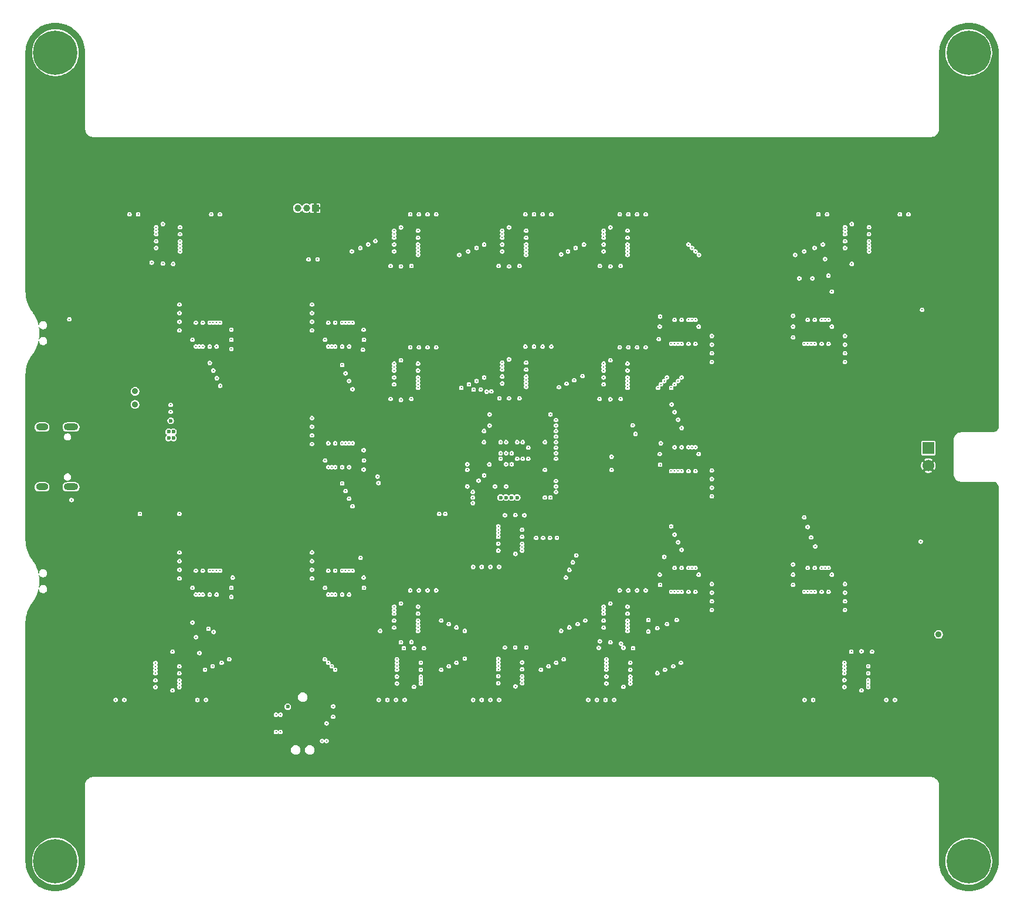
<source format=gbr>
%TF.GenerationSoftware,KiCad,Pcbnew,9.0.4*%
%TF.CreationDate,2025-08-20T10:27:04-06:00*%
%TF.ProjectId,cerberus,63657262-6572-4757-932e-6b696361645f,ERV A*%
%TF.SameCoordinates,Original*%
%TF.FileFunction,Copper,L5,Inr*%
%TF.FilePolarity,Positive*%
%FSLAX46Y46*%
G04 Gerber Fmt 4.6, Leading zero omitted, Abs format (unit mm)*
G04 Created by KiCad (PCBNEW 9.0.4) date 2025-08-20 10:27:04*
%MOMM*%
%LPD*%
G01*
G04 APERTURE LIST*
%TA.AperFunction,ComponentPad*%
%ADD10C,0.800000*%
%TD*%
%TA.AperFunction,ComponentPad*%
%ADD11C,6.400000*%
%TD*%
%TA.AperFunction,HeatsinkPad*%
%ADD12O,2.100000X1.000000*%
%TD*%
%TA.AperFunction,HeatsinkPad*%
%ADD13O,1.800000X1.000000*%
%TD*%
%TA.AperFunction,ComponentPad*%
%ADD14R,1.000000X1.000000*%
%TD*%
%TA.AperFunction,ComponentPad*%
%ADD15C,1.000000*%
%TD*%
%TA.AperFunction,ComponentPad*%
%ADD16R,1.700000X1.700000*%
%TD*%
%TA.AperFunction,ComponentPad*%
%ADD17C,1.700000*%
%TD*%
%TA.AperFunction,ViaPad*%
%ADD18C,0.300000*%
%TD*%
%TA.AperFunction,ViaPad*%
%ADD19C,0.600000*%
%TD*%
%TA.AperFunction,ViaPad*%
%ADD20C,0.900000*%
%TD*%
G04 APERTURE END LIST*
D10*
%TO.N,unconnected-(H2-Pad1)_4*%
%TO.C,H2*%
X209901228Y-33051227D03*
%TO.N,unconnected-(H2-Pad1)_2*%
X210604172Y-31354171D03*
%TO.N,unconnected-(H2-Pad1)*%
X210604172Y-34748283D03*
%TO.N,unconnected-(H2-Pad1)_6*%
X212301228Y-30651227D03*
D11*
%TO.N,unconnected-(H2-Pad1)_7*%
X212301228Y-33051227D03*
D10*
%TO.N,unconnected-(H2-Pad1)_5*%
X212301228Y-35451227D03*
%TO.N,unconnected-(H2-Pad1)_3*%
X213998284Y-31354171D03*
%TO.N,unconnected-(H2-Pad1)_8*%
X213998284Y-34748283D03*
%TO.N,unconnected-(H2-Pad1)_1*%
X214701228Y-33051227D03*
%TD*%
D12*
%TO.N,unconnected-(J1-SHIELD-PadS1)_2*%
%TO.C,J1*%
X82706228Y-87118727D03*
D13*
%TO.N,unconnected-(J1-SHIELD-PadS1)_3*%
X78526228Y-87118727D03*
D12*
%TO.N,unconnected-(J1-SHIELD-PadS1)_1*%
X82706228Y-95758727D03*
D13*
%TO.N,unconnected-(J1-SHIELD-PadS1)*%
X78526228Y-95758727D03*
%TD*%
D14*
%TO.N,GND*%
%TO.C,J36*%
X117970000Y-55500000D03*
D15*
%TO.N,/MCU/PD25_SERCOM8_DBG_UART_RX*%
X116700000Y-55500000D03*
%TO.N,/MCU/PD24_SERCOM8_DBG_UART_TX*%
X115430000Y-55500000D03*
%TD*%
D10*
%TO.N,Net-(JP1-B)*%
%TO.C,H3*%
X78051228Y-149826227D03*
X78754172Y-148129171D03*
X78754172Y-151523283D03*
X80451228Y-147426227D03*
D11*
X80451228Y-149826227D03*
D10*
X80451228Y-152226227D03*
X82148284Y-148129171D03*
X82148284Y-151523283D03*
X82851228Y-149826227D03*
%TD*%
%TO.N,unconnected-(H4-Pad1)_3*%
%TO.C,H4*%
X209901228Y-149826227D03*
%TO.N,unconnected-(H4-Pad1)_4*%
X210604172Y-148129171D03*
%TO.N,unconnected-(H4-Pad1)_1*%
X210604172Y-151523283D03*
%TO.N,unconnected-(H4-Pad1)*%
X212301228Y-147426227D03*
D11*
%TO.N,unconnected-(H4-Pad1)_8*%
X212301228Y-149826227D03*
D10*
%TO.N,unconnected-(H4-Pad1)_2*%
X212301228Y-152226227D03*
%TO.N,unconnected-(H4-Pad1)_5*%
X213998284Y-148129171D03*
%TO.N,unconnected-(H4-Pad1)_7*%
X213998284Y-151523283D03*
%TO.N,unconnected-(H4-Pad1)_6*%
X214701228Y-149826227D03*
%TD*%
D16*
%TO.N,VIN*%
%TO.C,J34*%
X206466228Y-90163727D03*
D17*
%TO.N,GND*%
X206466228Y-92703727D03*
%TD*%
D10*
%TO.N,unconnected-(H1-Pad1)_8*%
%TO.C,H1*%
X78051228Y-33051227D03*
%TO.N,unconnected-(H1-Pad1)_7*%
X78754172Y-31354171D03*
%TO.N,unconnected-(H1-Pad1)_6*%
X78754172Y-34748283D03*
%TO.N,unconnected-(H1-Pad1)_2*%
X80451228Y-30651227D03*
D11*
%TO.N,unconnected-(H1-Pad1)_3*%
X80451228Y-33051227D03*
D10*
%TO.N,unconnected-(H1-Pad1)*%
X80451228Y-35451227D03*
%TO.N,unconnected-(H1-Pad1)_5*%
X82148284Y-31354171D03*
%TO.N,unconnected-(H1-Pad1)_4*%
X82148284Y-34748283D03*
%TO.N,unconnected-(H1-Pad1)_1*%
X82851228Y-33051227D03*
%TD*%
D18*
%TO.N,/MCU/OSC_P*%
X139921506Y-92489322D03*
%TO.N,/MCU/OSC_N*%
X139921506Y-93289322D03*
%TO.N,+1.8V*%
X142321506Y-89289322D03*
X151121505Y-93289322D03*
X142351228Y-94089322D03*
%TO.N,VBUS*%
X141551228Y-94851227D03*
%TO.N,/MCU/USB_D_N*%
X140721506Y-98089321D03*
%TO.N,/MCU/USB_D_P*%
X140721506Y-97289322D03*
%TO.N,/MCU/PC20_JTAG_TCK_SWCLK*%
X112936228Y-131151227D03*
%TO.N,/MCU/PC17_JTAG_TDI*%
X120550000Y-128950000D03*
%TO.N,/MCU/PC19_JTAG_TDO*%
X118950000Y-132450000D03*
%TO.N,/MCU/PC18_JTAG_TMS_SWD*%
X112936228Y-128651227D03*
D19*
%TO.N,+3.3V*%
X97500000Y-87800000D03*
D18*
X125000000Y-74505360D03*
X146321505Y-92489322D03*
D19*
X96800000Y-87800000D03*
X97500000Y-88700000D03*
D18*
X186951228Y-108430594D03*
X136731228Y-99651227D03*
X105851228Y-74505360D03*
X145521505Y-89289322D03*
X147121505Y-89289322D03*
X97101228Y-84900000D03*
X160567893Y-83100000D03*
X125000000Y-110330596D03*
X132231228Y-119051227D03*
X146831228Y-118951227D03*
X119601228Y-132451227D03*
X186951228Y-72605358D03*
X151121505Y-89289322D03*
X125000000Y-91927977D03*
X145941228Y-82951227D03*
X146321505Y-90889322D03*
X147921505Y-91689322D03*
X145941228Y-63900000D03*
X147121505Y-91689322D03*
D19*
X96800000Y-88700000D03*
D18*
X144721505Y-89289322D03*
X167700000Y-91007977D03*
X119601228Y-129901227D03*
X195426227Y-63551227D03*
X82778728Y-97651227D03*
X160751228Y-93301227D03*
X144721505Y-90889322D03*
X112296228Y-128651227D03*
X143921506Y-95689322D03*
X162467895Y-119000000D03*
X148721505Y-90089322D03*
D19*
X97101228Y-86200000D03*
D18*
X130334561Y-118200000D03*
X97101228Y-83901227D03*
X148721505Y-91689322D03*
X160570000Y-118200000D03*
X112296228Y-131151227D03*
X145521505Y-92489322D03*
X167700000Y-108430594D03*
X97376229Y-119551227D03*
X130334561Y-83200000D03*
X105851228Y-110330596D03*
X167700000Y-72605358D03*
D19*
X114000000Y-127500000D03*
D18*
X145521505Y-90889322D03*
X130334561Y-63900000D03*
X160751228Y-91401227D03*
X140721506Y-96489322D03*
X160571228Y-63900000D03*
X144721505Y-91689322D03*
X95976227Y-63500000D03*
X196826229Y-119500000D03*
X146861228Y-99800000D03*
X82471228Y-71551227D03*
X147921505Y-89289322D03*
%TO.N,/MCU/RESET_MCU*%
X135851228Y-99651227D03*
X120550000Y-127450000D03*
%TO.N,Net-(U1C-USBRBIAS0)*%
X139921506Y-95689322D03*
%TO.N,/MCU/Signal Panel Connectors/InnerPanelConn1/DIFF_OUT_1_+*%
X165667894Y-56391227D03*
X159592894Y-61751227D03*
%TO.N,/MCU/Signal Panel Connectors/InnerPanelConn1/DIFF_OUT_1_-*%
X159592894Y-60751227D03*
X164417894Y-56391227D03*
%TO.N,/MCU/Signal Panel Connectors/InnerPanelConn1/DIFF_OUT_2_+*%
X163042894Y-58751228D03*
X163167894Y-56391227D03*
%TO.N,/MCU/Signal Panel Connectors/InnerPanelConn1/DIFF_OUT_2_-*%
X163042894Y-59751226D03*
X161917894Y-56391227D03*
%TO.N,/MCU/Signal Panel Connectors/OuterPanelConn/DIFF_OUT_1_-*%
X150801228Y-56391227D03*
X144961953Y-60751227D03*
%TO.N,/MCU/Signal Panel Connectors/InnerPanelConn3/DIFF_OUT_1_+*%
X159592894Y-80951227D03*
X165667894Y-75591227D03*
%TO.N,/MCU/Signal Panel Connectors/InnerPanelConn3/DIFF_OUT_1_-*%
X159592894Y-79951227D03*
X164417894Y-75591227D03*
%TO.N,/MCU/Signal Panel Connectors/InnerPanelConn3/DIFF_OUT_2_+*%
X163042894Y-77951228D03*
X163167894Y-75591227D03*
%TO.N,/MCU/Signal Panel Connectors/OuterPanelConn/DIFF_OUT_2_+*%
X149551228Y-56391227D03*
X148411953Y-58751228D03*
%TO.N,/MCU/Signal Panel Connectors/InnerPanelConn3/DIFF_OUT_2_-*%
X161917894Y-75591227D03*
X163042894Y-78951226D03*
%TO.N,/MCU/Signal Panel Connectors/OuterPanelConn1/DIFF_OUT_1_+*%
X144961953Y-80813827D03*
X152051228Y-75491227D03*
%TO.N,/MCU/Signal Panel Connectors/OuterPanelConn/DIFF_OUT_2_-*%
X148301228Y-56391227D03*
X148411953Y-59751226D03*
%TO.N,/MCU/Signal Panel Connectors/OuterPanelConn1/DIFF_OUT_1_-*%
X144961953Y-79813827D03*
X150801228Y-75491227D03*
%TO.N,/MCU/Signal Panel Connectors/OuterPanelConn1/DIFF_OUT_2_+*%
X149551228Y-75491227D03*
X148411953Y-77813828D03*
%TO.N,/MCU/Signal Panel Connectors/OuterPanelConn1/DIFF_OUT_2_-*%
X148411953Y-78813826D03*
X148301228Y-75491227D03*
%TO.N,/MCU/Signal Panel Connectors/InnerPanelConn2/DIFF_OUT_1_+*%
X135434562Y-75591227D03*
X129359562Y-80951227D03*
%TO.N,/MCU/Signal Panel Connectors/InnerPanelConn2/DIFF_OUT_1_-*%
X129359562Y-79951227D03*
X134184562Y-75591227D03*
%TO.N,/MCU/Signal Panel Connectors/InnerPanelConn2/DIFF_OUT_2_+*%
X132809562Y-77951228D03*
X132934562Y-75591227D03*
%TO.N,/MCU/Signal Panel Connectors/InnerPanelConn2/DIFF_OUT_2_-*%
X132809562Y-78951226D03*
X131684562Y-75591227D03*
%TO.N,/MCU/Signal Panel Connectors/InnerPanelConn5/DIFF_OUT_1_+*%
X159592894Y-116059727D03*
X165667894Y-110699727D03*
%TO.N,/MCU/Signal Panel Connectors/InnerPanelConn5/DIFF_OUT_1_-*%
X164417894Y-110699727D03*
X159592894Y-115059727D03*
%TO.N,/MCU/Signal Panel Connectors/InnerPanelConn5/DIFF_OUT_2_+*%
X163167894Y-110699727D03*
X163042894Y-113059728D03*
%TO.N,/MCU/Signal Panel Connectors/InnerPanelConn5/DIFF_OUT_2_-*%
X163042894Y-114059726D03*
X161917894Y-110699727D03*
%TO.N,/MCU/Signal Panel Connectors/OuterPanelConn2/DIFF_OUT_1_+*%
X147840503Y-101951227D03*
X140751228Y-107311227D03*
%TO.N,/MCU/Signal Panel Connectors/OuterPanelConn2/DIFF_OUT_1_-*%
X142001228Y-107311227D03*
X147840503Y-102951227D03*
%TO.N,/MCU/Signal Panel Connectors/OuterPanelConn2/DIFF_OUT_2_+*%
X144390503Y-104951226D03*
X143251228Y-107311227D03*
%TO.N,/MCU/Signal Panel Connectors/OuterPanelConn2/DIFF_OUT_2_-*%
X144390503Y-103951228D03*
X144501228Y-107311227D03*
%TO.N,/MCU/Signal Panel Connectors/InnerPanelConn/DIFF_OUT_1_+*%
X129359562Y-61751227D03*
X135434562Y-56391227D03*
%TO.N,/MCU/Signal Panel Connectors/InnerPanelConn/DIFF_OUT_1_-*%
X129359562Y-60751227D03*
X134184562Y-56391227D03*
%TO.N,/MCU/Signal Panel Connectors/InnerPanelConn/DIFF_OUT_2_+*%
X132934562Y-56391227D03*
X132809562Y-58751228D03*
%TO.N,/MCU/Signal Panel Connectors/InnerPanelConn/DIFF_OUT_2_-*%
X132809562Y-59751226D03*
X131684562Y-56391227D03*
%TO.N,/MCU/Signal Panel Connectors/InnerPanelConn4/DIFF_OUT_1_+*%
X129359562Y-116059727D03*
X135434562Y-110699727D03*
%TO.N,/MCU/Signal Panel Connectors/OuterPanelConn/DIFF_OUT_1_+*%
X144961953Y-61751227D03*
X152051228Y-56391227D03*
%TO.N,/MCU/Signal Panel Connectors/InnerPanelConn4/DIFF_OUT_1_-*%
X129359562Y-115059727D03*
X134184562Y-110699727D03*
%TO.N,/MCU/Signal Panel Connectors/InnerPanelConn4/DIFF_OUT_2_+*%
X132809562Y-113059728D03*
X132934562Y-110699727D03*
%TO.N,/MCU/Signal Panel Connectors/InnerPanelConn4/DIFF_OUT_2_-*%
X132809562Y-114059726D03*
X131684562Y-110699727D03*
%TO.N,/MCU/Signal Panel Connectors/InnerPanelConn7/DIFF_OUT_1_+*%
X157367894Y-126511227D03*
X163442894Y-121151227D03*
%TO.N,/MCU/Signal Panel Connectors/InnerPanelConn7/DIFF_OUT_1_-*%
X163442894Y-122151227D03*
X158617894Y-126511227D03*
%TO.N,/MCU/Signal Panel Connectors/InnerPanelConn7/DIFF_OUT_2_+*%
X159867894Y-126511227D03*
X159992894Y-124151226D03*
%TO.N,/MCU/Signal Panel Connectors/InnerPanelConn7/DIFF_OUT_2_-*%
X159992894Y-123151228D03*
X161117894Y-126511227D03*
%TO.N,/MCU/Signal Panel Connectors/OuterPanelConn3/DIFF_OUT_1_+*%
X147840503Y-121101227D03*
X140751228Y-126511227D03*
%TO.N,/MCU/Signal Panel Connectors/OuterPanelConn3/DIFF_OUT_1_-*%
X147840503Y-122101227D03*
X142001228Y-126511227D03*
%TO.N,/MCU/Signal Panel Connectors/OuterPanelConn3/DIFF_OUT_2_+*%
X144390503Y-124101226D03*
X143251228Y-126511227D03*
%TO.N,/MCU/Signal Panel Connectors/OuterPanelConn3/DIFF_OUT_2_-*%
X144390503Y-123101228D03*
X144501228Y-126511227D03*
%TO.N,/MCU/Signal Panel Connectors/Dual_InnerSmallPanelConn/DIFF_OUT_1_+*%
X89151228Y-126511227D03*
X98351228Y-121676727D03*
%TO.N,/MCU/Signal Panel Connectors/Dual_InnerSmallPanelConn/DIFF_OUT_1_-*%
X98351228Y-122676727D03*
X90401228Y-126511227D03*
%TO.N,/MCU/Signal Panel Connectors/Dual_InnerSmallPanelConn/DIFF_OUT_2_+*%
X94901228Y-124676726D03*
X100951228Y-126511227D03*
%TO.N,/MCU/Signal Panel Connectors/Dual_InnerSmallPanelConn/DIFF_OUT_2_-*%
X94901228Y-123676728D03*
X102201228Y-126511227D03*
%TO.N,/MCU/Signal Panel Connectors/InnerPanelConn6/DIFF_OUT_1_+*%
X127134562Y-126511227D03*
X133209562Y-121151227D03*
%TO.N,/MCU/Signal Panel Connectors/InnerPanelConn6/DIFF_OUT_1_-*%
X133209562Y-122151227D03*
X128384562Y-126511227D03*
%TO.N,/MCU/Signal Panel Connectors/InnerPanelConn6/DIFF_OUT_2_+*%
X129634562Y-126511227D03*
X129759562Y-124151226D03*
%TO.N,/MCU/Signal Panel Connectors/InnerPanelConn6/DIFF_OUT_2_-*%
X129759562Y-123151228D03*
X130884562Y-126511227D03*
%TO.N,/MCU/Signal Panel Connectors/OuterPanelConn4/DIFF_OUT_1_+*%
X122851228Y-92907252D03*
X117491228Y-85817977D03*
%TO.N,/MCU/Signal Panel Connectors/OuterPanelConn4/DIFF_OUT_1_-*%
X117491228Y-87067977D03*
X121851228Y-92907252D03*
%TO.N,/MCU/Signal Panel Connectors/OuterPanelConn4/DIFF_OUT_2_+*%
X117491228Y-88317977D03*
X119851229Y-89457252D03*
%TO.N,/MCU/Signal Panel Connectors/OuterPanelConn4/DIFF_OUT_2_-*%
X117491228Y-89567977D03*
X120851227Y-89457252D03*
%TO.N,/MCU/Signal Panel Connectors/InnerPanelConn8/DIFF_OUT_1_+*%
X98370478Y-69405359D03*
X103730478Y-75480359D03*
%TO.N,/MCU/Signal Panel Connectors/InnerPanelConn8/DIFF_OUT_1_-*%
X102730478Y-75480359D03*
X98370478Y-70655359D03*
%TO.N,/MCU/Signal Panel Connectors/InnerPanelConn8/DIFF_OUT_2_+*%
X100730479Y-72030359D03*
X98370478Y-71905359D03*
%TO.N,/MCU/Signal Panel Connectors/InnerPanelConn8/DIFF_OUT_2_-*%
X101730477Y-72030359D03*
X98370478Y-73155359D03*
%TO.N,/MCU/Signal Panel Connectors/InnerPanelConn9/DIFF_OUT_1_+*%
X103730478Y-111305595D03*
X98370478Y-105230595D03*
%TO.N,/MCU/Signal Panel Connectors/InnerPanelConn9/DIFF_OUT_1_-*%
X102730478Y-111305595D03*
X98370478Y-106480595D03*
%TO.N,/MCU/Signal Panel Connectors/InnerPanelConn9/DIFF_OUT_2_+*%
X100730479Y-107855595D03*
X98370478Y-107730595D03*
%TO.N,/MCU/Signal Panel Connectors/InnerPanelConn9/DIFF_OUT_2_-*%
X98370478Y-108980595D03*
X101730477Y-107855595D03*
%TO.N,/MCU/Signal Panel Connectors/InnerPanelConn10/DIFF_OUT_1_+*%
X117491228Y-69405359D03*
X122851228Y-75480359D03*
%TO.N,/MCU/Signal Panel Connectors/InnerPanelConn10/DIFF_OUT_1_-*%
X121851228Y-75480359D03*
X117491228Y-70655359D03*
%TO.N,/MCU/Signal Panel Connectors/InnerPanelConn10/DIFF_OUT_2_+*%
X119851229Y-72030359D03*
X117491228Y-71905359D03*
%TO.N,/MCU/Signal Panel Connectors/InnerPanelConn10/DIFF_OUT_2_-*%
X117491228Y-73155359D03*
X120851227Y-72030359D03*
%TO.N,/MCU/Signal Panel Connectors/InnerPanelConn11/DIFF_OUT_1_+*%
X122851228Y-111305595D03*
X117491228Y-105230595D03*
%TO.N,/MCU/Signal Panel Connectors/InnerPanelConn11/DIFF_OUT_1_-*%
X121851228Y-111305595D03*
X117491228Y-106480595D03*
%TO.N,/MCU/Signal Panel Connectors/InnerPanelConn11/DIFF_OUT_2_+*%
X117491228Y-107730595D03*
X119851229Y-107855595D03*
%TO.N,/MCU/Signal Panel Connectors/InnerPanelConn11/DIFF_OUT_2_-*%
X117491228Y-108980595D03*
X120851227Y-107855595D03*
%TO.N,/MCU/Signal Panel Connectors/OuterPanelConn5/DIFF_OUT_1_+*%
X175211228Y-97117977D03*
X169851228Y-90028702D03*
%TO.N,/MCU/Signal Panel Connectors/OuterPanelConn5/DIFF_OUT_1_-*%
X175211228Y-95867977D03*
X170851228Y-90028702D03*
%TO.N,/MCU/Signal Panel Connectors/OuterPanelConn5/DIFF_OUT_2_+*%
X172851227Y-93478702D03*
X175211228Y-94617977D03*
%TO.N,/MCU/Signal Panel Connectors/OuterPanelConn5/DIFF_OUT_2_-*%
X175211228Y-93367977D03*
X171851229Y-93478702D03*
%TO.N,/MCU/Signal Panel Connectors/InnerPanelConn12/DIFF_OUT_1_+*%
X169851228Y-71630359D03*
X175211228Y-77705359D03*
%TO.N,/MCU/Signal Panel Connectors/InnerPanelConn12/DIFF_OUT_1_-*%
X175211228Y-76455359D03*
X170851228Y-71630359D03*
%TO.N,/MCU/Signal Panel Connectors/InnerPanelConn12/DIFF_OUT_2_+*%
X175211228Y-75205359D03*
X172851227Y-75080359D03*
%TO.N,/MCU/Signal Panel Connectors/InnerPanelConn12/DIFF_OUT_2_-*%
X175211228Y-73955359D03*
X171851229Y-75080359D03*
D20*
%TO.N,VIN*%
X91951228Y-83851227D03*
D18*
%TO.N,/MCU/Signal Panel Connectors/InnerPanelConn13/DIFF_OUT_1_+*%
X175211228Y-113530595D03*
X169851228Y-107455595D03*
%TO.N,/MCU/Signal Panel Connectors/InnerPanelConn13/DIFF_OUT_1_-*%
X175211228Y-112280595D03*
X170851228Y-107455595D03*
%TO.N,/MCU/Signal Panel Connectors/InnerPanelConn13/DIFF_OUT_2_+*%
X175211228Y-111030595D03*
X172851227Y-110905595D03*
%TO.N,/MCU/Signal Panel Connectors/InnerPanelConn13/DIFF_OUT_2_-*%
X171851229Y-110905595D03*
X175211228Y-109780595D03*
%TO.N,/MCU/Signal Panel Connectors/InnerPanelConn14/DIFF_OUT_1_+*%
X194431978Y-77705359D03*
X189071978Y-71630359D03*
%TO.N,/MCU/Signal Panel Connectors/InnerPanelConn14/DIFF_OUT_1_-*%
X190071978Y-71630359D03*
X194431978Y-76455359D03*
%TO.N,/MCU/Signal Panel Connectors/InnerPanelConn14/DIFF_OUT_2_+*%
X192071977Y-75080359D03*
X194431978Y-75205359D03*
%TO.N,/MCU/Signal Panel Connectors/InnerPanelConn14/DIFF_OUT_2_-*%
X191071979Y-75080359D03*
X194431978Y-73955359D03*
%TO.N,/MCU/Signal Panel Connectors/InnerPanelConn15/DIFF_OUT_1_+*%
X189071978Y-107455595D03*
X194431978Y-113530595D03*
%TO.N,/MCU/Signal Panel Connectors/InnerPanelConn15/DIFF_OUT_1_-*%
X190071978Y-107455595D03*
X194431978Y-112280595D03*
%TO.N,/MCU/Signal Panel Connectors/InnerPanelConn15/DIFF_OUT_2_+*%
X192071977Y-110905595D03*
X194431978Y-111030595D03*
%TO.N,/MCU/Signal Panel Connectors/InnerPanelConn15/DIFF_OUT_2_-*%
X194431978Y-109780595D03*
X191071979Y-110905595D03*
%TO.N,/MCU/Signal Panel Connectors/Dual_InnerSmallPanelConn1/DIFF_OUT_1_+*%
X95001228Y-61259227D03*
X104201228Y-56391227D03*
%TO.N,/MCU/Signal Panel Connectors/Dual_InnerSmallPanelConn1/DIFF_OUT_1_-*%
X95001228Y-60259227D03*
X102951228Y-56391227D03*
%TO.N,/MCU/Signal Panel Connectors/Dual_InnerSmallPanelConn1/DIFF_OUT_2_+*%
X98451228Y-58259228D03*
X92401228Y-56391227D03*
%TO.N,/MCU/Signal Panel Connectors/Dual_InnerSmallPanelConn1/DIFF_OUT_2_-*%
X98451228Y-59259226D03*
X91151228Y-56391227D03*
%TO.N,/MCU/Signal Panel Connectors/Dual_InnerSmallPanelConn2/DIFF_OUT_1_+*%
X194451228Y-61259227D03*
X203601228Y-56391227D03*
%TO.N,/MCU/Signal Panel Connectors/Dual_InnerSmallPanelConn2/DIFF_OUT_1_-*%
X194451228Y-60259227D03*
X202367895Y-56391227D03*
%TO.N,/MCU/Signal Panel Connectors/Dual_InnerSmallPanelConn2/DIFF_OUT_2_+*%
X191851228Y-56391227D03*
X197901228Y-58259228D03*
%TO.N,/MCU/Signal Panel Connectors/Dual_InnerSmallPanelConn2/DIFF_OUT_2_-*%
X197901228Y-59259226D03*
X190601228Y-56391227D03*
%TO.N,/MCU/Signal Panel Connectors/Dual_InnerSmallPanelConn3/DIFF_OUT_1_+*%
X188601228Y-126527977D03*
X197801228Y-121659977D03*
%TO.N,/MCU/Signal Panel Connectors/Dual_InnerSmallPanelConn3/DIFF_OUT_1_-*%
X197801228Y-122659977D03*
X189851228Y-126527977D03*
%TO.N,/MCU/Signal Panel Connectors/Dual_InnerSmallPanelConn3/DIFF_OUT_2_+*%
X194351228Y-124659976D03*
X200401228Y-126527977D03*
%TO.N,/MCU/Signal Panel Connectors/Dual_InnerSmallPanelConn3/DIFF_OUT_2_-*%
X201651228Y-126527977D03*
X194351228Y-123659978D03*
%TO.N,/MCU/PG05_DIFF_IN_-*%
X169851228Y-75080359D03*
X122851228Y-72030359D03*
X133209562Y-124151226D03*
X122851228Y-107855595D03*
X163042894Y-80951227D03*
X154651228Y-107751227D03*
X167351228Y-116151227D03*
X147840503Y-124101226D03*
X172851227Y-107455595D03*
X119851229Y-75480359D03*
X169851228Y-80951227D03*
X192071977Y-107455595D03*
X167851228Y-80951227D03*
X197901228Y-61259227D03*
X119851229Y-92907252D03*
X148411953Y-80813827D03*
X163442894Y-124151226D03*
X172851227Y-90028702D03*
X144390503Y-101951227D03*
X129359562Y-77951228D03*
X154451228Y-61751227D03*
X192051228Y-65251227D03*
X94901228Y-121676727D03*
X124476229Y-61259227D03*
X103730478Y-72030359D03*
X144961953Y-58751228D03*
X129359562Y-113059728D03*
X132809562Y-80951227D03*
X192071977Y-71630359D03*
X95001228Y-58259228D03*
X154251228Y-80851227D03*
X188551228Y-61751227D03*
X163042894Y-116059727D03*
X132809562Y-61751227D03*
X169851228Y-110905595D03*
X163042894Y-61751227D03*
X100730479Y-75480359D03*
X138351228Y-116051227D03*
X189071978Y-75080359D03*
X169651228Y-121651227D03*
X98451228Y-61259227D03*
X172851227Y-71630359D03*
X98351228Y-124676726D03*
X154651228Y-116051227D03*
X144390503Y-121101227D03*
X197801228Y-124659976D03*
X159992894Y-121151227D03*
X132809562Y-116059727D03*
X159592894Y-77951228D03*
X172851228Y-61751227D03*
X100730479Y-111305595D03*
X103730478Y-107855595D03*
X122851228Y-89457252D03*
X104451228Y-121151227D03*
X100751228Y-117451227D03*
X103751228Y-80051227D03*
X119851228Y-121151227D03*
X129359562Y-58751228D03*
X119851229Y-111305595D03*
X159592894Y-113059728D03*
X138351228Y-121151227D03*
X152751228Y-121151227D03*
X194451228Y-58259228D03*
X122851228Y-97451227D03*
X169851228Y-93478702D03*
X159592894Y-58751228D03*
X147840503Y-104951226D03*
X140151228Y-80951227D03*
X122851228Y-80451227D03*
X144961953Y-77813828D03*
X189051228Y-101551227D03*
D19*
X146321505Y-97289322D03*
D18*
X148411953Y-61751227D03*
X169851228Y-84951227D03*
X140051228Y-61751227D03*
X189071978Y-110905595D03*
X194351228Y-121659977D03*
X129759562Y-121151227D03*
X169851228Y-102651227D03*
%TO.N,/MCU/PC25_DIFF_OUT_+*%
X94901228Y-121176728D03*
X132809562Y-81451226D03*
X97376229Y-125151726D03*
X160567893Y-58276228D03*
X173326227Y-108430594D03*
X169351229Y-93478702D03*
X160567893Y-112584728D03*
X123351227Y-107855595D03*
X123351228Y-81651227D03*
X104251228Y-81151227D03*
X139051228Y-81451227D03*
X100255479Y-110330596D03*
X192546977Y-72605358D03*
X148411953Y-81313826D03*
X154151228Y-108851227D03*
X98451228Y-61759226D03*
X169351229Y-75080359D03*
X194351228Y-121159978D03*
X129759562Y-120651228D03*
D19*
X147121505Y-97289322D03*
D18*
X166051228Y-116634727D03*
X104230477Y-107855595D03*
X153151228Y-81351227D03*
X195426227Y-57784228D03*
X146865504Y-105426226D03*
X187251228Y-62251227D03*
X132809562Y-62251226D03*
X173326227Y-72605358D03*
X188551228Y-100151227D03*
X119376229Y-74505360D03*
X159992894Y-120651228D03*
X160567893Y-77476228D03*
X146865504Y-124576226D03*
X188571979Y-75080359D03*
X163042894Y-116559726D03*
X162467895Y-124626226D03*
X169351228Y-101451227D03*
X104230477Y-72030359D03*
X130334561Y-77476228D03*
X167451228Y-81451227D03*
X148411953Y-62251226D03*
X139551228Y-116551227D03*
X132234563Y-124626226D03*
X192546977Y-67551227D03*
X153451228Y-116551227D03*
X170751228Y-121151227D03*
X197901228Y-61759226D03*
X145936952Y-58276228D03*
X95976227Y-57784228D03*
X130334561Y-58276228D03*
X119376229Y-110330596D03*
X169426228Y-83851227D03*
X130334561Y-112584728D03*
X123351228Y-98551227D03*
X105551228Y-120651227D03*
X138751228Y-62251227D03*
X123351227Y-89457252D03*
X123251228Y-61751227D03*
X119351228Y-120651227D03*
X169351229Y-110905595D03*
X163042894Y-81451226D03*
X173326227Y-91003701D03*
X173351228Y-62251227D03*
X145936952Y-77338828D03*
X153851228Y-120651227D03*
X144390503Y-101451228D03*
X163042894Y-62251226D03*
X153451228Y-62176227D03*
X119376229Y-91932253D03*
X188571979Y-110905595D03*
X100251228Y-115351227D03*
X192546977Y-108430594D03*
X139551228Y-120551227D03*
X144390503Y-120601228D03*
X100255479Y-74505360D03*
X132809562Y-116559726D03*
X169351228Y-81451227D03*
X123351227Y-72030359D03*
X196826229Y-125134976D03*
%TO.N,/MCU/PC10_DIFF_OUT_-*%
X159592894Y-59251227D03*
X197801228Y-124159977D03*
X189571977Y-75080359D03*
X144390503Y-121601226D03*
X170351227Y-93478702D03*
X125600521Y-60725520D03*
X129359562Y-78451227D03*
X120351228Y-92907252D03*
X132809562Y-115559728D03*
X155151228Y-106651227D03*
X155551249Y-61252248D03*
X189571977Y-110905595D03*
X189551228Y-103051227D03*
X163042894Y-115559728D03*
X129359562Y-113559727D03*
X191551228Y-62851227D03*
X95001228Y-58759227D03*
X120351228Y-111305595D03*
X98351228Y-124176727D03*
X168751228Y-115551227D03*
X122351229Y-89457252D03*
X122351229Y-107855595D03*
X191571978Y-71630359D03*
X122351229Y-72030359D03*
X163442894Y-123651227D03*
X103151228Y-121651227D03*
X159592894Y-78451227D03*
X120351228Y-75480359D03*
X172351228Y-61251227D03*
X151651228Y-121651227D03*
X94901228Y-122176726D03*
X170351227Y-80451227D03*
X101230478Y-75480359D03*
X103230479Y-107855595D03*
X170351227Y-110905595D03*
X122351228Y-79351227D03*
X172351228Y-107455595D03*
X159592894Y-113559727D03*
X144961953Y-59251227D03*
X101230478Y-111305595D03*
X170351228Y-86051227D03*
X148411953Y-80313828D03*
X103251228Y-78951227D03*
X190051228Y-61251227D03*
X120351228Y-121651227D03*
X163042894Y-80451228D03*
X197901228Y-60759228D03*
X155351228Y-80351227D03*
X172351228Y-90028702D03*
X141251228Y-61251227D03*
X144961953Y-78313827D03*
X147840503Y-123601227D03*
X163042894Y-61251228D03*
X132809562Y-80451228D03*
X147840503Y-104451227D03*
X170351228Y-103751227D03*
X170351227Y-75080359D03*
X101251228Y-119751227D03*
X172351228Y-71630359D03*
X98451228Y-60759228D03*
X122351228Y-96351227D03*
X132809562Y-61251228D03*
X159992894Y-121651226D03*
D19*
X145521505Y-97289322D03*
D18*
X103230479Y-72030359D03*
X137251228Y-115551227D03*
X168451228Y-122151227D03*
X141251228Y-80451227D03*
X194451228Y-58759227D03*
X194351228Y-122159976D03*
X144390503Y-102451226D03*
X148411953Y-61251228D03*
X137251228Y-121651227D03*
X129759562Y-121651226D03*
X191571978Y-107455595D03*
X155851228Y-115551227D03*
X133209562Y-123651227D03*
X129359562Y-59251227D03*
X168351228Y-80451227D03*
%TO.N,/MCU/PG03_DIFF_IN_+*%
X166060729Y-114975227D03*
X150551228Y-122151227D03*
X171851228Y-60751227D03*
X156551228Y-79751227D03*
X102730478Y-72030359D03*
X102051228Y-122151227D03*
X170851228Y-93478702D03*
X142351228Y-79951227D03*
X144390503Y-102951227D03*
X132809562Y-60751227D03*
X148411953Y-79813827D03*
X190071978Y-75080359D03*
X101730477Y-111305595D03*
X171851229Y-107455595D03*
X190071978Y-110905595D03*
X171851229Y-90028702D03*
X197901228Y-60259227D03*
X142351228Y-60751227D03*
X95001228Y-59259226D03*
X121851228Y-72030359D03*
X167351228Y-122651227D03*
X121851228Y-78151227D03*
X94901228Y-122676727D03*
X170151228Y-114957814D03*
X144961953Y-59751226D03*
X163442894Y-123151228D03*
X102730478Y-107855595D03*
X156951228Y-115051227D03*
X191071979Y-71630359D03*
D19*
X144721505Y-97289322D03*
D18*
X132809562Y-79951227D03*
X194351228Y-122659977D03*
X147840503Y-103951228D03*
X147840503Y-123101228D03*
X190151228Y-104351227D03*
X191251228Y-60751227D03*
X163042894Y-79951227D03*
X120851228Y-122151227D03*
X148411953Y-60751227D03*
X144390503Y-122101227D03*
X129359562Y-78951226D03*
X170851228Y-104851227D03*
X129359562Y-114059726D03*
X129759562Y-122151227D03*
X121851228Y-89457252D03*
X144961953Y-78813826D03*
X156751228Y-60751227D03*
X170851228Y-87251227D03*
X101730477Y-75480359D03*
X120851227Y-75480359D03*
X132809562Y-115059727D03*
X159992894Y-122151227D03*
X170851228Y-79951227D03*
X136151228Y-122151227D03*
X129359562Y-59751226D03*
X159592894Y-114059726D03*
X102751228Y-77851227D03*
X126651228Y-60251227D03*
X136151228Y-115051227D03*
X170851228Y-110905595D03*
X120851227Y-92907252D03*
X191071979Y-107455595D03*
X155651228Y-105651227D03*
X159592894Y-59751226D03*
X98351228Y-123676728D03*
X120851227Y-111305595D03*
X98451228Y-60259227D03*
X171851229Y-71630359D03*
X163042894Y-60751227D03*
X170851228Y-75080359D03*
X159592894Y-78951226D03*
X121851228Y-95251227D03*
X197801228Y-123659978D03*
X168751228Y-79951227D03*
X163042894Y-115059727D03*
X194451228Y-59259226D03*
X133209562Y-123151228D03*
X121851228Y-107855595D03*
%TO.N,/MCU/_RESET_MCU*%
X92651228Y-99651227D03*
X98351228Y-99651227D03*
%TO.N,/MCU/PC12_BUS_EN_21*%
X130751228Y-119051227D03*
%TO.N,/MCU/PG00_BUS_EN_20*%
X127351228Y-116551227D03*
%TO.N,/MCU/PC28_BUS_EN_22*%
X133651228Y-119051227D03*
%TO.N,/MCU/PG02_BUS_EN_19*%
X131851228Y-118151227D03*
%TO.N,/MCU/PC26_BUS_EN_27*%
X145351228Y-99851227D03*
%TO.N,/MCU/PC31_BUS_EN_28*%
X148151228Y-99851227D03*
%TO.N,/MCU/PC09_CORNER_OUT_4*%
X149851228Y-103101227D03*
%TO.N,/MCU/PC07_CORNER_IN_4*%
X150851234Y-103101227D03*
%TO.N,/MCU/PC22_CORNER_OUT_5*%
X151851240Y-103101227D03*
%TO.N,/MCU/PC04_CORNER_IN_5*%
X152851246Y-103101227D03*
%TO.N,/MCU/PB15_BUS_EN_35*%
X158900000Y-119000000D03*
%TO.N,/MCU/PB14_BUS_EN_36*%
X159051228Y-118051227D03*
%TO.N,/MCU/PC02_BUS_EN_29*%
X145351228Y-118951227D03*
%TO.N,GND*%
X143951225Y-63851227D03*
X105851228Y-110970596D03*
X186951228Y-71965358D03*
X164051228Y-81451227D03*
X215950000Y-59550000D03*
X198400000Y-104900000D03*
X117491228Y-68751227D03*
X146351228Y-104451227D03*
X158767894Y-131201227D03*
X104351228Y-80051227D03*
X106000000Y-58500000D03*
X191101228Y-128267977D03*
X156917894Y-54651227D03*
X194400000Y-102900000D03*
X172351228Y-108951227D03*
X154651228Y-116651227D03*
X76950000Y-101550000D03*
X96851228Y-124151227D03*
X106000000Y-98000000D03*
X145801228Y-54651227D03*
X128950000Y-136550000D03*
X162751228Y-118451227D03*
X162051228Y-116051227D03*
X144151227Y-51701227D03*
X188551228Y-76151227D03*
X95336227Y-63500000D03*
X163851228Y-75591227D03*
X78950000Y-73550000D03*
X176951228Y-93367977D03*
X141451228Y-107311227D03*
X123251228Y-62351227D03*
X140151228Y-126511227D03*
X171000000Y-53500000D03*
X76950000Y-103550000D03*
X215950000Y-51550000D03*
X156651228Y-126511227D03*
X76950000Y-119550000D03*
X133751228Y-78951227D03*
X132534562Y-70901227D03*
X148651229Y-51701227D03*
X169351228Y-112051227D03*
X113950000Y-46550000D03*
X134034562Y-70901227D03*
X160451228Y-59151227D03*
D19*
X171101228Y-109180595D03*
D18*
X120351228Y-122751227D03*
X86000000Y-113500000D03*
X176951228Y-95867977D03*
X99751228Y-88901227D03*
X150801228Y-73751227D03*
X106950000Y-136550000D03*
X118851228Y-122751227D03*
X208950000Y-90550000D03*
X176000000Y-128500000D03*
X196951228Y-61251227D03*
X115751228Y-112730595D03*
X179901228Y-112130595D03*
X210101228Y-105901227D03*
X207201228Y-104984560D03*
X140751228Y-128251227D03*
X162767894Y-51701227D03*
X143351228Y-123151227D03*
X176951228Y-73955359D03*
X128534562Y-131201227D03*
X165051228Y-75591227D03*
X160667894Y-73851227D03*
X119950000Y-46550000D03*
X197466229Y-119500000D03*
X130351228Y-113551227D03*
X90551228Y-51734477D03*
X163950000Y-46550000D03*
X99251228Y-60251227D03*
X191501228Y-51734477D03*
X145365502Y-124576226D03*
X194431978Y-110451227D03*
X115751228Y-89567977D03*
X76950000Y-59550000D03*
X184950000Y-136550000D03*
X210950000Y-145550000D03*
X92676749Y-100176748D03*
X173950000Y-46550000D03*
X164051228Y-62251227D03*
X98016229Y-119551227D03*
X145851228Y-61300000D03*
X171000000Y-128500000D03*
X128551228Y-120651227D03*
X117491228Y-107051227D03*
X86000000Y-108500000D03*
X149551228Y-73751227D03*
X96630478Y-69405359D03*
X139051228Y-82051227D03*
X168751228Y-105551227D03*
X142651228Y-131201227D03*
X116500000Y-62900000D03*
X161950000Y-46550000D03*
X150151228Y-56391227D03*
X132934562Y-108959727D03*
X104201228Y-54651227D03*
X203950000Y-46550000D03*
X165667894Y-54651227D03*
X76950000Y-63550000D03*
X152001228Y-109051227D03*
X103251228Y-110351227D03*
X143301228Y-73751227D03*
X134184562Y-108959727D03*
X80451228Y-39901227D03*
X168751228Y-116051227D03*
X179901228Y-74805359D03*
X125000000Y-110970596D03*
X91000000Y-60500000D03*
X133651228Y-60751227D03*
X208950000Y-43550000D03*
X117491228Y-71315603D03*
X101251228Y-110351227D03*
X206000000Y-68500000D03*
D19*
X205600000Y-87500000D03*
D18*
X176951228Y-113530595D03*
X169801228Y-86051227D03*
X124551577Y-61851227D03*
X82500000Y-53500000D03*
X175211228Y-97751227D03*
X150401505Y-93289322D03*
X215950000Y-129550000D03*
X136000000Y-79000000D03*
X208950000Y-37550000D03*
X186000000Y-128500000D03*
X81000000Y-63500000D03*
X76950000Y-87550000D03*
X81000000Y-93500000D03*
X138751228Y-62851227D03*
X152301228Y-88101227D03*
X163617894Y-128251227D03*
X203500000Y-61000000D03*
X76950000Y-141550000D03*
X196950000Y-136550000D03*
X115751228Y-92067977D03*
X130151228Y-60251227D03*
X211000000Y-136500000D03*
X158951228Y-120651227D03*
X191651228Y-61200000D03*
X81950000Y-145550000D03*
X159927893Y-83100000D03*
X159767892Y-51701227D03*
X133851228Y-114051227D03*
X76950000Y-145550000D03*
X154000000Y-52000000D03*
X159930000Y-118200000D03*
X192051228Y-76151227D03*
X103751228Y-108851227D03*
X129634562Y-128251227D03*
X169651228Y-121051227D03*
X96000000Y-133500000D03*
X195950000Y-46550000D03*
X175211228Y-95201227D03*
X97950000Y-46550000D03*
X146851228Y-122651227D03*
X129534560Y-106009727D03*
X103751228Y-72951227D03*
X152950000Y-136550000D03*
X215950000Y-121550000D03*
X108500000Y-77000000D03*
D19*
X80131228Y-111480595D03*
D18*
X215950000Y-77550000D03*
X99751228Y-88251227D03*
X162367894Y-128251227D03*
X148951231Y-118951227D03*
X208950000Y-88550000D03*
X126684562Y-73851227D03*
X131000000Y-133500000D03*
X143351228Y-104951227D03*
X107950000Y-46550000D03*
X120851228Y-88451227D03*
X165950000Y-46550000D03*
X148301228Y-73751227D03*
X144151227Y-112001227D03*
X130351228Y-114551227D03*
X144001505Y-91689322D03*
X193251228Y-124751227D03*
X97351228Y-122151227D03*
X136051228Y-56391227D03*
X179901228Y-93717978D03*
X151451228Y-56391227D03*
X182000000Y-72000000D03*
X191151228Y-76151227D03*
X134000000Y-95500000D03*
X81000000Y-123500000D03*
D19*
X83281228Y-94638727D03*
D18*
X169851228Y-103751227D03*
X102201228Y-128251227D03*
X149251228Y-59751227D03*
X162451228Y-122651227D03*
X164051228Y-115051227D03*
X146351228Y-123651227D03*
X98370478Y-104551227D03*
X100255479Y-108830594D03*
X142651228Y-51701227D03*
X215950000Y-103550000D03*
X196751228Y-123151227D03*
X150321505Y-88569322D03*
X124951228Y-93751227D03*
X121950000Y-46550000D03*
X179901228Y-92217978D03*
X126000000Y-89000000D03*
X209950000Y-95550000D03*
X130734561Y-124626226D03*
X115751228Y-88317977D03*
X176000000Y-58500000D03*
X120351228Y-110351227D03*
X143851228Y-107311227D03*
X86000000Y-83500000D03*
X103351228Y-77851227D03*
X133751228Y-79951227D03*
X96630478Y-112730595D03*
X131034562Y-70901227D03*
X176951228Y-75205359D03*
X96630478Y-106480595D03*
X121351228Y-110351227D03*
X98370478Y-107151227D03*
X196171978Y-77705359D03*
X148301228Y-54651227D03*
X132351228Y-75591227D03*
X126684562Y-54651227D03*
X171851228Y-90951227D03*
X147921505Y-92489322D03*
X135884562Y-128251227D03*
X210950000Y-37550000D03*
X144151227Y-70801227D03*
X111000000Y-118500000D03*
X145101228Y-96751227D03*
X160551228Y-126511227D03*
X187200000Y-62900000D03*
X195351228Y-58651227D03*
X163267896Y-131201227D03*
X175211228Y-94001227D03*
X189000000Y-134000000D03*
X93851228Y-121151227D03*
X145801228Y-73751227D03*
X91000000Y-93500000D03*
X142351228Y-81501227D03*
X76950000Y-133550000D03*
X175950000Y-46550000D03*
X213000000Y-106500000D03*
X152051228Y-54651227D03*
X168451228Y-121551227D03*
X112801228Y-92217978D03*
X147051228Y-54651227D03*
X138951228Y-92451227D03*
X85151228Y-90601227D03*
X161000000Y-68500000D03*
X145901228Y-95301227D03*
X146851228Y-123151227D03*
X215950000Y-119550000D03*
X91950000Y-46550000D03*
X182950000Y-136550000D03*
X103700000Y-117200000D03*
X128351228Y-83051227D03*
X176000000Y-123500000D03*
X189951228Y-56391227D03*
X88950000Y-136550000D03*
X162767894Y-70901227D03*
X142500000Y-67500000D03*
X96025000Y-60700000D03*
X215950000Y-117550000D03*
X139921506Y-96489322D03*
X171451228Y-81451227D03*
X93680478Y-73805359D03*
X166351228Y-56391227D03*
X162200000Y-102700000D03*
X123351228Y-80451227D03*
X150751228Y-109051227D03*
X199751228Y-126527977D03*
X181000000Y-123500000D03*
X91651228Y-128251227D03*
X138000000Y-52000000D03*
X157950000Y-46550000D03*
X145751228Y-59551227D03*
X98370478Y-72551227D03*
X111950000Y-46550000D03*
X215950000Y-47550000D03*
X208950000Y-41550000D03*
X115751228Y-94567977D03*
X152351243Y-103101227D03*
X155400000Y-100000000D03*
X196000000Y-78500000D03*
X147151229Y-112001227D03*
X147001228Y-109051227D03*
X151000000Y-68500000D03*
X115751228Y-110230595D03*
X109500000Y-72000000D03*
X169950000Y-46550000D03*
X131834563Y-77476228D03*
X132950000Y-136550000D03*
X134000000Y-98000000D03*
X93851228Y-63351227D03*
X171851228Y-108451227D03*
X112801228Y-111130597D03*
X176951228Y-97117977D03*
X83950000Y-143550000D03*
X141571228Y-96551227D03*
X198951228Y-60251227D03*
X155950000Y-46550000D03*
X115751228Y-85817977D03*
X196000000Y-55000000D03*
X115751228Y-90817977D03*
X122851228Y-90451227D03*
X132251228Y-123151227D03*
X131034562Y-106009727D03*
X144001505Y-90889322D03*
X144501228Y-128251227D03*
X96630478Y-71905359D03*
X200500000Y-93500000D03*
X160551228Y-113551227D03*
X198951228Y-119551227D03*
X117491228Y-108351227D03*
X210101228Y-109401227D03*
X141606505Y-89289322D03*
X100451228Y-54651227D03*
X122950000Y-136550000D03*
X125000000Y-92567977D03*
X196751228Y-122151227D03*
X139951228Y-107311227D03*
D19*
X96626228Y-122926727D03*
D18*
X92051228Y-51734477D03*
X96000000Y-58799994D03*
X211950000Y-86550000D03*
X122351228Y-110351227D03*
X145950000Y-46550000D03*
X164200000Y-88600000D03*
X196000000Y-52000000D03*
X149351228Y-77751227D03*
X161267894Y-51701227D03*
X176951228Y-72705359D03*
X190950000Y-136550000D03*
X172851228Y-76151227D03*
X120550000Y-127950003D03*
X181950000Y-46550000D03*
X127934562Y-54651227D03*
X186000000Y-78500000D03*
X82000000Y-136500000D03*
X160951228Y-59151227D03*
D19*
X196076228Y-122909977D03*
D18*
X194431978Y-114251227D03*
X116000000Y-118500000D03*
X196171978Y-113630595D03*
X146851228Y-103451227D03*
X146321505Y-93289322D03*
X125950000Y-46550000D03*
X122351228Y-78151227D03*
X132351228Y-110699727D03*
X175211228Y-78351227D03*
X185950000Y-46550000D03*
X190601228Y-54651227D03*
X167950000Y-46550000D03*
X150751228Y-128251227D03*
X76950000Y-37550000D03*
X139500000Y-74500000D03*
X143351228Y-122151227D03*
X186000000Y-93500000D03*
X161267894Y-106009727D03*
X181000000Y-88500000D03*
X103200000Y-120900000D03*
X144851228Y-118951227D03*
X163751228Y-56391227D03*
X115751228Y-74405359D03*
X147921505Y-90089322D03*
X211000000Y-68500000D03*
X194431978Y-75851227D03*
X174950000Y-136550000D03*
X100251228Y-126511227D03*
X193251228Y-122651227D03*
X98370478Y-105851227D03*
X131251228Y-119051227D03*
X93950000Y-46550000D03*
X119376229Y-108830594D03*
X200751228Y-131184727D03*
X176951228Y-90867977D03*
X130251228Y-78851227D03*
X212301228Y-142936227D03*
X79000000Y-80000000D03*
X147121505Y-92489322D03*
X159300000Y-119400000D03*
X102951228Y-54651227D03*
X168801228Y-83851227D03*
X103950000Y-46550000D03*
X134634562Y-128251227D03*
X158451228Y-82775227D03*
X106000000Y-123500000D03*
X199121978Y-110630595D03*
X158951228Y-124151227D03*
X83950000Y-141550000D03*
X156000000Y-123500000D03*
X88651228Y-54651227D03*
X119300000Y-131900000D03*
X133751228Y-81451227D03*
X151551228Y-96851227D03*
X154251228Y-81351227D03*
X206000000Y-63500000D03*
X181000000Y-93500000D03*
X207201228Y-112984560D03*
X162209956Y-61809955D03*
X152301228Y-90501227D03*
X119376229Y-73005358D03*
X141351233Y-81704105D03*
X96951228Y-63551227D03*
X82500000Y-48556429D03*
X98950000Y-136550000D03*
X149551228Y-54651227D03*
X104251228Y-106751227D03*
X215950000Y-65550000D03*
X148950000Y-136550000D03*
X133851228Y-113051227D03*
X190000000Y-61900000D03*
X162451228Y-121651227D03*
X175211228Y-112951227D03*
X151950000Y-46550000D03*
X96630478Y-110230595D03*
X208950000Y-94550000D03*
X149251228Y-62251227D03*
X210151228Y-70801227D03*
X121000000Y-68000000D03*
X167351228Y-116651227D03*
X160551228Y-115551227D03*
X104951228Y-56391227D03*
X130034562Y-131201227D03*
X199121978Y-112130595D03*
X120800000Y-74500000D03*
X93680478Y-75305361D03*
X134151228Y-119051227D03*
X93680478Y-109630595D03*
X147921505Y-90889322D03*
X132934562Y-73851227D03*
X130251228Y-78351227D03*
X130800000Y-78351227D03*
X123351228Y-71051227D03*
X135434562Y-108959727D03*
X105851228Y-76351227D03*
X171851228Y-76151227D03*
X160751228Y-92351227D03*
X165051228Y-110699727D03*
X195851228Y-58651227D03*
X120851228Y-110351227D03*
X186000000Y-118500000D03*
X161267894Y-70901227D03*
X138951228Y-117051227D03*
X112801228Y-108130595D03*
X211000000Y-123500000D03*
X189551228Y-104351227D03*
X171950000Y-46550000D03*
X85651228Y-94251227D03*
X136000000Y-95500000D03*
X188601228Y-128267977D03*
X158950000Y-136550000D03*
X97351228Y-123151227D03*
X162067895Y-112584728D03*
X98370478Y-71251227D03*
X99651228Y-115351227D03*
X142001228Y-109051227D03*
X148251228Y-109051227D03*
X101751228Y-71151227D03*
X136576228Y-121726227D03*
X208950000Y-39550000D03*
X143351228Y-101451227D03*
X169351228Y-102651227D03*
X163167894Y-54651227D03*
X173751227Y-62676227D03*
X143351228Y-120651227D03*
X171000000Y-123500000D03*
X207201228Y-114317894D03*
X206000000Y-98500000D03*
X148051228Y-82951227D03*
X127751228Y-126511227D03*
X215950000Y-45550000D03*
X131034562Y-51701227D03*
X151451228Y-75491227D03*
X171851228Y-112051227D03*
X96000000Y-128500000D03*
X112801228Y-70805359D03*
X207950000Y-46550000D03*
X143950000Y-46550000D03*
X122851228Y-79351227D03*
X76950000Y-143550000D03*
X205500000Y-104300000D03*
X105600000Y-120000000D03*
X175211228Y-110451227D03*
X140751228Y-109051227D03*
X97476229Y-57784228D03*
X160551228Y-80451227D03*
X102251228Y-74551227D03*
X101000000Y-98000000D03*
X211950000Y-95550000D03*
X198951228Y-58251227D03*
X132134562Y-128251227D03*
X83950000Y-137550000D03*
X193950000Y-46550000D03*
X147151229Y-70801227D03*
X122851228Y-108851227D03*
X101151228Y-74051227D03*
X202401228Y-54651227D03*
X212301228Y-39901227D03*
X164267894Y-106200000D03*
X152301228Y-88901227D03*
X171351228Y-72551227D03*
X124951228Y-72551224D03*
X210151228Y-71301226D03*
X145351228Y-121051227D03*
X102950000Y-136550000D03*
X162067895Y-58276228D03*
X126684562Y-108959727D03*
X136151228Y-114551227D03*
X85651228Y-89551227D03*
X176000000Y-67000000D03*
X167451228Y-79451227D03*
X91000000Y-133500000D03*
X186951228Y-107790594D03*
X215950000Y-109550000D03*
X111000000Y-88500000D03*
X118950000Y-120200000D03*
X101651228Y-74551227D03*
X106000000Y-93500000D03*
X159950000Y-46550000D03*
X208950000Y-143550000D03*
X211000000Y-63500000D03*
X156951228Y-115651227D03*
X141606505Y-94089322D03*
X100151228Y-117451227D03*
X121351228Y-74500000D03*
X161767894Y-131201227D03*
X143501228Y-85751227D03*
X157367894Y-128251227D03*
X176951228Y-76455359D03*
X120351228Y-91951227D03*
X164417894Y-54651227D03*
D19*
X161317894Y-114809727D03*
D18*
X192546977Y-74105360D03*
X89950000Y-46550000D03*
X86000000Y-128500000D03*
X147501228Y-99800000D03*
X201151228Y-54651227D03*
X164051228Y-79951227D03*
X130251228Y-80451227D03*
X215950000Y-73550000D03*
X196000000Y-88500000D03*
X147551228Y-59751227D03*
X132871228Y-119051227D03*
X101551228Y-126511227D03*
X156751228Y-61451227D03*
X144721505Y-90089322D03*
X203000000Y-134000000D03*
X120851228Y-71051227D03*
X196751228Y-123651227D03*
X194431978Y-78351227D03*
X196251228Y-124151227D03*
X81000000Y-78500000D03*
X172851228Y-94451227D03*
X163800000Y-87400000D03*
X156950000Y-136550000D03*
X123351228Y-106851227D03*
X210151228Y-72301227D03*
X141000000Y-63500000D03*
X112801228Y-106630595D03*
X104851228Y-81151227D03*
X200500000Y-88500000D03*
X181000000Y-113500000D03*
X134034562Y-106009727D03*
X165051228Y-56391227D03*
X198951228Y-61751227D03*
X191000000Y-88500000D03*
X166000000Y-63500000D03*
X76950000Y-55550000D03*
X127934562Y-108959727D03*
X162551228Y-63851227D03*
X179901228Y-87717977D03*
X215950000Y-131550000D03*
X204700000Y-70200000D03*
X155151749Y-106050706D03*
X120550000Y-129450003D03*
X162451228Y-123151227D03*
X172950000Y-136550000D03*
X123950000Y-46550000D03*
X203251228Y-51734477D03*
X78950000Y-109550000D03*
D19*
X146686953Y-60501227D03*
D18*
X85950000Y-46550000D03*
X132534562Y-106009727D03*
X131851228Y-116051227D03*
X130351228Y-114051227D03*
X147051228Y-73751227D03*
X146851228Y-102451227D03*
X205950000Y-46550000D03*
X164051228Y-114051227D03*
X156000000Y-128500000D03*
X153950000Y-46550000D03*
X164051228Y-59751227D03*
X133551228Y-56391227D03*
X129184562Y-73851227D03*
X186000000Y-53500000D03*
X99000000Y-91000000D03*
X81000000Y-118500000D03*
X183950000Y-46550000D03*
X171000000Y-133500000D03*
X83950000Y-145550000D03*
X81000000Y-68500000D03*
X215950000Y-143550000D03*
X115751228Y-69405359D03*
X210101228Y-112401227D03*
X112950000Y-136550000D03*
X142950000Y-136550000D03*
D19*
X131084562Y-114809727D03*
D18*
X136651228Y-117051227D03*
X89901228Y-54651227D03*
X156063728Y-92300000D03*
X142001228Y-128251227D03*
X149351228Y-80751227D03*
X168051228Y-79451227D03*
D19*
X83281228Y-88238727D03*
D18*
X96000000Y-59249997D03*
X135434562Y-54651227D03*
X148051228Y-63851227D03*
X121851228Y-71051227D03*
X198950000Y-136550000D03*
X153451228Y-62751227D03*
X79631228Y-97651227D03*
X170851228Y-94451227D03*
D19*
X171101228Y-73355359D03*
D18*
X170851228Y-76151227D03*
X196171978Y-109837738D03*
X111000000Y-123500000D03*
X76950000Y-135550000D03*
X215950000Y-101550000D03*
X207201228Y-108984560D03*
X116000000Y-68000000D03*
X176951228Y-94617977D03*
X134798416Y-56391227D03*
X171351228Y-91051227D03*
X108950000Y-136550000D03*
X101000000Y-80000000D03*
X141950000Y-46550000D03*
X145301228Y-82951227D03*
X154651749Y-107150706D03*
X83950000Y-41550000D03*
X145351228Y-101951227D03*
X147436954Y-77338828D03*
X166117894Y-128251227D03*
X215950000Y-137550000D03*
X158951228Y-122151227D03*
X116950000Y-136550000D03*
X196171978Y-71455359D03*
X162950000Y-136550000D03*
X148951228Y-56391227D03*
X159251228Y-126511227D03*
X159767892Y-106009727D03*
X132298416Y-56404039D03*
X83950000Y-37550000D03*
X124850707Y-76551748D03*
X196171978Y-76455359D03*
X145751228Y-128251227D03*
X145851228Y-60251227D03*
X154000000Y-101700000D03*
X172351228Y-91451227D03*
X186950000Y-136550000D03*
X143000000Y-133500000D03*
X201000000Y-63500000D03*
X89551228Y-131167977D03*
X115751228Y-108980595D03*
X131834563Y-58276228D03*
D19*
X146686953Y-79563827D03*
D18*
X124051228Y-105751227D03*
X167151228Y-81876227D03*
X111000000Y-58500000D03*
X161917894Y-73851227D03*
X101251228Y-109851227D03*
X101701228Y-54651227D03*
X189051228Y-74151227D03*
X133651228Y-62251227D03*
X95876227Y-125151726D03*
X186951228Y-74751227D03*
X81000000Y-88500000D03*
X101000000Y-103500000D03*
X96630478Y-75655359D03*
X147121505Y-90889322D03*
X169851228Y-74151227D03*
X176951228Y-111030595D03*
D19*
X102000000Y-73500000D03*
D18*
X191000000Y-78500000D03*
X207251229Y-76834554D03*
X106000000Y-81000000D03*
X190501228Y-131184727D03*
X91000000Y-108500000D03*
X111000000Y-112500000D03*
X215950000Y-95550000D03*
X142551228Y-107311227D03*
X93851228Y-122651227D03*
X215950000Y-85550000D03*
X152751228Y-120551227D03*
X214000000Y-136500000D03*
X112801228Y-109630595D03*
X189551228Y-108451227D03*
X122351228Y-95251227D03*
X101000000Y-84000000D03*
X137950000Y-46550000D03*
X115751228Y-97067977D03*
X192351228Y-128267977D03*
X196171978Y-107309166D03*
X194786227Y-63551227D03*
X87950000Y-46550000D03*
X196171978Y-111102024D03*
X186000000Y-58500000D03*
X97500000Y-61275000D03*
X129950000Y-46550000D03*
X171351228Y-108451227D03*
X190151228Y-111951227D03*
X150151228Y-51701227D03*
X202951228Y-56391227D03*
X126000000Y-116200000D03*
X156917894Y-73851227D03*
X140301228Y-92101227D03*
X215950000Y-135550000D03*
X96630478Y-111480595D03*
X115751228Y-73155359D03*
X215950000Y-123550000D03*
X215950000Y-97550000D03*
X95950000Y-46550000D03*
X117491228Y-87651227D03*
X99251228Y-58251227D03*
X203651228Y-54651227D03*
X172351228Y-90951227D03*
X158951228Y-123151227D03*
X167351228Y-122051227D03*
X196171978Y-70205359D03*
X120950000Y-136550000D03*
X167976228Y-74751227D03*
X76950000Y-123550000D03*
X144151227Y-131201227D03*
X142651228Y-126511227D03*
X102251228Y-110351227D03*
X197950000Y-46550000D03*
X164867894Y-128251227D03*
X76950000Y-53550000D03*
X145651227Y-112001227D03*
X207251229Y-72834554D03*
X172351228Y-108451227D03*
X188101228Y-54651227D03*
X96630478Y-78155359D03*
X141851228Y-95651227D03*
X201751228Y-51734477D03*
X137751228Y-121151227D03*
X188400000Y-101600000D03*
X215950000Y-125550000D03*
X162067895Y-77476228D03*
X175885212Y-63500000D03*
X186951228Y-70551224D03*
X176951228Y-77705359D03*
X159000000Y-133500000D03*
X145301228Y-63900000D03*
X191051228Y-111951227D03*
X102300000Y-121600000D03*
X178950000Y-136550000D03*
X171451228Y-79951227D03*
X188950000Y-136550000D03*
X120000000Y-81000000D03*
X172851228Y-60251227D03*
X120351228Y-91451227D03*
X207251229Y-70167887D03*
X147601228Y-96751227D03*
X126451228Y-126511227D03*
X122851228Y-72951227D03*
X115751228Y-95817977D03*
X155851228Y-116151227D03*
X105950000Y-46550000D03*
X132251228Y-122651227D03*
X145851228Y-78251227D03*
X103801228Y-51734477D03*
X161917894Y-108959727D03*
X145851228Y-78751227D03*
X146851228Y-104451227D03*
X118900000Y-130600000D03*
X140051228Y-117051227D03*
X191000000Y-93500000D03*
X148951228Y-75491227D03*
X176000000Y-118500000D03*
X119851228Y-122751227D03*
X215950000Y-49550000D03*
X190551228Y-72551227D03*
X207251229Y-74167887D03*
X76950000Y-61550000D03*
X90401228Y-128251227D03*
X187900000Y-100151227D03*
X121851228Y-88451227D03*
X132251228Y-121651227D03*
X121851228Y-106851227D03*
X91000000Y-76000000D03*
X196171978Y-75205359D03*
X76950000Y-81550000D03*
X76950000Y-125550000D03*
X121000000Y-63500000D03*
X101151228Y-74551227D03*
X144501228Y-109051227D03*
X146321505Y-90089322D03*
X206000000Y-118500000D03*
X146051228Y-99851227D03*
X76950000Y-117550000D03*
X132934562Y-54651227D03*
X195851228Y-119551227D03*
X145851228Y-79251227D03*
X215950000Y-63550000D03*
X189051228Y-109951227D03*
X104000000Y-133500000D03*
X163851228Y-110699727D03*
X208950000Y-141550000D03*
X189851228Y-128267977D03*
X195351228Y-121651227D03*
X139500000Y-76500000D03*
X191551228Y-108951227D03*
X152301228Y-86501227D03*
X148721505Y-90889322D03*
X96000000Y-103500000D03*
X150551228Y-121551227D03*
X123851228Y-98551227D03*
X86000000Y-118500000D03*
D19*
X131500000Y-123000000D03*
D18*
X206000000Y-83500000D03*
D19*
X196176228Y-60009227D03*
D18*
X143351228Y-102951227D03*
X195351228Y-60751227D03*
X147121505Y-90089322D03*
X129184562Y-108959727D03*
X143301228Y-54651227D03*
X196171978Y-73955359D03*
X130151228Y-59551227D03*
X76950000Y-47550000D03*
X169351228Y-76151227D03*
X129694561Y-83200000D03*
X129534560Y-70901227D03*
X191251228Y-56391227D03*
X96000000Y-59700000D03*
X206000000Y-78500000D03*
X146851228Y-121651227D03*
X213950000Y-145550000D03*
X101751228Y-110351227D03*
X194950000Y-136550000D03*
X176951228Y-104780595D03*
X169851228Y-92551227D03*
X103451228Y-128251227D03*
X131351228Y-63851227D03*
X149501228Y-109051227D03*
X155351228Y-80851227D03*
X170351228Y-108451227D03*
X215950000Y-61550000D03*
X175211228Y-75851227D03*
X81000000Y-103500000D03*
X122351228Y-91951227D03*
X76950000Y-85550000D03*
X167700000Y-90367977D03*
X126651228Y-60951227D03*
X76950000Y-139550000D03*
X151121505Y-88489323D03*
X207201228Y-110317894D03*
X132351228Y-83051227D03*
X122851228Y-96351227D03*
X211000000Y-98500000D03*
X142351228Y-80451227D03*
X191000000Y-134000000D03*
X152051228Y-73751227D03*
X119376229Y-90432251D03*
X99101228Y-88901227D03*
X86950000Y-136550000D03*
X213000000Y-109500000D03*
X112801228Y-89217976D03*
X176951228Y-89617977D03*
X141251228Y-61851227D03*
X159417894Y-108959727D03*
X206000000Y-123500000D03*
D19*
X96726228Y-60009227D03*
D18*
X150151228Y-131201227D03*
X147001228Y-128251227D03*
X131834563Y-112584728D03*
X77950000Y-78550000D03*
D19*
X146115503Y-103201227D03*
D18*
X96141228Y-86151227D03*
X187400000Y-65200000D03*
X133751228Y-77951227D03*
X126950000Y-136550000D03*
X143251228Y-128251227D03*
X201500000Y-71500000D03*
X76950000Y-39550000D03*
X83950000Y-43550000D03*
X105851228Y-112151227D03*
X103851228Y-78951227D03*
X158167894Y-54651227D03*
X115751228Y-76905359D03*
X85151228Y-93201227D03*
X117950000Y-46550000D03*
X148651229Y-131201227D03*
X187951228Y-126527977D03*
X130434562Y-73851227D03*
X155651228Y-104951227D03*
X115751228Y-113980595D03*
X120851228Y-91951227D03*
X106000000Y-78500000D03*
X102751228Y-71151227D03*
X170950000Y-136550000D03*
X130434562Y-108959727D03*
X162651228Y-83051227D03*
X196751228Y-124151227D03*
X145521505Y-91689322D03*
X176951228Y-68955359D03*
X171951228Y-72551227D03*
X127934562Y-73851227D03*
X126000000Y-123500000D03*
X128551228Y-121651227D03*
X166051228Y-117151227D03*
D19*
X85151228Y-87801227D03*
D18*
X91000000Y-63500000D03*
X146950000Y-136550000D03*
X83950000Y-45550000D03*
X189551228Y-72551227D03*
X150151228Y-70801227D03*
X99251228Y-61751227D03*
X210101228Y-111901228D03*
X130000000Y-91000000D03*
X201000000Y-134000000D03*
X140151228Y-81551227D03*
X115751228Y-71905359D03*
X162551228Y-110699727D03*
X154700000Y-100900000D03*
X213000000Y-112500000D03*
X100751228Y-71151227D03*
X164051228Y-60751227D03*
X92950000Y-136550000D03*
X96630478Y-108980595D03*
X160950000Y-136550000D03*
X199121978Y-71805357D03*
X93680478Y-70805359D03*
X215950000Y-105550000D03*
X200401228Y-128267977D03*
X98370478Y-108351227D03*
X133851228Y-116551227D03*
X76950000Y-51550000D03*
X206000000Y-58500000D03*
X115751228Y-87067977D03*
X171000000Y-118500000D03*
X176951228Y-85867977D03*
X176951228Y-92117977D03*
X151651228Y-121051227D03*
X201651228Y-128267977D03*
X130651228Y-59051227D03*
X81950000Y-37550000D03*
X131751228Y-123651227D03*
X160551228Y-78351227D03*
X131534562Y-131201227D03*
X117491228Y-104551227D03*
X125651228Y-61351227D03*
X77950000Y-114550000D03*
X161917894Y-54651227D03*
X116000000Y-53500000D03*
X215950000Y-81550000D03*
X117491228Y-105851227D03*
X138000000Y-55000000D03*
X96630478Y-74405359D03*
X160967893Y-124626226D03*
X179901228Y-90717976D03*
X175211228Y-77051227D03*
X167700000Y-107790594D03*
X96630478Y-70655359D03*
X121351228Y-120226227D03*
X215950000Y-43550000D03*
X111000000Y-128500000D03*
X152301228Y-89751227D03*
X76950000Y-129550000D03*
X149441505Y-90089322D03*
X130251228Y-126511227D03*
X106000000Y-88500000D03*
X117491228Y-70051227D03*
X208950000Y-137550000D03*
X176951228Y-109780595D03*
D19*
X146115503Y-122351227D03*
D18*
X127950000Y-46550000D03*
X123451228Y-97451227D03*
D19*
X121000000Y-73500000D03*
D18*
X199121978Y-73305359D03*
X146351228Y-78251227D03*
X164051228Y-78951227D03*
X152301228Y-96101227D03*
X131851228Y-80951227D03*
X151351237Y-103101227D03*
X198951228Y-59251227D03*
X154000000Y-58000000D03*
X160551228Y-114051227D03*
D19*
X131084562Y-79701227D03*
D18*
X150151228Y-112001227D03*
X172451228Y-72551227D03*
X159417894Y-54651227D03*
X133950000Y-46550000D03*
X192551228Y-65251227D03*
X207201228Y-111651227D03*
X161051228Y-113551227D03*
X170851228Y-112051227D03*
X187950000Y-46550000D03*
X126451228Y-95229227D03*
X194400000Y-99000000D03*
X150351231Y-103101227D03*
X194431978Y-111651227D03*
D19*
X161717894Y-122401227D03*
D18*
X133851228Y-115051227D03*
X133651228Y-58751227D03*
X96630478Y-107730595D03*
X93680478Y-111130597D03*
X104701228Y-128251227D03*
X195326227Y-125134976D03*
X138851228Y-120651227D03*
X200500000Y-78500000D03*
X160551228Y-79451227D03*
X143351228Y-124151227D03*
X176951228Y-112280595D03*
X129694561Y-118200000D03*
X139921506Y-94089322D03*
X160667894Y-108959727D03*
X171451228Y-80951227D03*
X133000000Y-66500000D03*
X213950000Y-37550000D03*
X150000000Y-133500000D03*
X76950000Y-89550000D03*
X160451228Y-60251227D03*
X156000000Y-63500000D03*
X86000000Y-98500000D03*
X194400000Y-101600000D03*
X157951228Y-126511227D03*
X115751228Y-106480595D03*
X76950000Y-91550000D03*
X153851228Y-120051227D03*
X140369422Y-97689321D03*
X99950000Y-46550000D03*
X164267894Y-70901227D03*
X99101228Y-87651227D03*
X152001228Y-128251227D03*
X164051228Y-58751227D03*
X158617894Y-128251227D03*
X121000000Y-58500000D03*
X101000000Y-63500000D03*
X91051228Y-131167977D03*
X105859392Y-72551291D03*
X137800000Y-99600000D03*
X193046980Y-67551227D03*
X112801228Y-73805359D03*
X118853169Y-62880411D03*
X194400000Y-98000000D03*
X179901228Y-71805357D03*
X202251228Y-131184727D03*
X163167894Y-73851227D03*
X140801228Y-73751227D03*
X112801228Y-75305361D03*
X193251228Y-123651227D03*
X76950000Y-99550000D03*
X123851228Y-81651227D03*
X176951228Y-87117977D03*
X143351228Y-103951227D03*
X133551228Y-75591227D03*
X110950000Y-136550000D03*
X164500000Y-133500000D03*
X106051228Y-109351230D03*
X148651229Y-70801227D03*
X126475127Y-94028227D03*
X112801228Y-72305359D03*
X83950000Y-139550000D03*
X88451228Y-126511227D03*
X146751228Y-96751227D03*
X147436954Y-58276228D03*
X109950000Y-46550000D03*
X153451228Y-117151227D03*
X176951228Y-108530595D03*
D19*
X161317894Y-79701227D03*
D18*
X136000000Y-113500000D03*
X104500000Y-120500000D03*
X171000000Y-58500000D03*
X181000000Y-118500000D03*
X153151228Y-81851227D03*
X101000000Y-133500000D03*
X91851228Y-56391227D03*
X129051228Y-126511227D03*
X125000000Y-75145360D03*
X92901228Y-128251227D03*
X150801228Y-54651227D03*
X176951228Y-70205359D03*
X134184562Y-73851227D03*
X215950000Y-67550000D03*
X160451228Y-59651227D03*
X145521505Y-93289322D03*
X215950000Y-83550000D03*
X200900000Y-108200000D03*
X96630478Y-73155359D03*
X167851749Y-88850706D03*
X154000000Y-55000000D03*
X120851228Y-106851227D03*
X115751228Y-78155359D03*
X208950000Y-45550000D03*
X114950000Y-136550000D03*
X104251228Y-71151227D03*
X158167894Y-108959727D03*
X142900000Y-88100000D03*
X100950000Y-136550000D03*
X119851228Y-88451227D03*
X140051228Y-120051227D03*
X170151228Y-115551227D03*
X112801228Y-95217977D03*
X152651228Y-56391227D03*
X194400000Y-100100000D03*
X191651228Y-72551227D03*
X96461228Y-83901227D03*
X130884562Y-128251227D03*
X191051228Y-108451227D03*
X118500000Y-79500000D03*
X177950000Y-46550000D03*
X188500000Y-62400000D03*
X96630478Y-105230595D03*
X186000000Y-88500000D03*
X149501228Y-128251227D03*
X176951228Y-107280595D03*
X191851228Y-54651227D03*
X169351228Y-94451227D03*
X136950000Y-136550000D03*
X179901228Y-76305359D03*
X134851228Y-75591227D03*
X102300000Y-115700000D03*
D19*
X121601228Y-109580595D03*
D18*
X78950000Y-145550000D03*
X208500000Y-56000000D03*
X167700000Y-71965358D03*
X76950000Y-95550000D03*
X213950000Y-95550000D03*
X99101228Y-88251227D03*
X196926229Y-57784228D03*
X98370478Y-68751227D03*
X152301228Y-87301227D03*
X195351228Y-59151227D03*
X93851228Y-123651227D03*
D19*
X190321978Y-109180595D03*
D18*
X195351228Y-59751227D03*
X165651228Y-111351227D03*
X208950000Y-92550000D03*
X121000000Y-53500000D03*
X124951228Y-109551227D03*
X115950000Y-46550000D03*
X138950000Y-136550000D03*
X163450000Y-102700000D03*
X133034564Y-131201227D03*
X91000000Y-98500000D03*
X144950000Y-136550000D03*
X111000000Y-53500000D03*
X101000000Y-86000000D03*
X190001228Y-51734477D03*
X215950000Y-107550000D03*
X147151229Y-51701227D03*
X176951228Y-106030595D03*
X191551228Y-108451227D03*
D19*
X131084562Y-60501227D03*
D18*
X204950000Y-136550000D03*
X201500000Y-75500000D03*
X149950000Y-46550000D03*
X162551228Y-75591227D03*
X134950000Y-136550000D03*
X102751228Y-106751227D03*
X160667894Y-54651227D03*
X133384562Y-128251227D03*
X164267894Y-51701227D03*
X134931228Y-99651227D03*
X142351228Y-61351227D03*
X152651228Y-75491227D03*
D19*
X135151228Y-93151227D03*
D18*
X168851228Y-101451227D03*
X115900000Y-58600000D03*
X160267894Y-131201227D03*
X199121978Y-76305359D03*
X130751228Y-121151227D03*
X199121978Y-74805359D03*
X112801228Y-90717976D03*
X156551228Y-80251227D03*
X97351228Y-123651227D03*
D19*
X137378614Y-92903739D03*
D18*
X168751228Y-79451227D03*
X192151228Y-111951227D03*
X154451228Y-62451227D03*
X138500000Y-97000000D03*
X140950000Y-136550000D03*
X142051228Y-54651227D03*
X154151749Y-108150706D03*
X173326227Y-109930596D03*
X158167894Y-73851227D03*
X179901228Y-109130595D03*
X134034562Y-51701227D03*
X152301228Y-95301227D03*
X160551228Y-114551227D03*
X137000000Y-59000000D03*
X181000000Y-63500000D03*
X145651227Y-131201227D03*
X90551228Y-56391227D03*
X150751228Y-96851227D03*
X201950000Y-46550000D03*
X119851228Y-71051227D03*
X176950000Y-136550000D03*
X170751228Y-120551227D03*
X194431978Y-77051227D03*
X132351231Y-118151227D03*
X194431978Y-74551227D03*
X115751228Y-75655359D03*
X149351228Y-79751227D03*
X162051228Y-80951227D03*
X99251228Y-59251227D03*
X130950000Y-136550000D03*
X148651229Y-112001227D03*
X100651228Y-119751227D03*
X159767892Y-70901227D03*
X111000000Y-107500000D03*
X196171978Y-72705359D03*
X133600000Y-110699727D03*
X86000000Y-103500000D03*
X164051228Y-77951227D03*
X168851228Y-81876227D03*
X175211228Y-111651227D03*
X117491228Y-85151227D03*
X115751228Y-93317977D03*
X120351228Y-109851227D03*
X136000000Y-63500000D03*
X104950000Y-136550000D03*
X165667894Y-108959727D03*
X106000000Y-63500000D03*
X125000000Y-116200000D03*
X166950000Y-136550000D03*
X147471228Y-118951227D03*
X93680478Y-72305359D03*
X192950000Y-136550000D03*
X164417894Y-73851227D03*
D19*
X80131228Y-75655359D03*
D18*
X163800000Y-83350000D03*
X128384562Y-128251227D03*
X189950000Y-46550000D03*
X111000000Y-93500000D03*
X84950000Y-136550000D03*
X179901228Y-73305359D03*
X145365502Y-105426226D03*
X170351228Y-91051227D03*
X140051228Y-62451227D03*
X79000000Y-53500000D03*
X181000000Y-67000000D03*
X124950000Y-136550000D03*
X89751228Y-126511227D03*
X211000000Y-128500000D03*
X171451228Y-80451227D03*
X115751228Y-111480595D03*
X128551228Y-124151227D03*
X96461228Y-84901227D03*
X76950000Y-79550000D03*
X144551228Y-73751227D03*
X95000000Y-91000000D03*
X204251228Y-56391227D03*
X130434562Y-54651227D03*
X208950000Y-145550000D03*
X167751228Y-110451227D03*
X103551228Y-56391227D03*
X93680478Y-108130595D03*
X99500000Y-66500000D03*
X171451228Y-60251224D03*
X196171978Y-106044881D03*
X143851228Y-126511227D03*
X106000000Y-118500000D03*
X100751228Y-106751227D03*
X202950000Y-136550000D03*
X186000000Y-123500000D03*
X152301228Y-91301227D03*
X170351228Y-72551227D03*
X171426229Y-62676227D03*
X215950000Y-57550000D03*
X181000000Y-53500000D03*
X201051228Y-126527977D03*
X194431978Y-112951227D03*
X152301228Y-85701227D03*
X215950000Y-75550000D03*
X207251229Y-71501220D03*
X161951228Y-123651227D03*
X106000000Y-128500000D03*
X141351228Y-126511227D03*
X144551228Y-54651227D03*
X76950000Y-127550000D03*
X173751228Y-60251227D03*
X76950000Y-49550000D03*
X101000000Y-93500000D03*
X172351228Y-60251227D03*
X208950000Y-139550000D03*
X143251228Y-109051227D03*
X91000000Y-71000000D03*
X213950000Y-47550000D03*
X134184562Y-54651227D03*
X168950000Y-136550000D03*
X161117894Y-128251227D03*
X121351228Y-91951227D03*
X77950000Y-68550000D03*
X82000000Y-143000000D03*
X78950000Y-37550000D03*
X166000000Y-90500000D03*
X132251228Y-123651227D03*
X166000000Y-58500000D03*
X163107895Y-119000000D03*
X209950000Y-86550000D03*
X199901228Y-54651227D03*
X215950000Y-113550000D03*
X165667894Y-73851227D03*
X199121978Y-109130595D03*
X142051228Y-73751227D03*
X128000000Y-90000000D03*
X93851228Y-124751227D03*
D19*
X191000000Y-73500000D03*
D18*
X158450000Y-118500000D03*
X215950000Y-37550000D03*
X136000000Y-98000000D03*
X115751228Y-70655359D03*
X156917894Y-108959727D03*
X155300000Y-92300000D03*
X76950000Y-65550000D03*
X130351228Y-115551227D03*
X96950000Y-136550000D03*
X146251228Y-59051227D03*
X215950000Y-99550000D03*
X129694561Y-63900000D03*
X210101228Y-106901227D03*
X146851228Y-103951227D03*
X111000000Y-133500000D03*
X128551228Y-123151227D03*
X190051228Y-76151227D03*
X130151228Y-61251227D03*
X175211228Y-114251227D03*
X149251228Y-60751227D03*
X215950000Y-79550000D03*
X108000000Y-81000000D03*
X129534560Y-51701227D03*
X180950000Y-136550000D03*
X117491228Y-88951227D03*
X135000000Y-83000000D03*
X179901228Y-89217976D03*
D19*
X161317894Y-60501227D03*
D18*
X159867894Y-128251227D03*
X106000000Y-103500000D03*
X203700000Y-109100000D03*
X207201228Y-106317894D03*
X105851228Y-75145360D03*
X142651228Y-112001227D03*
X76950000Y-67550000D03*
X156963728Y-92321227D03*
X161051228Y-78351227D03*
X94950000Y-136550000D03*
D19*
X171101228Y-91753702D03*
D18*
X215950000Y-141550000D03*
X131000000Y-68500000D03*
X175211228Y-96501227D03*
X210950000Y-47550000D03*
X215950000Y-53550000D03*
X207201228Y-107651227D03*
X135950000Y-46550000D03*
X76950000Y-93550000D03*
X159417894Y-73851227D03*
X145521505Y-90089322D03*
X140301228Y-92901227D03*
X130851228Y-113551227D03*
X169851228Y-109951227D03*
X79000000Y-136500000D03*
X167751228Y-70651224D03*
X160951228Y-121151227D03*
X170301228Y-87251227D03*
X76950000Y-43550000D03*
X145751228Y-59051227D03*
X199121978Y-107630593D03*
X189351228Y-54651227D03*
X162767894Y-106009727D03*
X196000000Y-93500000D03*
X99000000Y-86000000D03*
X83950000Y-39550000D03*
X111000000Y-63500000D03*
X192546977Y-109930596D03*
X162451228Y-123651227D03*
X172851228Y-112051227D03*
X179901228Y-95217977D03*
X150151228Y-75491227D03*
X136051228Y-75591227D03*
X136151228Y-110699727D03*
X163167894Y-108959727D03*
X143981125Y-82571330D03*
X147551228Y-61751227D03*
X211000000Y-118500000D03*
X151000000Y-63500000D03*
X131950000Y-46550000D03*
X145651227Y-70801227D03*
X96630478Y-113980595D03*
X95851228Y-121651227D03*
X102801228Y-131167977D03*
X100951228Y-128251227D03*
X115751228Y-107730595D03*
X215950000Y-139550000D03*
X206950000Y-136550000D03*
X207251229Y-75501221D03*
X122300000Y-74500000D03*
X201000000Y-118500000D03*
X76950000Y-45550000D03*
X196171978Y-104780595D03*
X186000000Y-63500000D03*
X142651228Y-70801227D03*
X76950000Y-41550000D03*
X97351228Y-124151227D03*
D19*
X102480478Y-109580595D03*
D18*
X147151229Y-131201227D03*
X130251228Y-79451227D03*
X181000000Y-128500000D03*
X211000000Y-58500000D03*
X176000000Y-53500000D03*
X150950000Y-136550000D03*
X179901228Y-107630593D03*
X96500000Y-58800000D03*
X141000000Y-78000000D03*
X135451228Y-117151227D03*
X139950000Y-46550000D03*
X215950000Y-111550000D03*
X99000000Y-84000000D03*
X164950000Y-136550000D03*
X91000000Y-73500000D03*
X96630478Y-76905359D03*
X189001228Y-131184727D03*
X126000000Y-128500000D03*
X215950000Y-41550000D03*
X147451228Y-80851227D03*
X92401228Y-54651227D03*
X186951228Y-106451227D03*
X127134562Y-128251227D03*
X101301228Y-131167977D03*
X124951228Y-89951227D03*
X135434562Y-73851227D03*
X146000000Y-68500000D03*
X76950000Y-97550000D03*
X99751228Y-87651227D03*
X196171978Y-68955359D03*
X77950000Y-104550000D03*
X199950000Y-46550000D03*
X138951228Y-93251227D03*
X191651228Y-73051227D03*
X155551228Y-61851227D03*
X188551228Y-111951227D03*
X145651227Y-51701227D03*
X215950000Y-145550000D03*
X141351228Y-81051227D03*
X79000000Y-48500000D03*
X76950000Y-83550000D03*
X143121506Y-95689322D03*
X112801228Y-87717977D03*
X131951228Y-61651227D03*
X143700000Y-92500000D03*
X76950000Y-131550000D03*
X90950000Y-136550000D03*
X101950000Y-46550000D03*
X173326227Y-74105360D03*
X131684562Y-73851227D03*
X120300000Y-74500000D03*
X91151228Y-54651227D03*
X158551225Y-63851227D03*
X134800000Y-110700000D03*
X146851228Y-123651227D03*
X118950000Y-136550000D03*
X192051231Y-62851227D03*
X199716542Y-101861890D03*
X147950000Y-46550000D03*
X123351228Y-88451227D03*
X76950000Y-115550000D03*
X81000000Y-58500000D03*
X193251228Y-121151227D03*
X76950000Y-121550000D03*
X112951228Y-129250000D03*
X162551228Y-56391227D03*
X93680478Y-106630595D03*
D19*
X121601228Y-91182252D03*
D18*
X112801228Y-93717978D03*
X176951228Y-88367977D03*
X166251228Y-75591227D03*
X143501228Y-87301227D03*
X204151228Y-128267977D03*
X210151228Y-75301226D03*
X149251228Y-58751227D03*
X89151228Y-128251227D03*
X136000000Y-77000000D03*
X145751228Y-109051227D03*
X210151228Y-74801227D03*
X76950000Y-57550000D03*
X167751749Y-91950706D03*
X101751228Y-106751227D03*
X211000000Y-132000000D03*
X176000000Y-133500000D03*
X155000000Y-75500000D03*
X186951228Y-110401230D03*
X146321505Y-89289322D03*
X119851228Y-106851227D03*
X98351228Y-100151230D03*
X76950000Y-137550000D03*
X206000000Y-128500000D03*
X173326227Y-92503703D03*
X128251228Y-63851227D03*
X126000000Y-63500000D03*
X181000000Y-133500000D03*
X191950000Y-46550000D03*
X196171978Y-108573452D03*
X98370478Y-70051227D03*
X191151228Y-72551227D03*
X160433029Y-61369426D03*
X132534562Y-51701227D03*
X159931228Y-63900000D03*
X215950000Y-127550000D03*
X164417894Y-108959727D03*
X145901228Y-96751227D03*
X81000000Y-99000000D03*
X215950000Y-55550000D03*
X137251228Y-114551227D03*
X120300000Y-74000000D03*
X103251228Y-74551227D03*
X121351228Y-122751227D03*
X172451228Y-73051227D03*
X130151228Y-59051227D03*
X138351228Y-114551227D03*
X117491228Y-86451227D03*
X207201228Y-103651227D03*
X213950000Y-86550000D03*
X215950000Y-39550000D03*
X112950000Y-131750000D03*
X194400000Y-97000000D03*
X154950000Y-136550000D03*
X137751228Y-117051227D03*
X215950000Y-115550000D03*
X175211228Y-74551227D03*
X102301228Y-51734477D03*
X117491228Y-72551227D03*
X131684562Y-54651227D03*
X131684562Y-108959727D03*
X149351228Y-78751227D03*
X140801228Y-54651227D03*
X169301228Y-84951227D03*
X176951228Y-71455359D03*
X160551228Y-78851227D03*
X190104783Y-66004782D03*
X129184562Y-54651227D03*
X207201228Y-115651227D03*
X181000000Y-58500000D03*
X202400000Y-108800000D03*
X127351228Y-117051230D03*
X148251228Y-128251227D03*
X164051228Y-113051227D03*
X190551228Y-108451227D03*
X215950000Y-69550000D03*
X189251228Y-126527977D03*
X179901228Y-110630595D03*
X171851228Y-94451227D03*
X115751228Y-105230595D03*
X200950000Y-136550000D03*
X133651228Y-59751227D03*
X202901228Y-128267977D03*
X215950000Y-71550000D03*
X189000000Y-103100000D03*
X164051228Y-116551227D03*
X139500000Y-78600000D03*
X179950000Y-46550000D03*
X100255479Y-73005358D03*
X215950000Y-133550000D03*
X145851228Y-80351227D03*
X164451228Y-119051227D03*
X152301228Y-92101227D03*
X196171978Y-112366309D03*
X170251228Y-104851227D03*
X146321505Y-91689322D03*
X81000000Y-83500000D03*
%TO.N,/MCU/PB16_BUS_EN_30*%
X148451228Y-118951227D03*
%TO.N,/MCU/PF05_BUS_EN_47*%
X195351228Y-119551227D03*
%TO.N,/MCU/PB10_BUS_EN_42*%
X168351228Y-105851227D03*
%TO.N,/MCU/PB27_BUS_EN_51*%
X186951228Y-109901227D03*
%TO.N,/MCU/PB11_BUS_EN_41*%
X167751228Y-109901227D03*
%TO.N,/MCU/PB31_BUS_EN_38*%
X163851228Y-119051227D03*
%TO.N,/MCU/PB25_BUS_EN_37*%
X162101228Y-118401227D03*
%TO.N,/MCU/PF03_BUS_EN_48*%
X198351228Y-119551227D03*
%TO.N,/MCU/PB22_CORNER_OUT_6*%
X164200000Y-88100000D03*
%TO.N,/MCU/PB06_CORNER_IN_6*%
X163800000Y-86851227D03*
%TO.N,/MCU/PA17_BUS_EN_50*%
X186951228Y-71051227D03*
%TO.N,/MCU/PA28_BUS_EN_40*%
X167751228Y-71151227D03*
%TO.N,/MCU/PB18_BUS_EN_43*%
X189751228Y-65651227D03*
%TO.N,/MCU/PB20_BUS_EN_49*%
X186951228Y-74151227D03*
%TO.N,/MCU/PB05_BUS_EN_46*%
X167851228Y-89451227D03*
%TO.N,/MCU/PB07_BUS_EN_52*%
X186951228Y-106951227D03*
%TO.N,/MCU/PA15_BUS_EN_39*%
X167551228Y-74401227D03*
%TO.N,/MCU/PB21_BUS_EN_45*%
X167751228Y-92551227D03*
%TO.N,/MCU/PA16_BUS_EN_44*%
X187848773Y-65651227D03*
%TO.N,/MCU/PA13_BUS_EN_33*%
X162051228Y-83051227D03*
%TO.N,/MCU/PA11_BUS_EN_34*%
X159001228Y-83051227D03*
%TO.N,/MCU/PA24_BUS_EN_32*%
X159051228Y-63851227D03*
%TO.N,/MCU/PA26_BUS_EN_31*%
X162051228Y-63851227D03*
%TO.N,/MCU/PA23_CORNER_OUT_3*%
X143381124Y-81971332D03*
%TO.N,/MCU/PA21_CORNER_IN_3*%
X142701228Y-82001227D03*
%TO.N,/MCU/PA06_CORNER_OUT_2*%
X141851228Y-81701227D03*
%TO.N,/MCU/PA04_CORNER_IN_2*%
X140825228Y-81701227D03*
%TO.N,/MCU/PD17_CORNER_OUT_1*%
X126951228Y-94251227D03*
%TO.N,/MCU/PD16_CORNER_IN_1*%
X127100000Y-95200000D03*
%TO.N,/MCU/PD12_BUS_EN_16*%
X128851228Y-63851227D03*
%TO.N,/MCU/PD04_BUS_EN_8*%
X124951228Y-93251227D03*
%TO.N,/MCU/PD14_BUS_EN_14*%
X124951228Y-108851227D03*
%TO.N,/MCU/PA03_BUS_EN_23*%
X147451228Y-63851227D03*
%TO.N,/MCU/PD26_BUS_EN_9*%
X102551228Y-116251227D03*
%TO.N,/MCU/PD06_BUS_EN_6*%
X94351228Y-63351227D03*
%TO.N,/MCU/PD10_BUS_EN_18*%
X128851228Y-83051227D03*
%TO.N,/MCU/PD05_BUS_EN_1*%
X105851228Y-73051227D03*
%TO.N,/MCU/PD27_BUS_EN_4*%
X105851228Y-111651227D03*
%TO.N,/MCU/PE02_BUS_EN_25*%
X147451228Y-82951227D03*
%TO.N,/MCU/PA02_BUS_EN_24*%
X144451228Y-63851227D03*
%TO.N,/MCU/PD02_BUS_EN_13*%
X124501228Y-106001227D03*
%TO.N,/MCU/PE00_BUS_EN_26*%
X144551228Y-82951227D03*
%TO.N,/MCU/PD03_BUS_EN_10*%
X103300000Y-116700000D03*
%TO.N,/MCU/PD28_BUS_EN_3*%
X106051228Y-108851227D03*
%TO.N,/MCU/PD09_BUS_EN_11*%
X124951228Y-73051227D03*
%TO.N,/MCU/PD19_BUS_EN_2*%
X105851228Y-75851227D03*
%TO.N,/MCU/PD18_BUS_EN_7*%
X124951228Y-90451227D03*
%TO.N,/MCU/PD20_BUS_EN_5*%
X97451228Y-63551227D03*
%TO.N,/MCU/PD11_BUS_EN_17*%
X131834563Y-83051227D03*
%TO.N,/MCU/PD08_BUS_EN_12*%
X124851228Y-75951227D03*
%TO.N,/MCU/PA01_BUS_EN_15*%
X131851228Y-63851227D03*
D20*
%TO.N,VAA*%
X207951228Y-117051227D03*
X91951228Y-81951227D03*
D18*
%TO.N,/MCU/Connectors/UI_HARD_SHUTDOWN*%
X205581229Y-70167887D03*
X205376228Y-103651227D03*
%TO.N,/MCU/PA29_LED_YELLOW*%
X151921505Y-85289323D03*
%TO.N,/MCU/PB04_PWR_SIG_1*%
X152721505Y-88489323D03*
%TO.N,/MCU/PB19_PWR_SIG_2*%
X152721505Y-87689323D03*
%TO.N,/MCU/PB03_PWR_SIG_3*%
X152721505Y-86889323D03*
%TO.N,/MCU/PA18_PWR_SIG_4*%
X152721505Y-86089323D03*
%TO.N,/MCU/PF04_UI_BUTTON_1*%
X152721505Y-91689322D03*
%TO.N,/MCU/PB08_UI_BUTTON_2*%
X152721505Y-90889322D03*
%TO.N,/MCU/PB23_UI_BUTTON_3*%
X152721505Y-90089322D03*
%TO.N,/MCU/PF00_UI_BUTTON_4*%
X152721505Y-89289322D03*
%TO.N,/MCU/PA05_LED_RED*%
X143121506Y-85289323D03*
%TO.N,/MCU/PC11_LED_GREEN*%
X145521505Y-95689322D03*
%TO.N,/MCU/PC03_LED_BLUE*%
X151121505Y-97289322D03*
%TO.N,/MCU/PC01_UI_LED_1*%
X151921505Y-97289322D03*
%TO.N,/MCU/PB13_UI_LED_2*%
X152721505Y-96489322D03*
%TO.N,/MCU/PB24_UI_LED_3*%
X152721505Y-95689322D03*
%TO.N,/MCU/PB30_UI_LED_4*%
X152721505Y-94889322D03*
%TO.N,/MCU/PA00_USR_BUTTON*%
X143121506Y-86889323D03*
%TO.N,/MCU/PD24_SERCOM8_DBG_UART_TX*%
X117000000Y-62900000D03*
X143100000Y-92500000D03*
%TO.N,/MCU/PD25_SERCOM8_DBG_UART_RX*%
X142321506Y-87689323D03*
X118300000Y-62900000D03*
%TD*%
%TA.AperFunction,Conductor*%
%TO.N,GND*%
G36*
X80823271Y-28742893D02*
G01*
X80827796Y-28743288D01*
X81218299Y-28795748D01*
X81222743Y-28796556D01*
X81606704Y-28884947D01*
X81611076Y-28886169D01*
X81985213Y-29009737D01*
X81989421Y-29011347D01*
X82316950Y-29154372D01*
X82350496Y-29169021D01*
X82354570Y-29171029D01*
X82699493Y-29361458D01*
X82703363Y-29363835D01*
X82715543Y-29372117D01*
X82974211Y-29548010D01*
X83029168Y-29585380D01*
X83032799Y-29588104D01*
X83250904Y-29768077D01*
X83336693Y-29838867D01*
X83340057Y-29841916D01*
X83490576Y-29991603D01*
X83619417Y-30119732D01*
X83622486Y-30123080D01*
X83874936Y-30425586D01*
X83877681Y-30429205D01*
X84101022Y-30753766D01*
X84103421Y-30757623D01*
X84295756Y-31101481D01*
X84297787Y-31105543D01*
X84457458Y-31465734D01*
X84459104Y-31469967D01*
X84584737Y-31843394D01*
X84585984Y-31847762D01*
X84676498Y-32231206D01*
X84677336Y-32235670D01*
X84731958Y-32625868D01*
X84732378Y-32630390D01*
X84741221Y-32821001D01*
X84749211Y-32993234D01*
X84750744Y-33026266D01*
X84750797Y-33028537D01*
X84750833Y-44014337D01*
X84750831Y-44014810D01*
X84749922Y-44108860D01*
X84749923Y-44108866D01*
X84777948Y-44296975D01*
X84787222Y-44326330D01*
X84831339Y-44465980D01*
X84835244Y-44478339D01*
X84835248Y-44478350D01*
X84920369Y-44648406D01*
X84920377Y-44648421D01*
X85031217Y-44802968D01*
X85031218Y-44802969D01*
X85031220Y-44802971D01*
X85165016Y-44938149D01*
X85318424Y-45050577D01*
X85318427Y-45050578D01*
X85318429Y-45050580D01*
X85487613Y-45137448D01*
X85487615Y-45137448D01*
X85487620Y-45137451D01*
X85668382Y-45196605D01*
X85844009Y-45224619D01*
X85856197Y-45226563D01*
X85856198Y-45226564D01*
X85856878Y-45226564D01*
X85911379Y-45226595D01*
X85911438Y-45226620D01*
X85955011Y-45226619D01*
X85991182Y-45226622D01*
X85991184Y-45226620D01*
X85996865Y-45226621D01*
X85996892Y-45226617D01*
X206787236Y-45224620D01*
X206787238Y-45224621D01*
X206827120Y-45224620D01*
X206827120Y-45224621D01*
X206921607Y-45224619D01*
X207108254Y-45195052D01*
X207287977Y-45136651D01*
X207287984Y-45136647D01*
X207287992Y-45136644D01*
X207456346Y-45050855D01*
X207456345Y-45050855D01*
X207456350Y-45050853D01*
X207609229Y-44939770D01*
X207742847Y-44806139D01*
X207853910Y-44653256D01*
X207853911Y-44653255D01*
X207856374Y-44648421D01*
X207939696Y-44484868D01*
X207998080Y-44305139D01*
X208027628Y-44118490D01*
X208027621Y-44024003D01*
X208027618Y-43984121D01*
X208027617Y-43984119D01*
X208026728Y-33027673D01*
X208026780Y-33025414D01*
X208028265Y-32993234D01*
X208033253Y-32885152D01*
X208920728Y-32885152D01*
X208920728Y-33217301D01*
X208953283Y-33547843D01*
X208953286Y-33547864D01*
X209018078Y-33873593D01*
X209018083Y-33873613D01*
X209114497Y-34191449D01*
X209114500Y-34191458D01*
X209241604Y-34498316D01*
X209241607Y-34498320D01*
X209398175Y-34791240D01*
X209398180Y-34791248D01*
X209582708Y-35067414D01*
X209582717Y-35067426D01*
X209793418Y-35324166D01*
X209793432Y-35324181D01*
X210028273Y-35559022D01*
X210028288Y-35559036D01*
X210285028Y-35769737D01*
X210285038Y-35769745D01*
X210561208Y-35954276D01*
X210854136Y-36110848D01*
X210854138Y-36110850D01*
X211104319Y-36214478D01*
X211160998Y-36237955D01*
X211478843Y-36334372D01*
X211478852Y-36334373D01*
X211478861Y-36334376D01*
X211804590Y-36399168D01*
X211804596Y-36399168D01*
X211804607Y-36399171D01*
X212069045Y-36425215D01*
X212135154Y-36431727D01*
X212135155Y-36431727D01*
X212467302Y-36431727D01*
X212522392Y-36426301D01*
X212797849Y-36399171D01*
X212797861Y-36399168D01*
X212797865Y-36399168D01*
X213123594Y-36334376D01*
X213123598Y-36334374D01*
X213123613Y-36334372D01*
X213441458Y-36237955D01*
X213634964Y-36157801D01*
X213748317Y-36110850D01*
X213748318Y-36110849D01*
X213748321Y-36110848D01*
X214041248Y-35954276D01*
X214317418Y-35769745D01*
X214574171Y-35559033D01*
X214809034Y-35324170D01*
X215019746Y-35067417D01*
X215204277Y-34791247D01*
X215360849Y-34498320D01*
X215487956Y-34191457D01*
X215584373Y-33873612D01*
X215649172Y-33547848D01*
X215681728Y-33217300D01*
X215681728Y-32885154D01*
X215681387Y-32881695D01*
X215656803Y-32632086D01*
X215649172Y-32554606D01*
X215649169Y-32554589D01*
X215584377Y-32228860D01*
X215584372Y-32228840D01*
X215487958Y-31911004D01*
X215487955Y-31910995D01*
X215360851Y-31604137D01*
X215360848Y-31604133D01*
X215292179Y-31475662D01*
X215204277Y-31311207D01*
X215019746Y-31035037D01*
X214871283Y-30854134D01*
X214809037Y-30778287D01*
X214809023Y-30778272D01*
X214574182Y-30543431D01*
X214574167Y-30543417D01*
X214317427Y-30332716D01*
X214317415Y-30332707D01*
X214061979Y-30162030D01*
X214041248Y-30148178D01*
X214006646Y-30129683D01*
X213748321Y-29991606D01*
X213748317Y-29991603D01*
X213441459Y-29864499D01*
X213441450Y-29864496D01*
X213123614Y-29768082D01*
X213123594Y-29768077D01*
X212797865Y-29703285D01*
X212797844Y-29703282D01*
X212467302Y-29670727D01*
X212467301Y-29670727D01*
X212135155Y-29670727D01*
X212135154Y-29670727D01*
X211804611Y-29703282D01*
X211804590Y-29703285D01*
X211478861Y-29768077D01*
X211478841Y-29768082D01*
X211161005Y-29864496D01*
X211160996Y-29864499D01*
X210854138Y-29991603D01*
X210854134Y-29991606D01*
X210561214Y-30148174D01*
X210561206Y-30148179D01*
X210285040Y-30332707D01*
X210285028Y-30332716D01*
X210028288Y-30543417D01*
X210028273Y-30543431D01*
X209793432Y-30778272D01*
X209793418Y-30778287D01*
X209582717Y-31035027D01*
X209582708Y-31035039D01*
X209398180Y-31311205D01*
X209398175Y-31311213D01*
X209241607Y-31604133D01*
X209241604Y-31604137D01*
X209114500Y-31910995D01*
X209114497Y-31911004D01*
X209018083Y-32228840D01*
X209018078Y-32228860D01*
X208953286Y-32554589D01*
X208953283Y-32554610D01*
X208920728Y-32885152D01*
X208033253Y-32885152D01*
X208044934Y-32632077D01*
X208045351Y-32627579D01*
X208055525Y-32554610D01*
X208099568Y-32238704D01*
X208100399Y-32234261D01*
X208190262Y-31852068D01*
X208191498Y-31847722D01*
X208316255Y-31475421D01*
X208317877Y-31471235D01*
X208476455Y-31112032D01*
X208478455Y-31108014D01*
X208669506Y-30764969D01*
X208671872Y-30761146D01*
X208893762Y-30437195D01*
X208896458Y-30433624D01*
X209147300Y-30131519D01*
X209150332Y-30128194D01*
X209427961Y-29850545D01*
X209431280Y-29847519D01*
X209733356Y-29596661D01*
X209736938Y-29593955D01*
X210060878Y-29372039D01*
X210064683Y-29369683D01*
X210407719Y-29178602D01*
X210411736Y-29176601D01*
X210770923Y-29017998D01*
X210775136Y-29016366D01*
X211147442Y-28891576D01*
X211151739Y-28890354D01*
X211533957Y-28800454D01*
X211538383Y-28799627D01*
X211927262Y-28745380D01*
X211931744Y-28744965D01*
X212323975Y-28726832D01*
X212328498Y-28726832D01*
X212720682Y-28744965D01*
X212725169Y-28745382D01*
X213114018Y-28799627D01*
X213118453Y-28800456D01*
X213305535Y-28844459D01*
X213500621Y-28890344D01*
X213504975Y-28891582D01*
X213877234Y-29016352D01*
X213881440Y-29017982D01*
X214223504Y-29169021D01*
X214240594Y-29176567D01*
X214244646Y-29178585D01*
X214587633Y-29369630D01*
X214591453Y-29371995D01*
X214862193Y-29557459D01*
X214915365Y-29593883D01*
X214918977Y-29596611D01*
X215221016Y-29847424D01*
X215224360Y-29850473D01*
X215501961Y-30128077D01*
X215505011Y-30131422D01*
X215755825Y-30433471D01*
X215758552Y-30437083D01*
X215980416Y-30760968D01*
X215982799Y-30764816D01*
X216173840Y-31107805D01*
X216175857Y-31111856D01*
X216334434Y-31471004D01*
X216336069Y-31475225D01*
X216460828Y-31847465D01*
X216462067Y-31851818D01*
X216551953Y-32234000D01*
X216552784Y-32238449D01*
X216607021Y-32627271D01*
X216607439Y-32631777D01*
X216625675Y-33026285D01*
X216625727Y-33028548D01*
X216625727Y-87061293D01*
X216625491Y-87066096D01*
X216610837Y-87214872D01*
X216608963Y-87224292D01*
X216566271Y-87365035D01*
X216562596Y-87373910D01*
X216493262Y-87503630D01*
X216487925Y-87511616D01*
X216394627Y-87625305D01*
X216387835Y-87632098D01*
X216274141Y-87725408D01*
X216266155Y-87730744D01*
X216136451Y-87800078D01*
X216127577Y-87803754D01*
X215986828Y-87846456D01*
X215977407Y-87848331D01*
X215828633Y-87862990D01*
X215823830Y-87863226D01*
X211287281Y-87863440D01*
X211287121Y-87863440D01*
X211194229Y-87863139D01*
X211192719Y-87863135D01*
X211192718Y-87863135D01*
X211192714Y-87863135D01*
X211005594Y-87892182D01*
X211005591Y-87892183D01*
X210825334Y-87950207D01*
X210656403Y-88035772D01*
X210656402Y-88035773D01*
X210502973Y-88146767D01*
X210502971Y-88146769D01*
X210368843Y-88280438D01*
X210368838Y-88280444D01*
X210257324Y-88433490D01*
X210171178Y-88602135D01*
X210112540Y-88782182D01*
X210112537Y-88782197D01*
X210082850Y-88969218D01*
X210082841Y-89019821D01*
X210082835Y-89019901D01*
X210082835Y-93800553D01*
X210082832Y-93801092D01*
X210081799Y-93894986D01*
X210109613Y-94083290D01*
X210166747Y-94264853D01*
X210166750Y-94264862D01*
X210251772Y-94435145D01*
X210251774Y-94435148D01*
X210251776Y-94435152D01*
X210251782Y-94435160D01*
X210362567Y-94589920D01*
X210362571Y-94589925D01*
X210496358Y-94725301D01*
X210496363Y-94725305D01*
X210496369Y-94725311D01*
X210649825Y-94837923D01*
X210649829Y-94837926D01*
X210711245Y-94869500D01*
X210819109Y-94924954D01*
X210999989Y-94984225D01*
X211187948Y-95014258D01*
X211243193Y-95014302D01*
X211243258Y-95014329D01*
X211286200Y-95014334D01*
X211323002Y-95014343D01*
X211323004Y-95014341D01*
X211328687Y-95014343D01*
X211328715Y-95014339D01*
X215835146Y-95014937D01*
X215840577Y-95015241D01*
X215987268Y-95031690D01*
X215996575Y-95033664D01*
X216135515Y-95077594D01*
X216144260Y-95081327D01*
X216272097Y-95151297D01*
X216279955Y-95156652D01*
X216391841Y-95250008D01*
X216398523Y-95256787D01*
X216490249Y-95370014D01*
X216495494Y-95377957D01*
X216563599Y-95506782D01*
X216567209Y-95515589D01*
X216609120Y-95655146D01*
X216610960Y-95664486D01*
X216625332Y-95811906D01*
X216625563Y-95816659D01*
X216625563Y-95822797D01*
X216625560Y-95854159D01*
X216625563Y-95854168D01*
X216625564Y-95858850D01*
X216625564Y-95858851D01*
X216625728Y-149811305D01*
X216625728Y-149850048D01*
X216625676Y-149852311D01*
X216607492Y-150245638D01*
X216607074Y-150250145D01*
X216552836Y-150638972D01*
X216552005Y-150643420D01*
X216462119Y-151025603D01*
X216460880Y-151029957D01*
X216336115Y-151402206D01*
X216334480Y-151406426D01*
X216175902Y-151765575D01*
X216173885Y-151769626D01*
X215982842Y-152112618D01*
X215980459Y-152116467D01*
X215758592Y-152440356D01*
X215755865Y-152443967D01*
X215505047Y-152746019D01*
X215501997Y-152749364D01*
X215224392Y-153026971D01*
X215221048Y-153030020D01*
X214919006Y-153280835D01*
X214915394Y-153283563D01*
X214591493Y-153505443D01*
X214587645Y-153507825D01*
X214244667Y-153698864D01*
X214240615Y-153700882D01*
X213881464Y-153859466D01*
X213877244Y-153861101D01*
X213504987Y-153985871D01*
X213500634Y-153987109D01*
X213118469Y-154076996D01*
X213114020Y-154077828D01*
X212725183Y-154132071D01*
X212720676Y-154132489D01*
X212327798Y-154150654D01*
X212323543Y-154150665D01*
X211930491Y-154134671D01*
X211925981Y-154134279D01*
X211536741Y-154082168D01*
X211532287Y-154081360D01*
X211149542Y-153993556D01*
X211145181Y-153992341D01*
X210772167Y-153869587D01*
X210767937Y-153867975D01*
X210541657Y-153769535D01*
X210407839Y-153711319D01*
X210403786Y-153709329D01*
X210301843Y-153653272D01*
X210059669Y-153520103D01*
X210055807Y-153517740D01*
X209730644Y-153297578D01*
X209727017Y-153294870D01*
X209423548Y-153045632D01*
X209420186Y-153042600D01*
X209141020Y-152766425D01*
X209137952Y-152763096D01*
X208885462Y-152462332D01*
X208882715Y-152458735D01*
X208659058Y-152135956D01*
X208656654Y-152132119D01*
X208463736Y-151790067D01*
X208461697Y-151786026D01*
X208363257Y-151566248D01*
X208301176Y-151427646D01*
X208299519Y-151423436D01*
X208297528Y-151417597D01*
X208172750Y-151051754D01*
X208171490Y-151047411D01*
X208079562Y-150665609D01*
X208078713Y-150661195D01*
X208022411Y-150272534D01*
X208021971Y-150268034D01*
X208020934Y-150247896D01*
X208001727Y-149874857D01*
X208001663Y-149872414D01*
X208001662Y-149660152D01*
X208920728Y-149660152D01*
X208920728Y-149992301D01*
X208953283Y-150322843D01*
X208953286Y-150322864D01*
X209018078Y-150648593D01*
X209018083Y-150648613D01*
X209114497Y-150966449D01*
X209114500Y-150966458D01*
X209241604Y-151273316D01*
X209241607Y-151273320D01*
X209398175Y-151566240D01*
X209398180Y-151566248D01*
X209582708Y-151842414D01*
X209582717Y-151842426D01*
X209793418Y-152099166D01*
X209793432Y-152099181D01*
X210028273Y-152334022D01*
X210028288Y-152334036D01*
X210285028Y-152544737D01*
X210285038Y-152544745D01*
X210561208Y-152729276D01*
X210854136Y-152885848D01*
X210854138Y-152885850D01*
X211104319Y-152989478D01*
X211160998Y-153012955D01*
X211478843Y-153109372D01*
X211478852Y-153109373D01*
X211478861Y-153109376D01*
X211804590Y-153174168D01*
X211804596Y-153174168D01*
X211804607Y-153174171D01*
X212069045Y-153200215D01*
X212135154Y-153206727D01*
X212135155Y-153206727D01*
X212467302Y-153206727D01*
X212522392Y-153201301D01*
X212797849Y-153174171D01*
X212797861Y-153174168D01*
X212797865Y-153174168D01*
X213123594Y-153109376D01*
X213123598Y-153109374D01*
X213123613Y-153109372D01*
X213441458Y-153012955D01*
X213634964Y-152932801D01*
X213748317Y-152885850D01*
X213748318Y-152885849D01*
X213748321Y-152885848D01*
X214041248Y-152729276D01*
X214317418Y-152544745D01*
X214574171Y-152334033D01*
X214809034Y-152099170D01*
X215019746Y-151842417D01*
X215204277Y-151566247D01*
X215360849Y-151273320D01*
X215487956Y-150966457D01*
X215584373Y-150648612D01*
X215585456Y-150643170D01*
X215649169Y-150322864D01*
X215649169Y-150322860D01*
X215649172Y-150322848D01*
X215681728Y-149992300D01*
X215681728Y-149660154D01*
X215649172Y-149329606D01*
X215584373Y-149003842D01*
X215487956Y-148685997D01*
X215464479Y-148629318D01*
X215360851Y-148379137D01*
X215360848Y-148379133D01*
X215204280Y-148086213D01*
X215204277Y-148086207D01*
X215019746Y-147810037D01*
X215019738Y-147810027D01*
X214809037Y-147553287D01*
X214809023Y-147553272D01*
X214574182Y-147318431D01*
X214574167Y-147318417D01*
X214317427Y-147107716D01*
X214317415Y-147107707D01*
X214041249Y-146923179D01*
X214041248Y-146923178D01*
X213748321Y-146766606D01*
X213748317Y-146766603D01*
X213441459Y-146639499D01*
X213441450Y-146639496D01*
X213123614Y-146543082D01*
X213123594Y-146543077D01*
X212797865Y-146478285D01*
X212797844Y-146478282D01*
X212467302Y-146445727D01*
X212467301Y-146445727D01*
X212135155Y-146445727D01*
X212135154Y-146445727D01*
X211804611Y-146478282D01*
X211804590Y-146478285D01*
X211478861Y-146543077D01*
X211478841Y-146543082D01*
X211161005Y-146639496D01*
X211160996Y-146639499D01*
X210854138Y-146766603D01*
X210854134Y-146766606D01*
X210561214Y-146923174D01*
X210561206Y-146923179D01*
X210285040Y-147107707D01*
X210285028Y-147107716D01*
X210028288Y-147318417D01*
X210028273Y-147318431D01*
X209793432Y-147553272D01*
X209793418Y-147553287D01*
X209582717Y-147810027D01*
X209582708Y-147810039D01*
X209398180Y-148086205D01*
X209398175Y-148086213D01*
X209241607Y-148379133D01*
X209241604Y-148379137D01*
X209114500Y-148685995D01*
X209114497Y-148686004D01*
X209018083Y-149003840D01*
X209018078Y-149003860D01*
X208953286Y-149329589D01*
X208953283Y-149329610D01*
X208920728Y-149660152D01*
X208001662Y-149660152D01*
X208001621Y-138811451D01*
X208001621Y-138806911D01*
X208001566Y-138806354D01*
X208001568Y-138756859D01*
X207972013Y-138570220D01*
X207913623Y-138390503D01*
X207827838Y-138222133D01*
X207804195Y-138189590D01*
X207716770Y-138069256D01*
X207716768Y-138069254D01*
X207583157Y-137935642D01*
X207583153Y-137935639D01*
X207430281Y-137824571D01*
X207430273Y-137824566D01*
X207261921Y-137738787D01*
X207261905Y-137738780D01*
X207082194Y-137680391D01*
X207082185Y-137680388D01*
X206914521Y-137653837D01*
X206895552Y-137650833D01*
X206895551Y-137650833D01*
X206840952Y-137650834D01*
X85965152Y-137653835D01*
X85945566Y-137653835D01*
X85945563Y-137653834D01*
X85830786Y-137653837D01*
X85830781Y-137653838D01*
X85644161Y-137683402D01*
X85644153Y-137683403D01*
X85644151Y-137683404D01*
X85644150Y-137683404D01*
X85644142Y-137683406D01*
X85464442Y-137741801D01*
X85464423Y-137741809D01*
X85296074Y-137827596D01*
X85296069Y-137827599D01*
X85143208Y-137938671D01*
X85143201Y-137938677D01*
X85009593Y-138072300D01*
X85009588Y-138072306D01*
X84898535Y-138225175D01*
X84898534Y-138225176D01*
X84812755Y-138393555D01*
X84812754Y-138393557D01*
X84754374Y-138573273D01*
X84724828Y-138759913D01*
X84724828Y-138759916D01*
X84724832Y-138814514D01*
X84725727Y-149835816D01*
X84725727Y-149849750D01*
X84725675Y-149852009D01*
X84707521Y-150245344D01*
X84707104Y-150249851D01*
X84652888Y-150638721D01*
X84652056Y-150643170D01*
X84562195Y-151025356D01*
X84560957Y-151029710D01*
X84436207Y-151401995D01*
X84434572Y-151406215D01*
X84276009Y-151765385D01*
X84273992Y-151769437D01*
X84082958Y-152112453D01*
X84080575Y-152116302D01*
X83858708Y-152440221D01*
X83855981Y-152443833D01*
X83605169Y-152745903D01*
X83602120Y-152749248D01*
X83324502Y-153026888D01*
X83321157Y-153029937D01*
X83019114Y-153280768D01*
X83015502Y-153283496D01*
X82691600Y-153505390D01*
X82687752Y-153507773D01*
X82344745Y-153698838D01*
X82340693Y-153700855D01*
X81981546Y-153859443D01*
X81977326Y-153861079D01*
X81605042Y-153985863D01*
X81600688Y-153987101D01*
X81218509Y-154076993D01*
X81214060Y-154077825D01*
X80825205Y-154132071D01*
X80820698Y-154132489D01*
X80428497Y-154150623D01*
X80423977Y-154150623D01*
X80033041Y-154132600D01*
X80028549Y-154132185D01*
X79640933Y-154078285D01*
X79636498Y-154077459D01*
X79255471Y-153988135D01*
X79251131Y-153986904D01*
X78895083Y-153867975D01*
X78879939Y-153862916D01*
X78875739Y-153861295D01*
X78517520Y-153703692D01*
X78513479Y-153701687D01*
X78171284Y-153511810D01*
X78167444Y-153509442D01*
X77844159Y-153288897D01*
X77840553Y-153286186D01*
X77538915Y-153036836D01*
X77535574Y-153033804D01*
X77258156Y-152757777D01*
X77255108Y-152754451D01*
X77234083Y-152729276D01*
X77004251Y-152454076D01*
X77001526Y-152450491D01*
X76997027Y-152443967D01*
X76779350Y-152128305D01*
X76776965Y-152124480D01*
X76772466Y-152116467D01*
X76585367Y-151783234D01*
X76583350Y-151779219D01*
X76423945Y-151421787D01*
X76422307Y-151417607D01*
X76296448Y-151047024D01*
X76295201Y-151042709D01*
X76203961Y-150662126D01*
X76203114Y-150657697D01*
X76201801Y-150648593D01*
X76147264Y-150270344D01*
X76146829Y-150265889D01*
X76126793Y-149874079D01*
X76126730Y-149871577D01*
X76126736Y-149834415D01*
X76126761Y-149660152D01*
X77070728Y-149660152D01*
X77070728Y-149992301D01*
X77103283Y-150322843D01*
X77103286Y-150322864D01*
X77168078Y-150648593D01*
X77168083Y-150648613D01*
X77264497Y-150966449D01*
X77264500Y-150966458D01*
X77391604Y-151273316D01*
X77391607Y-151273320D01*
X77548175Y-151566240D01*
X77548180Y-151566248D01*
X77732708Y-151842414D01*
X77732717Y-151842426D01*
X77943418Y-152099166D01*
X77943432Y-152099181D01*
X78178273Y-152334022D01*
X78178288Y-152334036D01*
X78435028Y-152544737D01*
X78435038Y-152544745D01*
X78711208Y-152729276D01*
X79004136Y-152885848D01*
X79004138Y-152885850D01*
X79254319Y-152989478D01*
X79310998Y-153012955D01*
X79628843Y-153109372D01*
X79628852Y-153109373D01*
X79628861Y-153109376D01*
X79954590Y-153174168D01*
X79954596Y-153174168D01*
X79954607Y-153174171D01*
X80219045Y-153200215D01*
X80285154Y-153206727D01*
X80285155Y-153206727D01*
X80617302Y-153206727D01*
X80672392Y-153201301D01*
X80947849Y-153174171D01*
X80947861Y-153174168D01*
X80947865Y-153174168D01*
X81273594Y-153109376D01*
X81273598Y-153109374D01*
X81273613Y-153109372D01*
X81591458Y-153012955D01*
X81784964Y-152932801D01*
X81898317Y-152885850D01*
X81898318Y-152885849D01*
X81898321Y-152885848D01*
X82191248Y-152729276D01*
X82467418Y-152544745D01*
X82724171Y-152334033D01*
X82959034Y-152099170D01*
X83169746Y-151842417D01*
X83354277Y-151566247D01*
X83510849Y-151273320D01*
X83637956Y-150966457D01*
X83734373Y-150648612D01*
X83735456Y-150643170D01*
X83799169Y-150322864D01*
X83799169Y-150322860D01*
X83799172Y-150322848D01*
X83831728Y-149992300D01*
X83831728Y-149660154D01*
X83799172Y-149329606D01*
X83734373Y-149003842D01*
X83637956Y-148685997D01*
X83614479Y-148629318D01*
X83510851Y-148379137D01*
X83510848Y-148379133D01*
X83354280Y-148086213D01*
X83354277Y-148086207D01*
X83169746Y-147810037D01*
X83169738Y-147810027D01*
X82959037Y-147553287D01*
X82959023Y-147553272D01*
X82724182Y-147318431D01*
X82724167Y-147318417D01*
X82467427Y-147107716D01*
X82467415Y-147107707D01*
X82191249Y-146923179D01*
X82191248Y-146923178D01*
X81898321Y-146766606D01*
X81898317Y-146766603D01*
X81591459Y-146639499D01*
X81591450Y-146639496D01*
X81273614Y-146543082D01*
X81273594Y-146543077D01*
X80947865Y-146478285D01*
X80947844Y-146478282D01*
X80617302Y-146445727D01*
X80617301Y-146445727D01*
X80285155Y-146445727D01*
X80285154Y-146445727D01*
X79954611Y-146478282D01*
X79954590Y-146478285D01*
X79628861Y-146543077D01*
X79628841Y-146543082D01*
X79311005Y-146639496D01*
X79310996Y-146639499D01*
X79004138Y-146766603D01*
X79004134Y-146766606D01*
X78711214Y-146923174D01*
X78711206Y-146923179D01*
X78435040Y-147107707D01*
X78435028Y-147107716D01*
X78178288Y-147318417D01*
X78178273Y-147318431D01*
X77943432Y-147553272D01*
X77943418Y-147553287D01*
X77732717Y-147810027D01*
X77732708Y-147810039D01*
X77548180Y-148086205D01*
X77548175Y-148086213D01*
X77391607Y-148379133D01*
X77391604Y-148379137D01*
X77264500Y-148685995D01*
X77264497Y-148686004D01*
X77168083Y-149003840D01*
X77168078Y-149003860D01*
X77103286Y-149329589D01*
X77103283Y-149329610D01*
X77070728Y-149660152D01*
X76126761Y-149660152D01*
X76129075Y-133693676D01*
X114466096Y-133693676D01*
X114466096Y-133828777D01*
X114492448Y-133961257D01*
X114492451Y-133961268D01*
X114544147Y-134086074D01*
X114619198Y-134198396D01*
X114714726Y-134293924D01*
X114827048Y-134368975D01*
X114951856Y-134420672D01*
X114951862Y-134420673D01*
X114951865Y-134420674D01*
X115084345Y-134447026D01*
X115084348Y-134447026D01*
X115084351Y-134447027D01*
X115084352Y-134447027D01*
X115219440Y-134447027D01*
X115219441Y-134447027D01*
X115351936Y-134420672D01*
X115476744Y-134368975D01*
X115589068Y-134293922D01*
X115684591Y-134198399D01*
X115759644Y-134086075D01*
X115811341Y-133961267D01*
X115837696Y-133828772D01*
X115837696Y-133693682D01*
X115837695Y-133693676D01*
X116498096Y-133693676D01*
X116498096Y-133828777D01*
X116524448Y-133961257D01*
X116524451Y-133961268D01*
X116576147Y-134086074D01*
X116651198Y-134198396D01*
X116746726Y-134293924D01*
X116859048Y-134368975D01*
X116983856Y-134420672D01*
X116983862Y-134420673D01*
X116983865Y-134420674D01*
X117116345Y-134447026D01*
X117116348Y-134447026D01*
X117116351Y-134447027D01*
X117116352Y-134447027D01*
X117251440Y-134447027D01*
X117251441Y-134447027D01*
X117383936Y-134420672D01*
X117508744Y-134368975D01*
X117621068Y-134293922D01*
X117716591Y-134198399D01*
X117791644Y-134086075D01*
X117843341Y-133961267D01*
X117869696Y-133828772D01*
X117869696Y-133693682D01*
X117843341Y-133561187D01*
X117791644Y-133436379D01*
X117716593Y-133324057D01*
X117621065Y-133228529D01*
X117508743Y-133153478D01*
X117383937Y-133101782D01*
X117383926Y-133101779D01*
X117251446Y-133075427D01*
X117251441Y-133075427D01*
X117116351Y-133075427D01*
X117116345Y-133075427D01*
X116983865Y-133101779D01*
X116983854Y-133101782D01*
X116859048Y-133153478D01*
X116746726Y-133228529D01*
X116651198Y-133324057D01*
X116576147Y-133436379D01*
X116524451Y-133561185D01*
X116524448Y-133561196D01*
X116498096Y-133693676D01*
X115837695Y-133693676D01*
X115811341Y-133561187D01*
X115759644Y-133436379D01*
X115684593Y-133324057D01*
X115589065Y-133228529D01*
X115476743Y-133153478D01*
X115351937Y-133101782D01*
X115351926Y-133101779D01*
X115219446Y-133075427D01*
X115219441Y-133075427D01*
X115084351Y-133075427D01*
X115084345Y-133075427D01*
X114951865Y-133101779D01*
X114951854Y-133101782D01*
X114827048Y-133153478D01*
X114714726Y-133228529D01*
X114619198Y-133324057D01*
X114544147Y-133436379D01*
X114492451Y-133561185D01*
X114492448Y-133561196D01*
X114466096Y-133693676D01*
X76129075Y-133693676D01*
X76129210Y-132759203D01*
X76129262Y-132406486D01*
X118619500Y-132406486D01*
X118619500Y-132493513D01*
X118642022Y-132577566D01*
X118642023Y-132577570D01*
X118685529Y-132652925D01*
X118685532Y-132652929D01*
X118685534Y-132652932D01*
X118747068Y-132714466D01*
X118747071Y-132714467D01*
X118747074Y-132714470D01*
X118822429Y-132757976D01*
X118822431Y-132757976D01*
X118822432Y-132757977D01*
X118843446Y-132763607D01*
X118906486Y-132780500D01*
X118906489Y-132780500D01*
X118993513Y-132780500D01*
X119035539Y-132769238D01*
X119077568Y-132757977D01*
X119152932Y-132714466D01*
X119214466Y-132652932D01*
X119232824Y-132621133D01*
X119262575Y-132598303D01*
X119299757Y-132603197D01*
X119317694Y-132621133D01*
X119336757Y-132654152D01*
X119336760Y-132654156D01*
X119336762Y-132654159D01*
X119398296Y-132715693D01*
X119398299Y-132715694D01*
X119398302Y-132715697D01*
X119473657Y-132759203D01*
X119473659Y-132759203D01*
X119473660Y-132759204D01*
X119494674Y-132764834D01*
X119557714Y-132781727D01*
X119557717Y-132781727D01*
X119644741Y-132781727D01*
X119686767Y-132770465D01*
X119728796Y-132759204D01*
X119730922Y-132757977D01*
X119804153Y-132715697D01*
X119804152Y-132715697D01*
X119804160Y-132715693D01*
X119865694Y-132654159D01*
X119909205Y-132578795D01*
X119920466Y-132536766D01*
X119931728Y-132494740D01*
X119931728Y-132407713D01*
X119909205Y-132323660D01*
X119909204Y-132323656D01*
X119865698Y-132248301D01*
X119865695Y-132248298D01*
X119865694Y-132248295D01*
X119804160Y-132186761D01*
X119804157Y-132186759D01*
X119804153Y-132186756D01*
X119728798Y-132143250D01*
X119728794Y-132143249D01*
X119644742Y-132120727D01*
X119644739Y-132120727D01*
X119557717Y-132120727D01*
X119557714Y-132120727D01*
X119473661Y-132143249D01*
X119473657Y-132143250D01*
X119398302Y-132186756D01*
X119398293Y-132186763D01*
X119336764Y-132248292D01*
X119336757Y-132248301D01*
X119318403Y-132280093D01*
X119288650Y-132302923D01*
X119251468Y-132298028D01*
X119233532Y-132280092D01*
X119214468Y-132247071D01*
X119214463Y-132247065D01*
X119152934Y-132185536D01*
X119152932Y-132185534D01*
X119152929Y-132185532D01*
X119152925Y-132185529D01*
X119077570Y-132142023D01*
X119077566Y-132142022D01*
X118993514Y-132119500D01*
X118993511Y-132119500D01*
X118906489Y-132119500D01*
X118906486Y-132119500D01*
X118822433Y-132142022D01*
X118822429Y-132142023D01*
X118747074Y-132185529D01*
X118747065Y-132185536D01*
X118685536Y-132247065D01*
X118685529Y-132247074D01*
X118642023Y-132322429D01*
X118642022Y-132322433D01*
X118619500Y-132406486D01*
X76129262Y-132406486D01*
X76129262Y-132403270D01*
X76129450Y-131107713D01*
X111965728Y-131107713D01*
X111965728Y-131194740D01*
X111988250Y-131278793D01*
X111988251Y-131278797D01*
X112031757Y-131354152D01*
X112031760Y-131354156D01*
X112031762Y-131354159D01*
X112093296Y-131415693D01*
X112093299Y-131415694D01*
X112093302Y-131415697D01*
X112168657Y-131459203D01*
X112168659Y-131459203D01*
X112168660Y-131459204D01*
X112189674Y-131464834D01*
X112252714Y-131481727D01*
X112252717Y-131481727D01*
X112339741Y-131481727D01*
X112381767Y-131470465D01*
X112423796Y-131459204D01*
X112499160Y-131415693D01*
X112560694Y-131354159D01*
X112573792Y-131331471D01*
X112603545Y-131308641D01*
X112640727Y-131313535D01*
X112658664Y-131331472D01*
X112671759Y-131354155D01*
X112671761Y-131354157D01*
X112671762Y-131354159D01*
X112733296Y-131415693D01*
X112733299Y-131415694D01*
X112733302Y-131415697D01*
X112808657Y-131459203D01*
X112808659Y-131459203D01*
X112808660Y-131459204D01*
X112829674Y-131464834D01*
X112892714Y-131481727D01*
X112892717Y-131481727D01*
X112979741Y-131481727D01*
X113021767Y-131470465D01*
X113063796Y-131459204D01*
X113139160Y-131415693D01*
X113200694Y-131354159D01*
X113244205Y-131278795D01*
X113256228Y-131233924D01*
X113266728Y-131194740D01*
X113266728Y-131107713D01*
X113244205Y-131023660D01*
X113244204Y-131023656D01*
X113200698Y-130948301D01*
X113200695Y-130948298D01*
X113200694Y-130948295D01*
X113139160Y-130886761D01*
X113139157Y-130886759D01*
X113139153Y-130886756D01*
X113063798Y-130843250D01*
X113063794Y-130843249D01*
X112979742Y-130820727D01*
X112979739Y-130820727D01*
X112892717Y-130820727D01*
X112892714Y-130820727D01*
X112808661Y-130843249D01*
X112808657Y-130843250D01*
X112733302Y-130886756D01*
X112733293Y-130886763D01*
X112671764Y-130948292D01*
X112671757Y-130948301D01*
X112658663Y-130970982D01*
X112628910Y-130993812D01*
X112591728Y-130988917D01*
X112573793Y-130970982D01*
X112560698Y-130948301D01*
X112560695Y-130948298D01*
X112560694Y-130948295D01*
X112499160Y-130886761D01*
X112499157Y-130886759D01*
X112499153Y-130886756D01*
X112423798Y-130843250D01*
X112423794Y-130843249D01*
X112339742Y-130820727D01*
X112339739Y-130820727D01*
X112252717Y-130820727D01*
X112252714Y-130820727D01*
X112168661Y-130843249D01*
X112168657Y-130843250D01*
X112093302Y-130886756D01*
X112093293Y-130886763D01*
X112031764Y-130948292D01*
X112031757Y-130948301D01*
X111988251Y-131023656D01*
X111988250Y-131023660D01*
X111965728Y-131107713D01*
X76129450Y-131107713D01*
X76129450Y-131104497D01*
X76129630Y-129857713D01*
X119270728Y-129857713D01*
X119270728Y-129944740D01*
X119293250Y-130028793D01*
X119293251Y-130028797D01*
X119336757Y-130104152D01*
X119336760Y-130104156D01*
X119336762Y-130104159D01*
X119398296Y-130165693D01*
X119398299Y-130165694D01*
X119398302Y-130165697D01*
X119473657Y-130209203D01*
X119473659Y-130209203D01*
X119473660Y-130209204D01*
X119494674Y-130214834D01*
X119557714Y-130231727D01*
X119557717Y-130231727D01*
X119644741Y-130231727D01*
X119686767Y-130220465D01*
X119728796Y-130209204D01*
X119804160Y-130165693D01*
X119865694Y-130104159D01*
X119909205Y-130028795D01*
X119920466Y-129986766D01*
X119931728Y-129944740D01*
X119931728Y-129857713D01*
X119909205Y-129773660D01*
X119909204Y-129773656D01*
X119865698Y-129698301D01*
X119865695Y-129698298D01*
X119865694Y-129698295D01*
X119804160Y-129636761D01*
X119804157Y-129636759D01*
X119804153Y-129636756D01*
X119728798Y-129593250D01*
X119728794Y-129593249D01*
X119644742Y-129570727D01*
X119644739Y-129570727D01*
X119557717Y-129570727D01*
X119557714Y-129570727D01*
X119473661Y-129593249D01*
X119473657Y-129593250D01*
X119398302Y-129636756D01*
X119398293Y-129636763D01*
X119336764Y-129698292D01*
X119336757Y-129698301D01*
X119293251Y-129773656D01*
X119293250Y-129773660D01*
X119270728Y-129857713D01*
X76129630Y-129857713D01*
X76129714Y-129280500D01*
X76129812Y-128607713D01*
X111965728Y-128607713D01*
X111965728Y-128694740D01*
X111988250Y-128778793D01*
X111988251Y-128778797D01*
X112031757Y-128854152D01*
X112031760Y-128854156D01*
X112031762Y-128854159D01*
X112093296Y-128915693D01*
X112093299Y-128915694D01*
X112093302Y-128915697D01*
X112168657Y-128959203D01*
X112168659Y-128959203D01*
X112168660Y-128959204D01*
X112189674Y-128964834D01*
X112252714Y-128981727D01*
X112252717Y-128981727D01*
X112339741Y-128981727D01*
X112381767Y-128970465D01*
X112423796Y-128959204D01*
X112499160Y-128915693D01*
X112560694Y-128854159D01*
X112573792Y-128831471D01*
X112603545Y-128808641D01*
X112640727Y-128813535D01*
X112658664Y-128831472D01*
X112671759Y-128854155D01*
X112671761Y-128854157D01*
X112671762Y-128854159D01*
X112733296Y-128915693D01*
X112733299Y-128915694D01*
X112733302Y-128915697D01*
X112808657Y-128959203D01*
X112808659Y-128959203D01*
X112808660Y-128959204D01*
X112829674Y-128964834D01*
X112892714Y-128981727D01*
X112892717Y-128981727D01*
X112979741Y-128981727D01*
X113021767Y-128970465D01*
X113063796Y-128959204D01*
X113139160Y-128915693D01*
X113148367Y-128906486D01*
X120219500Y-128906486D01*
X120219500Y-128993513D01*
X120242022Y-129077566D01*
X120242023Y-129077570D01*
X120285529Y-129152925D01*
X120285532Y-129152929D01*
X120285534Y-129152932D01*
X120347068Y-129214466D01*
X120347071Y-129214467D01*
X120347074Y-129214470D01*
X120422429Y-129257976D01*
X120422431Y-129257976D01*
X120422432Y-129257977D01*
X120443446Y-129263607D01*
X120506486Y-129280500D01*
X120506489Y-129280500D01*
X120593513Y-129280500D01*
X120635539Y-129269238D01*
X120677568Y-129257977D01*
X120752932Y-129214466D01*
X120814466Y-129152932D01*
X120857977Y-129077568D01*
X120869238Y-129035539D01*
X120880500Y-128993513D01*
X120880500Y-128906486D01*
X120857977Y-128822433D01*
X120857976Y-128822429D01*
X120814470Y-128747074D01*
X120814467Y-128747071D01*
X120814466Y-128747068D01*
X120752932Y-128685534D01*
X120752929Y-128685532D01*
X120752925Y-128685529D01*
X120677570Y-128642023D01*
X120677566Y-128642022D01*
X120593514Y-128619500D01*
X120593511Y-128619500D01*
X120506489Y-128619500D01*
X120506486Y-128619500D01*
X120422433Y-128642022D01*
X120422429Y-128642023D01*
X120347074Y-128685529D01*
X120347065Y-128685536D01*
X120285536Y-128747065D01*
X120285529Y-128747074D01*
X120242023Y-128822429D01*
X120242022Y-128822433D01*
X120219500Y-128906486D01*
X113148367Y-128906486D01*
X113200694Y-128854159D01*
X113244205Y-128778795D01*
X113256228Y-128733924D01*
X113266728Y-128694740D01*
X113266728Y-128607713D01*
X113244205Y-128523660D01*
X113244204Y-128523656D01*
X113200698Y-128448301D01*
X113200695Y-128448298D01*
X113200694Y-128448295D01*
X113139160Y-128386761D01*
X113139157Y-128386759D01*
X113139153Y-128386756D01*
X113063798Y-128343250D01*
X113063794Y-128343249D01*
X112979742Y-128320727D01*
X112979739Y-128320727D01*
X112892717Y-128320727D01*
X112892714Y-128320727D01*
X112808661Y-128343249D01*
X112808657Y-128343250D01*
X112733302Y-128386756D01*
X112733293Y-128386763D01*
X112671764Y-128448292D01*
X112671757Y-128448301D01*
X112658663Y-128470982D01*
X112628910Y-128493812D01*
X112591728Y-128488917D01*
X112573793Y-128470982D01*
X112560698Y-128448301D01*
X112560695Y-128448298D01*
X112560694Y-128448295D01*
X112499160Y-128386761D01*
X112499157Y-128386759D01*
X112499153Y-128386756D01*
X112423798Y-128343250D01*
X112423794Y-128343249D01*
X112339742Y-128320727D01*
X112339739Y-128320727D01*
X112252717Y-128320727D01*
X112252714Y-128320727D01*
X112168661Y-128343249D01*
X112168657Y-128343250D01*
X112093302Y-128386756D01*
X112093293Y-128386763D01*
X112031764Y-128448292D01*
X112031757Y-128448301D01*
X111988251Y-128523656D01*
X111988250Y-128523660D01*
X111965728Y-128607713D01*
X76129812Y-128607713D01*
X76129982Y-127436737D01*
X113519500Y-127436737D01*
X113519500Y-127563262D01*
X113552244Y-127685464D01*
X113552245Y-127685468D01*
X113594109Y-127757977D01*
X113615504Y-127795034D01*
X113704966Y-127884496D01*
X113745069Y-127907649D01*
X113814531Y-127947754D01*
X113814533Y-127947754D01*
X113814534Y-127947755D01*
X113910914Y-127973579D01*
X113936737Y-127980499D01*
X113936738Y-127980500D01*
X113936741Y-127980500D01*
X114063262Y-127980500D01*
X114063262Y-127980499D01*
X114185466Y-127947755D01*
X114295034Y-127884496D01*
X114384496Y-127795034D01*
X114447755Y-127685466D01*
X114480499Y-127563262D01*
X114480500Y-127563262D01*
X114480500Y-127436739D01*
X114474932Y-127415960D01*
X114474932Y-127415959D01*
X114472394Y-127406486D01*
X120219500Y-127406486D01*
X120219500Y-127493513D01*
X120242022Y-127577566D01*
X120242023Y-127577570D01*
X120285529Y-127652925D01*
X120285532Y-127652929D01*
X120285534Y-127652932D01*
X120347068Y-127714466D01*
X120347071Y-127714467D01*
X120347074Y-127714470D01*
X120422429Y-127757976D01*
X120422431Y-127757976D01*
X120422432Y-127757977D01*
X120443446Y-127763607D01*
X120506486Y-127780500D01*
X120506489Y-127780500D01*
X120593513Y-127780500D01*
X120635539Y-127769238D01*
X120677568Y-127757977D01*
X120752932Y-127714466D01*
X120814466Y-127652932D01*
X120857977Y-127577568D01*
X120869238Y-127535539D01*
X120880500Y-127493513D01*
X120880500Y-127406486D01*
X120857977Y-127322433D01*
X120857976Y-127322429D01*
X120814470Y-127247074D01*
X120814467Y-127247071D01*
X120814466Y-127247068D01*
X120752932Y-127185534D01*
X120752929Y-127185532D01*
X120752925Y-127185529D01*
X120677570Y-127142023D01*
X120677566Y-127142022D01*
X120593514Y-127119500D01*
X120593511Y-127119500D01*
X120506489Y-127119500D01*
X120506486Y-127119500D01*
X120422433Y-127142022D01*
X120422429Y-127142023D01*
X120347074Y-127185529D01*
X120347065Y-127185536D01*
X120285536Y-127247065D01*
X120285529Y-127247074D01*
X120242023Y-127322429D01*
X120242022Y-127322433D01*
X120219500Y-127406486D01*
X114472394Y-127406486D01*
X114447755Y-127314534D01*
X114447754Y-127314531D01*
X114384495Y-127204965D01*
X114295034Y-127115504D01*
X114185468Y-127052245D01*
X114185464Y-127052244D01*
X114063262Y-127019500D01*
X114063259Y-127019500D01*
X113936741Y-127019500D01*
X113936738Y-127019500D01*
X113814535Y-127052244D01*
X113814531Y-127052245D01*
X113704965Y-127115504D01*
X113704965Y-127115505D01*
X113615505Y-127204965D01*
X113615504Y-127204965D01*
X113552245Y-127314531D01*
X113552244Y-127314535D01*
X113519500Y-127436737D01*
X76129982Y-127436737D01*
X76130122Y-126467713D01*
X88820728Y-126467713D01*
X88820728Y-126554740D01*
X88843250Y-126638793D01*
X88843251Y-126638797D01*
X88886757Y-126714152D01*
X88886760Y-126714156D01*
X88886762Y-126714159D01*
X88948296Y-126775693D01*
X88948299Y-126775694D01*
X88948302Y-126775697D01*
X89023657Y-126819203D01*
X89023659Y-126819203D01*
X89023660Y-126819204D01*
X89044674Y-126824834D01*
X89107714Y-126841727D01*
X89107717Y-126841727D01*
X89194741Y-126841727D01*
X89249600Y-126827027D01*
X89278796Y-126819204D01*
X89310897Y-126800671D01*
X89354153Y-126775697D01*
X89354152Y-126775697D01*
X89354160Y-126775693D01*
X89415694Y-126714159D01*
X89424885Y-126698238D01*
X89459204Y-126638797D01*
X89459204Y-126638796D01*
X89459205Y-126638795D01*
X89475389Y-126578396D01*
X89481728Y-126554740D01*
X89481728Y-126467713D01*
X90070728Y-126467713D01*
X90070728Y-126554740D01*
X90093250Y-126638793D01*
X90093251Y-126638797D01*
X90136757Y-126714152D01*
X90136760Y-126714156D01*
X90136762Y-126714159D01*
X90198296Y-126775693D01*
X90198299Y-126775694D01*
X90198302Y-126775697D01*
X90273657Y-126819203D01*
X90273659Y-126819203D01*
X90273660Y-126819204D01*
X90294674Y-126824834D01*
X90357714Y-126841727D01*
X90357717Y-126841727D01*
X90444741Y-126841727D01*
X90499600Y-126827027D01*
X90528796Y-126819204D01*
X90560897Y-126800671D01*
X90604153Y-126775697D01*
X90604152Y-126775697D01*
X90604160Y-126775693D01*
X90665694Y-126714159D01*
X90674885Y-126698238D01*
X90709204Y-126638797D01*
X90709204Y-126638796D01*
X90709205Y-126638795D01*
X90725389Y-126578396D01*
X90731728Y-126554740D01*
X90731728Y-126467713D01*
X100620728Y-126467713D01*
X100620728Y-126554740D01*
X100643250Y-126638793D01*
X100643251Y-126638797D01*
X100686757Y-126714152D01*
X100686760Y-126714156D01*
X100686762Y-126714159D01*
X100748296Y-126775693D01*
X100748299Y-126775694D01*
X100748302Y-126775697D01*
X100823657Y-126819203D01*
X100823659Y-126819203D01*
X100823660Y-126819204D01*
X100844674Y-126824834D01*
X100907714Y-126841727D01*
X100907717Y-126841727D01*
X100994741Y-126841727D01*
X101049600Y-126827027D01*
X101078796Y-126819204D01*
X101110897Y-126800671D01*
X101154153Y-126775697D01*
X101154152Y-126775697D01*
X101154160Y-126775693D01*
X101215694Y-126714159D01*
X101224885Y-126698238D01*
X101259204Y-126638797D01*
X101259204Y-126638796D01*
X101259205Y-126638795D01*
X101275389Y-126578396D01*
X101281728Y-126554740D01*
X101281728Y-126467713D01*
X101870728Y-126467713D01*
X101870728Y-126554740D01*
X101893250Y-126638793D01*
X101893251Y-126638797D01*
X101936757Y-126714152D01*
X101936760Y-126714156D01*
X101936762Y-126714159D01*
X101998296Y-126775693D01*
X101998299Y-126775694D01*
X101998302Y-126775697D01*
X102073657Y-126819203D01*
X102073659Y-126819203D01*
X102073660Y-126819204D01*
X102094674Y-126824834D01*
X102157714Y-126841727D01*
X102157717Y-126841727D01*
X102244741Y-126841727D01*
X102299600Y-126827027D01*
X102328796Y-126819204D01*
X102360897Y-126800671D01*
X102404153Y-126775697D01*
X102404152Y-126775697D01*
X102404160Y-126775693D01*
X102465694Y-126714159D01*
X102474885Y-126698238D01*
X102509204Y-126638797D01*
X102509204Y-126638796D01*
X102509205Y-126638795D01*
X102525389Y-126578396D01*
X102531728Y-126554740D01*
X102531728Y-126467713D01*
X102509205Y-126383660D01*
X102509204Y-126383656D01*
X102465698Y-126308301D01*
X102465695Y-126308298D01*
X102465694Y-126308295D01*
X102404160Y-126246761D01*
X102404157Y-126246759D01*
X102404153Y-126246756D01*
X102328798Y-126203250D01*
X102328794Y-126203249D01*
X102244742Y-126180727D01*
X102244739Y-126180727D01*
X102157717Y-126180727D01*
X102157714Y-126180727D01*
X102073661Y-126203249D01*
X102073657Y-126203250D01*
X101998302Y-126246756D01*
X101998293Y-126246763D01*
X101936764Y-126308292D01*
X101936757Y-126308301D01*
X101893251Y-126383656D01*
X101893250Y-126383660D01*
X101870728Y-126467713D01*
X101281728Y-126467713D01*
X101259205Y-126383660D01*
X101259204Y-126383656D01*
X101215698Y-126308301D01*
X101215695Y-126308298D01*
X101215694Y-126308295D01*
X101154160Y-126246761D01*
X101154157Y-126246759D01*
X101154153Y-126246756D01*
X101078798Y-126203250D01*
X101078794Y-126203249D01*
X100994742Y-126180727D01*
X100994739Y-126180727D01*
X100907717Y-126180727D01*
X100907714Y-126180727D01*
X100823661Y-126203249D01*
X100823657Y-126203250D01*
X100748302Y-126246756D01*
X100748293Y-126246763D01*
X100686764Y-126308292D01*
X100686757Y-126308301D01*
X100643251Y-126383656D01*
X100643250Y-126383660D01*
X100620728Y-126467713D01*
X90731728Y-126467713D01*
X90709205Y-126383660D01*
X90709204Y-126383656D01*
X90665698Y-126308301D01*
X90665695Y-126308298D01*
X90665694Y-126308295D01*
X90604160Y-126246761D01*
X90604157Y-126246759D01*
X90604153Y-126246756D01*
X90528798Y-126203250D01*
X90528794Y-126203249D01*
X90444742Y-126180727D01*
X90444739Y-126180727D01*
X90357717Y-126180727D01*
X90357714Y-126180727D01*
X90273661Y-126203249D01*
X90273657Y-126203250D01*
X90198302Y-126246756D01*
X90198293Y-126246763D01*
X90136764Y-126308292D01*
X90136757Y-126308301D01*
X90093251Y-126383656D01*
X90093250Y-126383660D01*
X90070728Y-126467713D01*
X89481728Y-126467713D01*
X89459205Y-126383660D01*
X89459204Y-126383656D01*
X89415698Y-126308301D01*
X89415695Y-126308298D01*
X89415694Y-126308295D01*
X89354160Y-126246761D01*
X89354157Y-126246759D01*
X89354153Y-126246756D01*
X89278798Y-126203250D01*
X89278794Y-126203249D01*
X89194742Y-126180727D01*
X89194739Y-126180727D01*
X89107717Y-126180727D01*
X89107714Y-126180727D01*
X89023661Y-126203249D01*
X89023657Y-126203250D01*
X88948302Y-126246756D01*
X88948293Y-126246763D01*
X88886764Y-126308292D01*
X88886757Y-126308301D01*
X88843251Y-126383656D01*
X88843250Y-126383660D01*
X88820728Y-126467713D01*
X76130122Y-126467713D01*
X76130179Y-126073676D01*
X115482096Y-126073676D01*
X115482096Y-126208777D01*
X115508448Y-126341257D01*
X115508451Y-126341268D01*
X115560147Y-126466074D01*
X115635198Y-126578396D01*
X115730726Y-126673924D01*
X115816013Y-126730911D01*
X115843048Y-126748975D01*
X115967856Y-126800672D01*
X115967862Y-126800673D01*
X115967865Y-126800674D01*
X116100345Y-126827026D01*
X116100348Y-126827026D01*
X116100351Y-126827027D01*
X116100352Y-126827027D01*
X116235440Y-126827027D01*
X116235441Y-126827027D01*
X116367936Y-126800672D01*
X116492744Y-126748975D01*
X116605068Y-126673922D01*
X116700591Y-126578399D01*
X116774550Y-126467713D01*
X126804062Y-126467713D01*
X126804062Y-126554740D01*
X126826584Y-126638793D01*
X126826585Y-126638797D01*
X126870091Y-126714152D01*
X126870094Y-126714156D01*
X126870096Y-126714159D01*
X126931630Y-126775693D01*
X126931633Y-126775694D01*
X126931636Y-126775697D01*
X127006991Y-126819203D01*
X127006993Y-126819203D01*
X127006994Y-126819204D01*
X127028008Y-126824834D01*
X127091048Y-126841727D01*
X127091051Y-126841727D01*
X127178075Y-126841727D01*
X127232934Y-126827027D01*
X127262130Y-126819204D01*
X127294231Y-126800671D01*
X127337487Y-126775697D01*
X127337486Y-126775697D01*
X127337494Y-126775693D01*
X127399028Y-126714159D01*
X127408219Y-126698238D01*
X127442538Y-126638797D01*
X127442538Y-126638796D01*
X127442539Y-126638795D01*
X127458723Y-126578396D01*
X127465062Y-126554740D01*
X127465062Y-126467713D01*
X128054062Y-126467713D01*
X128054062Y-126554740D01*
X128076584Y-126638793D01*
X128076585Y-126638797D01*
X128120091Y-126714152D01*
X128120094Y-126714156D01*
X128120096Y-126714159D01*
X128181630Y-126775693D01*
X128181633Y-126775694D01*
X128181636Y-126775697D01*
X128256991Y-126819203D01*
X128256993Y-126819203D01*
X128256994Y-126819204D01*
X128278008Y-126824834D01*
X128341048Y-126841727D01*
X128341051Y-126841727D01*
X128428075Y-126841727D01*
X128482934Y-126827027D01*
X128512130Y-126819204D01*
X128544231Y-126800671D01*
X128587487Y-126775697D01*
X128587486Y-126775697D01*
X128587494Y-126775693D01*
X128649028Y-126714159D01*
X128658219Y-126698238D01*
X128692538Y-126638797D01*
X128692538Y-126638796D01*
X128692539Y-126638795D01*
X128708723Y-126578396D01*
X128715062Y-126554740D01*
X128715062Y-126467713D01*
X129304062Y-126467713D01*
X129304062Y-126554740D01*
X129326584Y-126638793D01*
X129326585Y-126638797D01*
X129370091Y-126714152D01*
X129370094Y-126714156D01*
X129370096Y-126714159D01*
X129431630Y-126775693D01*
X129431633Y-126775694D01*
X129431636Y-126775697D01*
X129506991Y-126819203D01*
X129506993Y-126819203D01*
X129506994Y-126819204D01*
X129528008Y-126824834D01*
X129591048Y-126841727D01*
X129591051Y-126841727D01*
X129678075Y-126841727D01*
X129732934Y-126827027D01*
X129762130Y-126819204D01*
X129794231Y-126800671D01*
X129837487Y-126775697D01*
X129837486Y-126775697D01*
X129837494Y-126775693D01*
X129899028Y-126714159D01*
X129908219Y-126698238D01*
X129942538Y-126638797D01*
X129942538Y-126638796D01*
X129942539Y-126638795D01*
X129958723Y-126578396D01*
X129965062Y-126554740D01*
X129965062Y-126467713D01*
X130554062Y-126467713D01*
X130554062Y-126554740D01*
X130576584Y-126638793D01*
X130576585Y-126638797D01*
X130620091Y-126714152D01*
X130620094Y-126714156D01*
X130620096Y-126714159D01*
X130681630Y-126775693D01*
X130681633Y-126775694D01*
X130681636Y-126775697D01*
X130756991Y-126819203D01*
X130756993Y-126819203D01*
X130756994Y-126819204D01*
X130778008Y-126824834D01*
X130841048Y-126841727D01*
X130841051Y-126841727D01*
X130928075Y-126841727D01*
X130982934Y-126827027D01*
X131012130Y-126819204D01*
X131044231Y-126800671D01*
X131087487Y-126775697D01*
X131087486Y-126775697D01*
X131087494Y-126775693D01*
X131149028Y-126714159D01*
X131158219Y-126698238D01*
X131192538Y-126638797D01*
X131192538Y-126638796D01*
X131192539Y-126638795D01*
X131208723Y-126578396D01*
X131215062Y-126554740D01*
X131215062Y-126467713D01*
X140420728Y-126467713D01*
X140420728Y-126554740D01*
X140443250Y-126638793D01*
X140443251Y-126638797D01*
X140486757Y-126714152D01*
X140486760Y-126714156D01*
X140486762Y-126714159D01*
X140548296Y-126775693D01*
X140548299Y-126775694D01*
X140548302Y-126775697D01*
X140623657Y-126819203D01*
X140623659Y-126819203D01*
X140623660Y-126819204D01*
X140644674Y-126824834D01*
X140707714Y-126841727D01*
X140707717Y-126841727D01*
X140794741Y-126841727D01*
X140849600Y-126827027D01*
X140878796Y-126819204D01*
X140910897Y-126800671D01*
X140954153Y-126775697D01*
X140954152Y-126775697D01*
X140954160Y-126775693D01*
X141015694Y-126714159D01*
X141024885Y-126698238D01*
X141059204Y-126638797D01*
X141059204Y-126638796D01*
X141059205Y-126638795D01*
X141075389Y-126578396D01*
X141081728Y-126554740D01*
X141081728Y-126467713D01*
X141670728Y-126467713D01*
X141670728Y-126554740D01*
X141693250Y-126638793D01*
X141693251Y-126638797D01*
X141736757Y-126714152D01*
X141736760Y-126714156D01*
X141736762Y-126714159D01*
X141798296Y-126775693D01*
X141798299Y-126775694D01*
X141798302Y-126775697D01*
X141873657Y-126819203D01*
X141873659Y-126819203D01*
X141873660Y-126819204D01*
X141894674Y-126824834D01*
X141957714Y-126841727D01*
X141957717Y-126841727D01*
X142044741Y-126841727D01*
X142099600Y-126827027D01*
X142128796Y-126819204D01*
X142160897Y-126800671D01*
X142204153Y-126775697D01*
X142204152Y-126775697D01*
X142204160Y-126775693D01*
X142265694Y-126714159D01*
X142274885Y-126698238D01*
X142309204Y-126638797D01*
X142309204Y-126638796D01*
X142309205Y-126638795D01*
X142325389Y-126578396D01*
X142331728Y-126554740D01*
X142331728Y-126467713D01*
X142920728Y-126467713D01*
X142920728Y-126554740D01*
X142943250Y-126638793D01*
X142943251Y-126638797D01*
X142986757Y-126714152D01*
X142986760Y-126714156D01*
X142986762Y-126714159D01*
X143048296Y-126775693D01*
X143048299Y-126775694D01*
X143048302Y-126775697D01*
X143123657Y-126819203D01*
X143123659Y-126819203D01*
X143123660Y-126819204D01*
X143144674Y-126824834D01*
X143207714Y-126841727D01*
X143207717Y-126841727D01*
X143294741Y-126841727D01*
X143349600Y-126827027D01*
X143378796Y-126819204D01*
X143410897Y-126800671D01*
X143454153Y-126775697D01*
X143454152Y-126775697D01*
X143454160Y-126775693D01*
X143515694Y-126714159D01*
X143524885Y-126698238D01*
X143559204Y-126638797D01*
X143559204Y-126638796D01*
X143559205Y-126638795D01*
X143575389Y-126578396D01*
X143581728Y-126554740D01*
X143581728Y-126467713D01*
X144170728Y-126467713D01*
X144170728Y-126554740D01*
X144193250Y-126638793D01*
X144193251Y-126638797D01*
X144236757Y-126714152D01*
X144236760Y-126714156D01*
X144236762Y-126714159D01*
X144298296Y-126775693D01*
X144298299Y-126775694D01*
X144298302Y-126775697D01*
X144373657Y-126819203D01*
X144373659Y-126819203D01*
X144373660Y-126819204D01*
X144394674Y-126824834D01*
X144457714Y-126841727D01*
X144457717Y-126841727D01*
X144544741Y-126841727D01*
X144599600Y-126827027D01*
X144628796Y-126819204D01*
X144660897Y-126800671D01*
X144704153Y-126775697D01*
X144704152Y-126775697D01*
X144704160Y-126775693D01*
X144765694Y-126714159D01*
X144774885Y-126698238D01*
X144809204Y-126638797D01*
X144809204Y-126638796D01*
X144809205Y-126638795D01*
X144825389Y-126578396D01*
X144831728Y-126554740D01*
X144831728Y-126467713D01*
X157037394Y-126467713D01*
X157037394Y-126554740D01*
X157059916Y-126638793D01*
X157059917Y-126638797D01*
X157103423Y-126714152D01*
X157103426Y-126714156D01*
X157103428Y-126714159D01*
X157164962Y-126775693D01*
X157164965Y-126775694D01*
X157164968Y-126775697D01*
X157240323Y-126819203D01*
X157240325Y-126819203D01*
X157240326Y-126819204D01*
X157261340Y-126824834D01*
X157324380Y-126841727D01*
X157324383Y-126841727D01*
X157411407Y-126841727D01*
X157466266Y-126827027D01*
X157495462Y-126819204D01*
X157527563Y-126800671D01*
X157570819Y-126775697D01*
X157570818Y-126775697D01*
X157570826Y-126775693D01*
X157632360Y-126714159D01*
X157641551Y-126698238D01*
X157675870Y-126638797D01*
X157675870Y-126638796D01*
X157675871Y-126638795D01*
X157692055Y-126578396D01*
X157698394Y-126554740D01*
X157698394Y-126467713D01*
X158287394Y-126467713D01*
X158287394Y-126554740D01*
X158309916Y-126638793D01*
X158309917Y-126638797D01*
X158353423Y-126714152D01*
X158353426Y-126714156D01*
X158353428Y-126714159D01*
X158414962Y-126775693D01*
X158414965Y-126775694D01*
X158414968Y-126775697D01*
X158490323Y-126819203D01*
X158490325Y-126819203D01*
X158490326Y-126819204D01*
X158511340Y-126824834D01*
X158574380Y-126841727D01*
X158574383Y-126841727D01*
X158661407Y-126841727D01*
X158716266Y-126827027D01*
X158745462Y-126819204D01*
X158777563Y-126800671D01*
X158820819Y-126775697D01*
X158820818Y-126775697D01*
X158820826Y-126775693D01*
X158882360Y-126714159D01*
X158891551Y-126698238D01*
X158925870Y-126638797D01*
X158925870Y-126638796D01*
X158925871Y-126638795D01*
X158942055Y-126578396D01*
X158948394Y-126554740D01*
X158948394Y-126467713D01*
X159537394Y-126467713D01*
X159537394Y-126554740D01*
X159559916Y-126638793D01*
X159559917Y-126638797D01*
X159603423Y-126714152D01*
X159603426Y-126714156D01*
X159603428Y-126714159D01*
X159664962Y-126775693D01*
X159664965Y-126775694D01*
X159664968Y-126775697D01*
X159740323Y-126819203D01*
X159740325Y-126819203D01*
X159740326Y-126819204D01*
X159761340Y-126824834D01*
X159824380Y-126841727D01*
X159824383Y-126841727D01*
X159911407Y-126841727D01*
X159966266Y-126827027D01*
X159995462Y-126819204D01*
X160027563Y-126800671D01*
X160070819Y-126775697D01*
X160070818Y-126775697D01*
X160070826Y-126775693D01*
X160132360Y-126714159D01*
X160141551Y-126698238D01*
X160175870Y-126638797D01*
X160175870Y-126638796D01*
X160175871Y-126638795D01*
X160192055Y-126578396D01*
X160198394Y-126554740D01*
X160198394Y-126467713D01*
X160787394Y-126467713D01*
X160787394Y-126554740D01*
X160809916Y-126638793D01*
X160809917Y-126638797D01*
X160853423Y-126714152D01*
X160853426Y-126714156D01*
X160853428Y-126714159D01*
X160914962Y-126775693D01*
X160914965Y-126775694D01*
X160914968Y-126775697D01*
X160990323Y-126819203D01*
X160990325Y-126819203D01*
X160990326Y-126819204D01*
X161011340Y-126824834D01*
X161074380Y-126841727D01*
X161074383Y-126841727D01*
X161161407Y-126841727D01*
X161216266Y-126827027D01*
X161245462Y-126819204D01*
X161277563Y-126800671D01*
X161320819Y-126775697D01*
X161320818Y-126775697D01*
X161320826Y-126775693D01*
X161382360Y-126714159D01*
X161391551Y-126698238D01*
X161425870Y-126638797D01*
X161425870Y-126638796D01*
X161425871Y-126638795D01*
X161442055Y-126578396D01*
X161448394Y-126554740D01*
X161448394Y-126484463D01*
X188270728Y-126484463D01*
X188270728Y-126571490D01*
X188293250Y-126655543D01*
X188293251Y-126655547D01*
X188336757Y-126730902D01*
X188336760Y-126730906D01*
X188336762Y-126730909D01*
X188398296Y-126792443D01*
X188398299Y-126792444D01*
X188398302Y-126792447D01*
X188473657Y-126835953D01*
X188473659Y-126835953D01*
X188473660Y-126835954D01*
X188494674Y-126841584D01*
X188557714Y-126858477D01*
X188557717Y-126858477D01*
X188644741Y-126858477D01*
X188686767Y-126847215D01*
X188728796Y-126835954D01*
X188804160Y-126792443D01*
X188865694Y-126730909D01*
X188909205Y-126655545D01*
X188920466Y-126613516D01*
X188931728Y-126571490D01*
X188931728Y-126484463D01*
X189520728Y-126484463D01*
X189520728Y-126571490D01*
X189543250Y-126655543D01*
X189543251Y-126655547D01*
X189586757Y-126730902D01*
X189586760Y-126730906D01*
X189586762Y-126730909D01*
X189648296Y-126792443D01*
X189648299Y-126792444D01*
X189648302Y-126792447D01*
X189723657Y-126835953D01*
X189723659Y-126835953D01*
X189723660Y-126835954D01*
X189744674Y-126841584D01*
X189807714Y-126858477D01*
X189807717Y-126858477D01*
X189894741Y-126858477D01*
X189936767Y-126847215D01*
X189978796Y-126835954D01*
X190054160Y-126792443D01*
X190115694Y-126730909D01*
X190159205Y-126655545D01*
X190170466Y-126613516D01*
X190181728Y-126571490D01*
X190181728Y-126484463D01*
X200070728Y-126484463D01*
X200070728Y-126571490D01*
X200093250Y-126655543D01*
X200093251Y-126655547D01*
X200136757Y-126730902D01*
X200136760Y-126730906D01*
X200136762Y-126730909D01*
X200198296Y-126792443D01*
X200198299Y-126792444D01*
X200198302Y-126792447D01*
X200273657Y-126835953D01*
X200273659Y-126835953D01*
X200273660Y-126835954D01*
X200294674Y-126841584D01*
X200357714Y-126858477D01*
X200357717Y-126858477D01*
X200444741Y-126858477D01*
X200486767Y-126847215D01*
X200528796Y-126835954D01*
X200604160Y-126792443D01*
X200665694Y-126730909D01*
X200709205Y-126655545D01*
X200720466Y-126613516D01*
X200731728Y-126571490D01*
X200731728Y-126484463D01*
X201320728Y-126484463D01*
X201320728Y-126571490D01*
X201343250Y-126655543D01*
X201343251Y-126655547D01*
X201386757Y-126730902D01*
X201386760Y-126730906D01*
X201386762Y-126730909D01*
X201448296Y-126792443D01*
X201448299Y-126792444D01*
X201448302Y-126792447D01*
X201523657Y-126835953D01*
X201523659Y-126835953D01*
X201523660Y-126835954D01*
X201544674Y-126841584D01*
X201607714Y-126858477D01*
X201607717Y-126858477D01*
X201694741Y-126858477D01*
X201736767Y-126847215D01*
X201778796Y-126835954D01*
X201854160Y-126792443D01*
X201915694Y-126730909D01*
X201959205Y-126655545D01*
X201970466Y-126613516D01*
X201981728Y-126571490D01*
X201981728Y-126484463D01*
X201959205Y-126400410D01*
X201959204Y-126400406D01*
X201915698Y-126325051D01*
X201915695Y-126325048D01*
X201915694Y-126325045D01*
X201854160Y-126263511D01*
X201854157Y-126263509D01*
X201854153Y-126263506D01*
X201778798Y-126220000D01*
X201778794Y-126219999D01*
X201694742Y-126197477D01*
X201694739Y-126197477D01*
X201607717Y-126197477D01*
X201607714Y-126197477D01*
X201523661Y-126219999D01*
X201523657Y-126220000D01*
X201448302Y-126263506D01*
X201448293Y-126263513D01*
X201386764Y-126325042D01*
X201386757Y-126325051D01*
X201343251Y-126400406D01*
X201343250Y-126400410D01*
X201320728Y-126484463D01*
X200731728Y-126484463D01*
X200709205Y-126400410D01*
X200709204Y-126400406D01*
X200665698Y-126325051D01*
X200665695Y-126325048D01*
X200665694Y-126325045D01*
X200604160Y-126263511D01*
X200604157Y-126263509D01*
X200604153Y-126263506D01*
X200528798Y-126220000D01*
X200528794Y-126219999D01*
X200444742Y-126197477D01*
X200444739Y-126197477D01*
X200357717Y-126197477D01*
X200357714Y-126197477D01*
X200273661Y-126219999D01*
X200273657Y-126220000D01*
X200198302Y-126263506D01*
X200198293Y-126263513D01*
X200136764Y-126325042D01*
X200136757Y-126325051D01*
X200093251Y-126400406D01*
X200093250Y-126400410D01*
X200070728Y-126484463D01*
X190181728Y-126484463D01*
X190159205Y-126400410D01*
X190159204Y-126400406D01*
X190115698Y-126325051D01*
X190115695Y-126325048D01*
X190115694Y-126325045D01*
X190054160Y-126263511D01*
X190054157Y-126263509D01*
X190054153Y-126263506D01*
X189978798Y-126220000D01*
X189978794Y-126219999D01*
X189894742Y-126197477D01*
X189894739Y-126197477D01*
X189807717Y-126197477D01*
X189807714Y-126197477D01*
X189723661Y-126219999D01*
X189723657Y-126220000D01*
X189648302Y-126263506D01*
X189648293Y-126263513D01*
X189586764Y-126325042D01*
X189586757Y-126325051D01*
X189543251Y-126400406D01*
X189543250Y-126400410D01*
X189520728Y-126484463D01*
X188931728Y-126484463D01*
X188909205Y-126400410D01*
X188909204Y-126400406D01*
X188865698Y-126325051D01*
X188865695Y-126325048D01*
X188865694Y-126325045D01*
X188804160Y-126263511D01*
X188804157Y-126263509D01*
X188804153Y-126263506D01*
X188728798Y-126220000D01*
X188728794Y-126219999D01*
X188644742Y-126197477D01*
X188644739Y-126197477D01*
X188557717Y-126197477D01*
X188557714Y-126197477D01*
X188473661Y-126219999D01*
X188473657Y-126220000D01*
X188398302Y-126263506D01*
X188398293Y-126263513D01*
X188336764Y-126325042D01*
X188336757Y-126325051D01*
X188293251Y-126400406D01*
X188293250Y-126400410D01*
X188270728Y-126484463D01*
X161448394Y-126484463D01*
X161448394Y-126467713D01*
X161425871Y-126383660D01*
X161425870Y-126383656D01*
X161382364Y-126308301D01*
X161382361Y-126308298D01*
X161382360Y-126308295D01*
X161320826Y-126246761D01*
X161320823Y-126246759D01*
X161320819Y-126246756D01*
X161245464Y-126203250D01*
X161245460Y-126203249D01*
X161161408Y-126180727D01*
X161161405Y-126180727D01*
X161074383Y-126180727D01*
X161074380Y-126180727D01*
X160990327Y-126203249D01*
X160990323Y-126203250D01*
X160914968Y-126246756D01*
X160914959Y-126246763D01*
X160853430Y-126308292D01*
X160853423Y-126308301D01*
X160809917Y-126383656D01*
X160809916Y-126383660D01*
X160787394Y-126467713D01*
X160198394Y-126467713D01*
X160175871Y-126383660D01*
X160175870Y-126383656D01*
X160132364Y-126308301D01*
X160132361Y-126308298D01*
X160132360Y-126308295D01*
X160070826Y-126246761D01*
X160070823Y-126246759D01*
X160070819Y-126246756D01*
X159995464Y-126203250D01*
X159995460Y-126203249D01*
X159911408Y-126180727D01*
X159911405Y-126180727D01*
X159824383Y-126180727D01*
X159824380Y-126180727D01*
X159740327Y-126203249D01*
X159740323Y-126203250D01*
X159664968Y-126246756D01*
X159664959Y-126246763D01*
X159603430Y-126308292D01*
X159603423Y-126308301D01*
X159559917Y-126383656D01*
X159559916Y-126383660D01*
X159537394Y-126467713D01*
X158948394Y-126467713D01*
X158925871Y-126383660D01*
X158925870Y-126383656D01*
X158882364Y-126308301D01*
X158882361Y-126308298D01*
X158882360Y-126308295D01*
X158820826Y-126246761D01*
X158820823Y-126246759D01*
X158820819Y-126246756D01*
X158745464Y-126203250D01*
X158745460Y-126203249D01*
X158661408Y-126180727D01*
X158661405Y-126180727D01*
X158574383Y-126180727D01*
X158574380Y-126180727D01*
X158490327Y-126203249D01*
X158490323Y-126203250D01*
X158414968Y-126246756D01*
X158414959Y-126246763D01*
X158353430Y-126308292D01*
X158353423Y-126308301D01*
X158309917Y-126383656D01*
X158309916Y-126383660D01*
X158287394Y-126467713D01*
X157698394Y-126467713D01*
X157675871Y-126383660D01*
X157675870Y-126383656D01*
X157632364Y-126308301D01*
X157632361Y-126308298D01*
X157632360Y-126308295D01*
X157570826Y-126246761D01*
X157570823Y-126246759D01*
X157570819Y-126246756D01*
X157495464Y-126203250D01*
X157495460Y-126203249D01*
X157411408Y-126180727D01*
X157411405Y-126180727D01*
X157324383Y-126180727D01*
X157324380Y-126180727D01*
X157240327Y-126203249D01*
X157240323Y-126203250D01*
X157164968Y-126246756D01*
X157164959Y-126246763D01*
X157103430Y-126308292D01*
X157103423Y-126308301D01*
X157059917Y-126383656D01*
X157059916Y-126383660D01*
X157037394Y-126467713D01*
X144831728Y-126467713D01*
X144809205Y-126383660D01*
X144809204Y-126383656D01*
X144765698Y-126308301D01*
X144765695Y-126308298D01*
X144765694Y-126308295D01*
X144704160Y-126246761D01*
X144704157Y-126246759D01*
X144704153Y-126246756D01*
X144628798Y-126203250D01*
X144628794Y-126203249D01*
X144544742Y-126180727D01*
X144544739Y-126180727D01*
X144457717Y-126180727D01*
X144457714Y-126180727D01*
X144373661Y-126203249D01*
X144373657Y-126203250D01*
X144298302Y-126246756D01*
X144298293Y-126246763D01*
X144236764Y-126308292D01*
X144236757Y-126308301D01*
X144193251Y-126383656D01*
X144193250Y-126383660D01*
X144170728Y-126467713D01*
X143581728Y-126467713D01*
X143559205Y-126383660D01*
X143559204Y-126383656D01*
X143515698Y-126308301D01*
X143515695Y-126308298D01*
X143515694Y-126308295D01*
X143454160Y-126246761D01*
X143454157Y-126246759D01*
X143454153Y-126246756D01*
X143378798Y-126203250D01*
X143378794Y-126203249D01*
X143294742Y-126180727D01*
X143294739Y-126180727D01*
X143207717Y-126180727D01*
X143207714Y-126180727D01*
X143123661Y-126203249D01*
X143123657Y-126203250D01*
X143048302Y-126246756D01*
X143048293Y-126246763D01*
X142986764Y-126308292D01*
X142986757Y-126308301D01*
X142943251Y-126383656D01*
X142943250Y-126383660D01*
X142920728Y-126467713D01*
X142331728Y-126467713D01*
X142309205Y-126383660D01*
X142309204Y-126383656D01*
X142265698Y-126308301D01*
X142265695Y-126308298D01*
X142265694Y-126308295D01*
X142204160Y-126246761D01*
X142204157Y-126246759D01*
X142204153Y-126246756D01*
X142128798Y-126203250D01*
X142128794Y-126203249D01*
X142044742Y-126180727D01*
X142044739Y-126180727D01*
X141957717Y-126180727D01*
X141957714Y-126180727D01*
X141873661Y-126203249D01*
X141873657Y-126203250D01*
X141798302Y-126246756D01*
X141798293Y-126246763D01*
X141736764Y-126308292D01*
X141736757Y-126308301D01*
X141693251Y-126383656D01*
X141693250Y-126383660D01*
X141670728Y-126467713D01*
X141081728Y-126467713D01*
X141059205Y-126383660D01*
X141059204Y-126383656D01*
X141015698Y-126308301D01*
X141015695Y-126308298D01*
X141015694Y-126308295D01*
X140954160Y-126246761D01*
X140954157Y-126246759D01*
X140954153Y-126246756D01*
X140878798Y-126203250D01*
X140878794Y-126203249D01*
X140794742Y-126180727D01*
X140794739Y-126180727D01*
X140707717Y-126180727D01*
X140707714Y-126180727D01*
X140623661Y-126203249D01*
X140623657Y-126203250D01*
X140548302Y-126246756D01*
X140548293Y-126246763D01*
X140486764Y-126308292D01*
X140486757Y-126308301D01*
X140443251Y-126383656D01*
X140443250Y-126383660D01*
X140420728Y-126467713D01*
X131215062Y-126467713D01*
X131192539Y-126383660D01*
X131192538Y-126383656D01*
X131149032Y-126308301D01*
X131149029Y-126308298D01*
X131149028Y-126308295D01*
X131087494Y-126246761D01*
X131087491Y-126246759D01*
X131087487Y-126246756D01*
X131012132Y-126203250D01*
X131012128Y-126203249D01*
X130928076Y-126180727D01*
X130928073Y-126180727D01*
X130841051Y-126180727D01*
X130841048Y-126180727D01*
X130756995Y-126203249D01*
X130756991Y-126203250D01*
X130681636Y-126246756D01*
X130681627Y-126246763D01*
X130620098Y-126308292D01*
X130620091Y-126308301D01*
X130576585Y-126383656D01*
X130576584Y-126383660D01*
X130554062Y-126467713D01*
X129965062Y-126467713D01*
X129942539Y-126383660D01*
X129942538Y-126383656D01*
X129899032Y-126308301D01*
X129899029Y-126308298D01*
X129899028Y-126308295D01*
X129837494Y-126246761D01*
X129837491Y-126246759D01*
X129837487Y-126246756D01*
X129762132Y-126203250D01*
X129762128Y-126203249D01*
X129678076Y-126180727D01*
X129678073Y-126180727D01*
X129591051Y-126180727D01*
X129591048Y-126180727D01*
X129506995Y-126203249D01*
X129506991Y-126203250D01*
X129431636Y-126246756D01*
X129431627Y-126246763D01*
X129370098Y-126308292D01*
X129370091Y-126308301D01*
X129326585Y-126383656D01*
X129326584Y-126383660D01*
X129304062Y-126467713D01*
X128715062Y-126467713D01*
X128692539Y-126383660D01*
X128692538Y-126383656D01*
X128649032Y-126308301D01*
X128649029Y-126308298D01*
X128649028Y-126308295D01*
X128587494Y-126246761D01*
X128587491Y-126246759D01*
X128587487Y-126246756D01*
X128512132Y-126203250D01*
X128512128Y-126203249D01*
X128428076Y-126180727D01*
X128428073Y-126180727D01*
X128341051Y-126180727D01*
X128341048Y-126180727D01*
X128256995Y-126203249D01*
X128256991Y-126203250D01*
X128181636Y-126246756D01*
X128181627Y-126246763D01*
X128120098Y-126308292D01*
X128120091Y-126308301D01*
X128076585Y-126383656D01*
X128076584Y-126383660D01*
X128054062Y-126467713D01*
X127465062Y-126467713D01*
X127442539Y-126383660D01*
X127442538Y-126383656D01*
X127399032Y-126308301D01*
X127399029Y-126308298D01*
X127399028Y-126308295D01*
X127337494Y-126246761D01*
X127337491Y-126246759D01*
X127337487Y-126246756D01*
X127262132Y-126203250D01*
X127262128Y-126203249D01*
X127178076Y-126180727D01*
X127178073Y-126180727D01*
X127091051Y-126180727D01*
X127091048Y-126180727D01*
X127006995Y-126203249D01*
X127006991Y-126203250D01*
X126931636Y-126246756D01*
X126931627Y-126246763D01*
X126870098Y-126308292D01*
X126870091Y-126308301D01*
X126826585Y-126383656D01*
X126826584Y-126383660D01*
X126804062Y-126467713D01*
X116774550Y-126467713D01*
X116775644Y-126466075D01*
X116827341Y-126341267D01*
X116853696Y-126208772D01*
X116853696Y-126073682D01*
X116827341Y-125941187D01*
X116775644Y-125816379D01*
X116700593Y-125704057D01*
X116605065Y-125608529D01*
X116492743Y-125533478D01*
X116367937Y-125481782D01*
X116367926Y-125481779D01*
X116235446Y-125455427D01*
X116235441Y-125455427D01*
X116100351Y-125455427D01*
X116100345Y-125455427D01*
X115967865Y-125481779D01*
X115967854Y-125481782D01*
X115843048Y-125533478D01*
X115730726Y-125608529D01*
X115635198Y-125704057D01*
X115560147Y-125816379D01*
X115508451Y-125941185D01*
X115508448Y-125941196D01*
X115482096Y-126073676D01*
X76130179Y-126073676D01*
X76130319Y-125108212D01*
X97045729Y-125108212D01*
X97045729Y-125195239D01*
X97068251Y-125279292D01*
X97068252Y-125279296D01*
X97111758Y-125354651D01*
X97111761Y-125354655D01*
X97111763Y-125354658D01*
X97173297Y-125416192D01*
X97173300Y-125416193D01*
X97173303Y-125416196D01*
X97248658Y-125459702D01*
X97248660Y-125459702D01*
X97248661Y-125459703D01*
X97269675Y-125465333D01*
X97332715Y-125482226D01*
X97332718Y-125482226D01*
X97419742Y-125482226D01*
X97461768Y-125470964D01*
X97503797Y-125459703D01*
X97511204Y-125455427D01*
X97579154Y-125416196D01*
X97579153Y-125416196D01*
X97579161Y-125416192D01*
X97640695Y-125354658D01*
X97684206Y-125279294D01*
X97695467Y-125237265D01*
X97706729Y-125195239D01*
X97706729Y-125108213D01*
X97704779Y-125100936D01*
X97704779Y-125100935D01*
X97702241Y-125091462D01*
X196495729Y-125091462D01*
X196495729Y-125178489D01*
X196518251Y-125262542D01*
X196518252Y-125262546D01*
X196561758Y-125337901D01*
X196561761Y-125337905D01*
X196561763Y-125337908D01*
X196623297Y-125399442D01*
X196623300Y-125399443D01*
X196623303Y-125399446D01*
X196698658Y-125442952D01*
X196698660Y-125442952D01*
X196698661Y-125442953D01*
X196719675Y-125448583D01*
X196782715Y-125465476D01*
X196782718Y-125465476D01*
X196869742Y-125465476D01*
X196911768Y-125454214D01*
X196953797Y-125442953D01*
X197029161Y-125399442D01*
X197090695Y-125337908D01*
X197124534Y-125279296D01*
X197134205Y-125262546D01*
X197134205Y-125262545D01*
X197134206Y-125262544D01*
X197145467Y-125220515D01*
X197156729Y-125178489D01*
X197156729Y-125091462D01*
X197134206Y-125007409D01*
X197134205Y-125007405D01*
X197090699Y-124932050D01*
X197090696Y-124932047D01*
X197090695Y-124932044D01*
X197029161Y-124870510D01*
X197029158Y-124870508D01*
X197029154Y-124870505D01*
X196953799Y-124826999D01*
X196953795Y-124826998D01*
X196869743Y-124804476D01*
X196869740Y-124804476D01*
X196782718Y-124804476D01*
X196782715Y-124804476D01*
X196698662Y-124826998D01*
X196698658Y-124826999D01*
X196623303Y-124870505D01*
X196623294Y-124870512D01*
X196561765Y-124932041D01*
X196561758Y-124932050D01*
X196518252Y-125007405D01*
X196518251Y-125007409D01*
X196495729Y-125091462D01*
X97702241Y-125091462D01*
X97684206Y-125024159D01*
X97684205Y-125024155D01*
X97640699Y-124948800D01*
X97640696Y-124948797D01*
X97640695Y-124948794D01*
X97579161Y-124887260D01*
X97579158Y-124887258D01*
X97579154Y-124887255D01*
X97503799Y-124843749D01*
X97503795Y-124843748D01*
X97419743Y-124821226D01*
X97419740Y-124821226D01*
X97332718Y-124821226D01*
X97332715Y-124821226D01*
X97248662Y-124843748D01*
X97248658Y-124843749D01*
X97173303Y-124887255D01*
X97173294Y-124887262D01*
X97111765Y-124948791D01*
X97111758Y-124948800D01*
X97068252Y-125024155D01*
X97068251Y-125024159D01*
X97045729Y-125108212D01*
X76130319Y-125108212D01*
X76130388Y-124633212D01*
X94570728Y-124633212D01*
X94570728Y-124720239D01*
X94593250Y-124804292D01*
X94593251Y-124804296D01*
X94636757Y-124879651D01*
X94636760Y-124879655D01*
X94636762Y-124879658D01*
X94698296Y-124941192D01*
X94698299Y-124941193D01*
X94698302Y-124941196D01*
X94773657Y-124984702D01*
X94773659Y-124984702D01*
X94773660Y-124984703D01*
X94794674Y-124990333D01*
X94857714Y-125007226D01*
X94857717Y-125007226D01*
X94944741Y-125007226D01*
X94986767Y-124995964D01*
X95028796Y-124984703D01*
X95104160Y-124941192D01*
X95165694Y-124879658D01*
X95196097Y-124826998D01*
X95209204Y-124804296D01*
X95209204Y-124804295D01*
X95209205Y-124804294D01*
X95222736Y-124753796D01*
X95231728Y-124720239D01*
X95231728Y-124633212D01*
X95209205Y-124549159D01*
X95209204Y-124549155D01*
X95165698Y-124473800D01*
X95165695Y-124473797D01*
X95165694Y-124473794D01*
X95104160Y-124412260D01*
X95104157Y-124412258D01*
X95104153Y-124412255D01*
X95028798Y-124368749D01*
X95028794Y-124368748D01*
X94944742Y-124346226D01*
X94944739Y-124346226D01*
X94857717Y-124346226D01*
X94857714Y-124346226D01*
X94773661Y-124368748D01*
X94773657Y-124368749D01*
X94698302Y-124412255D01*
X94698293Y-124412262D01*
X94636764Y-124473791D01*
X94636757Y-124473800D01*
X94593251Y-124549155D01*
X94593250Y-124549159D01*
X94570728Y-124633212D01*
X76130388Y-124633212D01*
X76130533Y-123633214D01*
X94570728Y-123633214D01*
X94570728Y-123720241D01*
X94593250Y-123804294D01*
X94593251Y-123804298D01*
X94636757Y-123879653D01*
X94636760Y-123879657D01*
X94636762Y-123879660D01*
X94698296Y-123941194D01*
X94698299Y-123941195D01*
X94698302Y-123941198D01*
X94773657Y-123984704D01*
X94773659Y-123984704D01*
X94773660Y-123984705D01*
X94794674Y-123990335D01*
X94857714Y-124007228D01*
X94857717Y-124007228D01*
X94944741Y-124007228D01*
X94986767Y-123995966D01*
X95028796Y-123984705D01*
X95047683Y-123973801D01*
X95091862Y-123948294D01*
X95104160Y-123941194D01*
X95165694Y-123879660D01*
X95209205Y-123804296D01*
X95229435Y-123728797D01*
X95231728Y-123720241D01*
X95231728Y-123633214D01*
X98020728Y-123633214D01*
X98020728Y-123720241D01*
X98043250Y-123804294D01*
X98043251Y-123804298D01*
X98086757Y-123879653D01*
X98086764Y-123879662D01*
X98099181Y-123892079D01*
X98113533Y-123926727D01*
X98099182Y-123961374D01*
X98086764Y-123973791D01*
X98086757Y-123973801D01*
X98043251Y-124049156D01*
X98043250Y-124049160D01*
X98020728Y-124133213D01*
X98020728Y-124220240D01*
X98043250Y-124304293D01*
X98043251Y-124304297D01*
X98086757Y-124379652D01*
X98086764Y-124379661D01*
X98099181Y-124392078D01*
X98113533Y-124426726D01*
X98099182Y-124461373D01*
X98086764Y-124473790D01*
X98086757Y-124473800D01*
X98043251Y-124549155D01*
X98043250Y-124549159D01*
X98020728Y-124633212D01*
X98020728Y-124720239D01*
X98043250Y-124804292D01*
X98043251Y-124804296D01*
X98086757Y-124879651D01*
X98086760Y-124879655D01*
X98086762Y-124879658D01*
X98148296Y-124941192D01*
X98148299Y-124941193D01*
X98148302Y-124941196D01*
X98223657Y-124984702D01*
X98223659Y-124984702D01*
X98223660Y-124984703D01*
X98244674Y-124990333D01*
X98307714Y-125007226D01*
X98307717Y-125007226D01*
X98394741Y-125007226D01*
X98436767Y-124995964D01*
X98478796Y-124984703D01*
X98554160Y-124941192D01*
X98615694Y-124879658D01*
X98646097Y-124826998D01*
X98659204Y-124804296D01*
X98659204Y-124804295D01*
X98659205Y-124804294D01*
X98672736Y-124753796D01*
X98681728Y-124720239D01*
X98681728Y-124633212D01*
X98681727Y-124633211D01*
X98670735Y-124592185D01*
X98668196Y-124582712D01*
X131904063Y-124582712D01*
X131904063Y-124669739D01*
X131926585Y-124753792D01*
X131926586Y-124753796D01*
X131970092Y-124829151D01*
X131970095Y-124829155D01*
X131970097Y-124829158D01*
X132031631Y-124890692D01*
X132031634Y-124890693D01*
X132031637Y-124890696D01*
X132106992Y-124934202D01*
X132106994Y-124934202D01*
X132106995Y-124934203D01*
X132128009Y-124939833D01*
X132191049Y-124956726D01*
X132191052Y-124956726D01*
X132278076Y-124956726D01*
X132320102Y-124945464D01*
X132362131Y-124934203D01*
X132437495Y-124890692D01*
X132499029Y-124829158D01*
X132513385Y-124804292D01*
X132542539Y-124753796D01*
X132542539Y-124753795D01*
X132542540Y-124753794D01*
X132555937Y-124703796D01*
X132565063Y-124669739D01*
X132565063Y-124582712D01*
X132551665Y-124532712D01*
X146535004Y-124532712D01*
X146535004Y-124619739D01*
X146557526Y-124703792D01*
X146557527Y-124703796D01*
X146601033Y-124779151D01*
X146601036Y-124779155D01*
X146601038Y-124779158D01*
X146662572Y-124840692D01*
X146662575Y-124840693D01*
X146662578Y-124840696D01*
X146737933Y-124884202D01*
X146737935Y-124884202D01*
X146737936Y-124884203D01*
X146758950Y-124889833D01*
X146821990Y-124906726D01*
X146821993Y-124906726D01*
X146909017Y-124906726D01*
X146951043Y-124895464D01*
X146993072Y-124884203D01*
X147000957Y-124879651D01*
X147068429Y-124840696D01*
X147068428Y-124840696D01*
X147068436Y-124840692D01*
X147129970Y-124779158D01*
X147173481Y-124703794D01*
X147192393Y-124633215D01*
X147196004Y-124619739D01*
X147196004Y-124582712D01*
X162137395Y-124582712D01*
X162137395Y-124669739D01*
X162159917Y-124753792D01*
X162159918Y-124753796D01*
X162203424Y-124829151D01*
X162203427Y-124829155D01*
X162203429Y-124829158D01*
X162264963Y-124890692D01*
X162264966Y-124890693D01*
X162264969Y-124890696D01*
X162340324Y-124934202D01*
X162340326Y-124934202D01*
X162340327Y-124934203D01*
X162361341Y-124939833D01*
X162424381Y-124956726D01*
X162424384Y-124956726D01*
X162511408Y-124956726D01*
X162553434Y-124945464D01*
X162595463Y-124934203D01*
X162670827Y-124890692D01*
X162732361Y-124829158D01*
X162746717Y-124804292D01*
X162775871Y-124753796D01*
X162775871Y-124753795D01*
X162775872Y-124753794D01*
X162789269Y-124703796D01*
X162798395Y-124669739D01*
X162798395Y-124616462D01*
X194020728Y-124616462D01*
X194020728Y-124703489D01*
X194043250Y-124787542D01*
X194043251Y-124787546D01*
X194086757Y-124862901D01*
X194086760Y-124862905D01*
X194086762Y-124862908D01*
X194148296Y-124924442D01*
X194148299Y-124924443D01*
X194148302Y-124924446D01*
X194223657Y-124967952D01*
X194223659Y-124967952D01*
X194223660Y-124967953D01*
X194244674Y-124973583D01*
X194307714Y-124990476D01*
X194307717Y-124990476D01*
X194394741Y-124990476D01*
X194436767Y-124979214D01*
X194478796Y-124967953D01*
X194554160Y-124924442D01*
X194615694Y-124862908D01*
X194639759Y-124821226D01*
X194659204Y-124787546D01*
X194659204Y-124787545D01*
X194659205Y-124787544D01*
X194670466Y-124745515D01*
X194681728Y-124703489D01*
X194681728Y-124616462D01*
X194659205Y-124532409D01*
X194659204Y-124532405D01*
X194615698Y-124457050D01*
X194615695Y-124457047D01*
X194615694Y-124457044D01*
X194554160Y-124395510D01*
X194554157Y-124395508D01*
X194554153Y-124395505D01*
X194478798Y-124351999D01*
X194478794Y-124351998D01*
X194394742Y-124329476D01*
X194394739Y-124329476D01*
X194307717Y-124329476D01*
X194307714Y-124329476D01*
X194223661Y-124351998D01*
X194223657Y-124351999D01*
X194148302Y-124395505D01*
X194148293Y-124395512D01*
X194086764Y-124457041D01*
X194086757Y-124457050D01*
X194043251Y-124532405D01*
X194043250Y-124532409D01*
X194020728Y-124616462D01*
X162798395Y-124616462D01*
X162798395Y-124582712D01*
X162775872Y-124498659D01*
X162775871Y-124498655D01*
X162732365Y-124423300D01*
X162732362Y-124423297D01*
X162732361Y-124423294D01*
X162670827Y-124361760D01*
X162670824Y-124361758D01*
X162670820Y-124361755D01*
X162595465Y-124318249D01*
X162595461Y-124318248D01*
X162511409Y-124295726D01*
X162511406Y-124295726D01*
X162424384Y-124295726D01*
X162424381Y-124295726D01*
X162340328Y-124318248D01*
X162340324Y-124318249D01*
X162264969Y-124361755D01*
X162264960Y-124361762D01*
X162203431Y-124423291D01*
X162203424Y-124423300D01*
X162159918Y-124498655D01*
X162159917Y-124498659D01*
X162137395Y-124582712D01*
X147196004Y-124582712D01*
X147196004Y-124532712D01*
X147176888Y-124461373D01*
X147173481Y-124448658D01*
X147173480Y-124448657D01*
X147173480Y-124448655D01*
X147129974Y-124373300D01*
X147129971Y-124373297D01*
X147129970Y-124373294D01*
X147068436Y-124311760D01*
X147068433Y-124311758D01*
X147068429Y-124311755D01*
X146993074Y-124268249D01*
X146993070Y-124268248D01*
X146909018Y-124245726D01*
X146909015Y-124245726D01*
X146821993Y-124245726D01*
X146821990Y-124245726D01*
X146737937Y-124268248D01*
X146737933Y-124268249D01*
X146662578Y-124311755D01*
X146662569Y-124311762D01*
X146601040Y-124373291D01*
X146601033Y-124373300D01*
X146557527Y-124448655D01*
X146557526Y-124448659D01*
X146535004Y-124532712D01*
X132551665Y-124532712D01*
X132542540Y-124498659D01*
X132542539Y-124498655D01*
X132499033Y-124423300D01*
X132499030Y-124423297D01*
X132499029Y-124423294D01*
X132437495Y-124361760D01*
X132437492Y-124361758D01*
X132437488Y-124361755D01*
X132362133Y-124318249D01*
X132362129Y-124318248D01*
X132278077Y-124295726D01*
X132278074Y-124295726D01*
X132191052Y-124295726D01*
X132191049Y-124295726D01*
X132106996Y-124318248D01*
X132106992Y-124318249D01*
X132031637Y-124361755D01*
X132031628Y-124361762D01*
X131970099Y-124423291D01*
X131970092Y-124423300D01*
X131926586Y-124498655D01*
X131926585Y-124498659D01*
X131904063Y-124582712D01*
X98668196Y-124582712D01*
X98659205Y-124549159D01*
X98659205Y-124549158D01*
X98659204Y-124549156D01*
X98659204Y-124549155D01*
X98615698Y-124473800D01*
X98615695Y-124473797D01*
X98615694Y-124473794D01*
X98603274Y-124461374D01*
X98588922Y-124426726D01*
X98603273Y-124392079D01*
X98615694Y-124379659D01*
X98659205Y-124304295D01*
X98679435Y-124228796D01*
X98681728Y-124220240D01*
X98681728Y-124133214D01*
X98677433Y-124117186D01*
X98677433Y-124117185D01*
X98674895Y-124107712D01*
X129429062Y-124107712D01*
X129429062Y-124194739D01*
X129451584Y-124278792D01*
X129451585Y-124278796D01*
X129495091Y-124354151D01*
X129495094Y-124354155D01*
X129495096Y-124354158D01*
X129556630Y-124415692D01*
X129556633Y-124415693D01*
X129556636Y-124415696D01*
X129631991Y-124459202D01*
X129631993Y-124459202D01*
X129631994Y-124459203D01*
X129653008Y-124464833D01*
X129716048Y-124481726D01*
X129716051Y-124481726D01*
X129803075Y-124481726D01*
X129845101Y-124470464D01*
X129887130Y-124459203D01*
X129890877Y-124457040D01*
X129962487Y-124415696D01*
X129962486Y-124415696D01*
X129962494Y-124415692D01*
X130024028Y-124354158D01*
X130052899Y-124304151D01*
X130067538Y-124278796D01*
X130067538Y-124278795D01*
X130067539Y-124278794D01*
X130080936Y-124228796D01*
X130090062Y-124194739D01*
X130090062Y-124107712D01*
X130067539Y-124023659D01*
X130067538Y-124023655D01*
X130024032Y-123948300D01*
X130024029Y-123948297D01*
X130024028Y-123948294D01*
X129962494Y-123886760D01*
X129962491Y-123886758D01*
X129962487Y-123886755D01*
X129887132Y-123843249D01*
X129887128Y-123843248D01*
X129803076Y-123820726D01*
X129803073Y-123820726D01*
X129716051Y-123820726D01*
X129716048Y-123820726D01*
X129631995Y-123843248D01*
X129631991Y-123843249D01*
X129556636Y-123886755D01*
X129556627Y-123886762D01*
X129495098Y-123948291D01*
X129495091Y-123948300D01*
X129451585Y-124023655D01*
X129451584Y-124023659D01*
X129429062Y-124107712D01*
X98674895Y-124107712D01*
X98664035Y-124067185D01*
X98659205Y-124049159D01*
X98659204Y-124049158D01*
X98659204Y-124049156D01*
X98615698Y-123973801D01*
X98615695Y-123973798D01*
X98615694Y-123973795D01*
X98603274Y-123961375D01*
X98588922Y-123926727D01*
X98603273Y-123892080D01*
X98615694Y-123879660D01*
X98659205Y-123804296D01*
X98679435Y-123728797D01*
X98681728Y-123720241D01*
X98681728Y-123633214D01*
X98664835Y-123570174D01*
X98659205Y-123549160D01*
X98659204Y-123549159D01*
X98659204Y-123549157D01*
X98615698Y-123473802D01*
X98615695Y-123473799D01*
X98615694Y-123473796D01*
X98554160Y-123412262D01*
X98554157Y-123412260D01*
X98554153Y-123412257D01*
X98478798Y-123368751D01*
X98478794Y-123368750D01*
X98394742Y-123346228D01*
X98394739Y-123346228D01*
X98307717Y-123346228D01*
X98307714Y-123346228D01*
X98223661Y-123368750D01*
X98223657Y-123368751D01*
X98148302Y-123412257D01*
X98148293Y-123412264D01*
X98086764Y-123473793D01*
X98086757Y-123473802D01*
X98043251Y-123549157D01*
X98043250Y-123549161D01*
X98020728Y-123633214D01*
X95231728Y-123633214D01*
X95214835Y-123570174D01*
X95209205Y-123549160D01*
X95209204Y-123549159D01*
X95209204Y-123549157D01*
X95165698Y-123473802D01*
X95165695Y-123473799D01*
X95165694Y-123473796D01*
X95104160Y-123412262D01*
X95104157Y-123412260D01*
X95104153Y-123412257D01*
X95028798Y-123368751D01*
X95028794Y-123368750D01*
X94944742Y-123346228D01*
X94944739Y-123346228D01*
X94857717Y-123346228D01*
X94857714Y-123346228D01*
X94773661Y-123368750D01*
X94773657Y-123368751D01*
X94698302Y-123412257D01*
X94698293Y-123412264D01*
X94636764Y-123473793D01*
X94636757Y-123473802D01*
X94593251Y-123549157D01*
X94593250Y-123549161D01*
X94570728Y-123633214D01*
X76130533Y-123633214D01*
X76130609Y-123107714D01*
X129429062Y-123107714D01*
X129429062Y-123194741D01*
X129451584Y-123278794D01*
X129451585Y-123278798D01*
X129495091Y-123354153D01*
X129495094Y-123354157D01*
X129495096Y-123354160D01*
X129556630Y-123415694D01*
X129556633Y-123415695D01*
X129556636Y-123415698D01*
X129631991Y-123459204D01*
X129631993Y-123459204D01*
X129631994Y-123459205D01*
X129653008Y-123464835D01*
X129716048Y-123481728D01*
X129716051Y-123481728D01*
X129803075Y-123481728D01*
X129845101Y-123470466D01*
X129887130Y-123459205D01*
X129906017Y-123448301D01*
X129962487Y-123415698D01*
X129962486Y-123415698D01*
X129962494Y-123415694D01*
X130024028Y-123354160D01*
X130067539Y-123278796D01*
X130080936Y-123228798D01*
X130090062Y-123194741D01*
X130090062Y-123107714D01*
X132879062Y-123107714D01*
X132879062Y-123194741D01*
X132901584Y-123278794D01*
X132901585Y-123278798D01*
X132945091Y-123354153D01*
X132945098Y-123354162D01*
X132957515Y-123366579D01*
X132971867Y-123401227D01*
X132957516Y-123435874D01*
X132945098Y-123448291D01*
X132945091Y-123448301D01*
X132901585Y-123523656D01*
X132901584Y-123523660D01*
X132879062Y-123607713D01*
X132879062Y-123694740D01*
X132901584Y-123778793D01*
X132901585Y-123778797D01*
X132945091Y-123854152D01*
X132945098Y-123854161D01*
X132957515Y-123866578D01*
X132971867Y-123901226D01*
X132957516Y-123935873D01*
X132945098Y-123948290D01*
X132945091Y-123948300D01*
X132901585Y-124023655D01*
X132901584Y-124023659D01*
X132879062Y-124107712D01*
X132879062Y-124194739D01*
X132901584Y-124278792D01*
X132901585Y-124278796D01*
X132945091Y-124354151D01*
X132945094Y-124354155D01*
X132945096Y-124354158D01*
X133006630Y-124415692D01*
X133006633Y-124415693D01*
X133006636Y-124415696D01*
X133081991Y-124459202D01*
X133081993Y-124459202D01*
X133081994Y-124459203D01*
X133103008Y-124464833D01*
X133166048Y-124481726D01*
X133166051Y-124481726D01*
X133253076Y-124481726D01*
X133253076Y-124481725D01*
X133337130Y-124459203D01*
X133340877Y-124457040D01*
X133412487Y-124415696D01*
X133412486Y-124415696D01*
X133412494Y-124415692D01*
X133474028Y-124354158D01*
X133502899Y-124304151D01*
X133517538Y-124278796D01*
X133517538Y-124278795D01*
X133517539Y-124278794D01*
X133530936Y-124228796D01*
X133540062Y-124194739D01*
X133540062Y-124107712D01*
X133540061Y-124107711D01*
X133529203Y-124067185D01*
X133526664Y-124057712D01*
X144060003Y-124057712D01*
X144060003Y-124144739D01*
X144082525Y-124228792D01*
X144082526Y-124228796D01*
X144126032Y-124304151D01*
X144126035Y-124304155D01*
X144126037Y-124304158D01*
X144187571Y-124365692D01*
X144187574Y-124365693D01*
X144187577Y-124365696D01*
X144262932Y-124409202D01*
X144262934Y-124409202D01*
X144262935Y-124409203D01*
X144283949Y-124414833D01*
X144346989Y-124431726D01*
X144346992Y-124431726D01*
X144434016Y-124431726D01*
X144476042Y-124420464D01*
X144518071Y-124409203D01*
X144593435Y-124365692D01*
X144654969Y-124304158D01*
X144675701Y-124268248D01*
X144698479Y-124228796D01*
X144698479Y-124228795D01*
X144698480Y-124228794D01*
X144709741Y-124186765D01*
X144721003Y-124144739D01*
X144721003Y-124057712D01*
X144698518Y-123973801D01*
X144698480Y-123973658D01*
X144698479Y-123973657D01*
X144698479Y-123973655D01*
X144654973Y-123898300D01*
X144654970Y-123898297D01*
X144654969Y-123898294D01*
X144593435Y-123836760D01*
X144593432Y-123836758D01*
X144593428Y-123836755D01*
X144518073Y-123793249D01*
X144518069Y-123793248D01*
X144434017Y-123770726D01*
X144434014Y-123770726D01*
X144346992Y-123770726D01*
X144346989Y-123770726D01*
X144262936Y-123793248D01*
X144262932Y-123793249D01*
X144187577Y-123836755D01*
X144187568Y-123836762D01*
X144126039Y-123898291D01*
X144126032Y-123898300D01*
X144082526Y-123973655D01*
X144082525Y-123973659D01*
X144060003Y-124057712D01*
X133526664Y-124057712D01*
X133519884Y-124032410D01*
X133517539Y-124023658D01*
X133517538Y-124023656D01*
X133517538Y-124023655D01*
X133474032Y-123948300D01*
X133474029Y-123948297D01*
X133474028Y-123948294D01*
X133461608Y-123935874D01*
X133447256Y-123901226D01*
X133461607Y-123866579D01*
X133474028Y-123854159D01*
X133517539Y-123778795D01*
X133530936Y-123728797D01*
X133540062Y-123694740D01*
X133540062Y-123607713D01*
X133517539Y-123523660D01*
X133517538Y-123523656D01*
X133474032Y-123448301D01*
X133474029Y-123448298D01*
X133474028Y-123448295D01*
X133461608Y-123435875D01*
X133447256Y-123401227D01*
X133461607Y-123366580D01*
X133474028Y-123354160D01*
X133517539Y-123278796D01*
X133530936Y-123228798D01*
X133540062Y-123194741D01*
X133540062Y-123107714D01*
X133540061Y-123107713D01*
X133529203Y-123067187D01*
X133526664Y-123057714D01*
X144060003Y-123057714D01*
X144060003Y-123144741D01*
X144082525Y-123228794D01*
X144082526Y-123228798D01*
X144126032Y-123304153D01*
X144126035Y-123304157D01*
X144126037Y-123304160D01*
X144187571Y-123365694D01*
X144187574Y-123365695D01*
X144187577Y-123365698D01*
X144262932Y-123409204D01*
X144262934Y-123409204D01*
X144262935Y-123409205D01*
X144283949Y-123414835D01*
X144346989Y-123431728D01*
X144346992Y-123431728D01*
X144434016Y-123431728D01*
X144476042Y-123420466D01*
X144518071Y-123409205D01*
X144531890Y-123401227D01*
X144593428Y-123365698D01*
X144593427Y-123365698D01*
X144593435Y-123365694D01*
X144654969Y-123304160D01*
X144698480Y-123228796D01*
X144709741Y-123186767D01*
X144721003Y-123144741D01*
X144721003Y-123057714D01*
X147510003Y-123057714D01*
X147510003Y-123144741D01*
X147532525Y-123228794D01*
X147532526Y-123228798D01*
X147576032Y-123304153D01*
X147576039Y-123304162D01*
X147588456Y-123316579D01*
X147602808Y-123351227D01*
X147588457Y-123385874D01*
X147576039Y-123398291D01*
X147576032Y-123398301D01*
X147532526Y-123473656D01*
X147532525Y-123473660D01*
X147510003Y-123557713D01*
X147510003Y-123644740D01*
X147532525Y-123728793D01*
X147532526Y-123728797D01*
X147576032Y-123804152D01*
X147576039Y-123804161D01*
X147588456Y-123816578D01*
X147602808Y-123851226D01*
X147588457Y-123885873D01*
X147576039Y-123898290D01*
X147576032Y-123898300D01*
X147532526Y-123973655D01*
X147532525Y-123973659D01*
X147510003Y-124057712D01*
X147510003Y-124144739D01*
X147532525Y-124228792D01*
X147532526Y-124228796D01*
X147576032Y-124304151D01*
X147576035Y-124304155D01*
X147576037Y-124304158D01*
X147637571Y-124365692D01*
X147637574Y-124365693D01*
X147637577Y-124365696D01*
X147712932Y-124409202D01*
X147712934Y-124409202D01*
X147712935Y-124409203D01*
X147733949Y-124414833D01*
X147796989Y-124431726D01*
X147796992Y-124431726D01*
X147884016Y-124431726D01*
X147926042Y-124420464D01*
X147968071Y-124409203D01*
X148043435Y-124365692D01*
X148104969Y-124304158D01*
X148125701Y-124268248D01*
X148148479Y-124228796D01*
X148148479Y-124228795D01*
X148148480Y-124228794D01*
X148159741Y-124186765D01*
X148171003Y-124144739D01*
X148171003Y-124107712D01*
X159662394Y-124107712D01*
X159662394Y-124194739D01*
X159684916Y-124278792D01*
X159684917Y-124278796D01*
X159728423Y-124354151D01*
X159728426Y-124354155D01*
X159728428Y-124354158D01*
X159789962Y-124415692D01*
X159789965Y-124415693D01*
X159789968Y-124415696D01*
X159865323Y-124459202D01*
X159865325Y-124459202D01*
X159865326Y-124459203D01*
X159886340Y-124464833D01*
X159949380Y-124481726D01*
X159949383Y-124481726D01*
X160036407Y-124481726D01*
X160078433Y-124470464D01*
X160120462Y-124459203D01*
X160124209Y-124457040D01*
X160195819Y-124415696D01*
X160195818Y-124415696D01*
X160195826Y-124415692D01*
X160257360Y-124354158D01*
X160286231Y-124304151D01*
X160300870Y-124278796D01*
X160300870Y-124278795D01*
X160300871Y-124278794D01*
X160314268Y-124228796D01*
X160323394Y-124194739D01*
X160323394Y-124107712D01*
X160300871Y-124023659D01*
X160300870Y-124023655D01*
X160257364Y-123948300D01*
X160257361Y-123948297D01*
X160257360Y-123948294D01*
X160195826Y-123886760D01*
X160195823Y-123886758D01*
X160195819Y-123886755D01*
X160120464Y-123843249D01*
X160120460Y-123843248D01*
X160036408Y-123820726D01*
X160036405Y-123820726D01*
X159949383Y-123820726D01*
X159949380Y-123820726D01*
X159865327Y-123843248D01*
X159865323Y-123843249D01*
X159789968Y-123886755D01*
X159789959Y-123886762D01*
X159728430Y-123948291D01*
X159728423Y-123948300D01*
X159684917Y-124023655D01*
X159684916Y-124023659D01*
X159662394Y-124107712D01*
X148171003Y-124107712D01*
X148171003Y-124057712D01*
X148148518Y-123973801D01*
X148148480Y-123973658D01*
X148148479Y-123973657D01*
X148148479Y-123973655D01*
X148104973Y-123898300D01*
X148104970Y-123898297D01*
X148104969Y-123898294D01*
X148092549Y-123885874D01*
X148078197Y-123851226D01*
X148092548Y-123816579D01*
X148104969Y-123804159D01*
X148148480Y-123728795D01*
X148159741Y-123686766D01*
X148171003Y-123644740D01*
X148171003Y-123557713D01*
X148148518Y-123473802D01*
X148148480Y-123473659D01*
X148148479Y-123473658D01*
X148148479Y-123473656D01*
X148104973Y-123398301D01*
X148104970Y-123398298D01*
X148104969Y-123398295D01*
X148092549Y-123385875D01*
X148078197Y-123351227D01*
X148092548Y-123316580D01*
X148104969Y-123304160D01*
X148148480Y-123228796D01*
X148159741Y-123186767D01*
X148171003Y-123144741D01*
X148171003Y-123107714D01*
X159662394Y-123107714D01*
X159662394Y-123194741D01*
X159684916Y-123278794D01*
X159684917Y-123278798D01*
X159728423Y-123354153D01*
X159728426Y-123354157D01*
X159728428Y-123354160D01*
X159789962Y-123415694D01*
X159789965Y-123415695D01*
X159789968Y-123415698D01*
X159865323Y-123459204D01*
X159865325Y-123459204D01*
X159865326Y-123459205D01*
X159886340Y-123464835D01*
X159949380Y-123481728D01*
X159949383Y-123481728D01*
X160036407Y-123481728D01*
X160078433Y-123470466D01*
X160120462Y-123459205D01*
X160139349Y-123448301D01*
X160195819Y-123415698D01*
X160195818Y-123415698D01*
X160195826Y-123415694D01*
X160257360Y-123354160D01*
X160300871Y-123278796D01*
X160314268Y-123228798D01*
X160323394Y-123194741D01*
X160323394Y-123107714D01*
X163112394Y-123107714D01*
X163112394Y-123194741D01*
X163134916Y-123278794D01*
X163134917Y-123278798D01*
X163178423Y-123354153D01*
X163178430Y-123354162D01*
X163190847Y-123366579D01*
X163205199Y-123401227D01*
X163190848Y-123435874D01*
X163178430Y-123448291D01*
X163178423Y-123448301D01*
X163134917Y-123523656D01*
X163134916Y-123523660D01*
X163112394Y-123607713D01*
X163112394Y-123694740D01*
X163134916Y-123778793D01*
X163134917Y-123778797D01*
X163178423Y-123854152D01*
X163178430Y-123854161D01*
X163190847Y-123866578D01*
X163205199Y-123901226D01*
X163190848Y-123935873D01*
X163178430Y-123948290D01*
X163178423Y-123948300D01*
X163134917Y-124023655D01*
X163134916Y-124023659D01*
X163112394Y-124107712D01*
X163112394Y-124194739D01*
X163134916Y-124278792D01*
X163134917Y-124278796D01*
X163178423Y-124354151D01*
X163178426Y-124354155D01*
X163178428Y-124354158D01*
X163239962Y-124415692D01*
X163239965Y-124415693D01*
X163239968Y-124415696D01*
X163315323Y-124459202D01*
X163315325Y-124459202D01*
X163315326Y-124459203D01*
X163336340Y-124464833D01*
X163399380Y-124481726D01*
X163399383Y-124481726D01*
X163486407Y-124481726D01*
X163528433Y-124470464D01*
X163570462Y-124459203D01*
X163574209Y-124457040D01*
X163645819Y-124415696D01*
X163645818Y-124415696D01*
X163645826Y-124415692D01*
X163707360Y-124354158D01*
X163736231Y-124304151D01*
X163750870Y-124278796D01*
X163750870Y-124278795D01*
X163750871Y-124278794D01*
X163764268Y-124228796D01*
X163773394Y-124194739D01*
X163773394Y-124107712D01*
X163750871Y-124023659D01*
X163750870Y-124023655D01*
X163707364Y-123948300D01*
X163707361Y-123948297D01*
X163707360Y-123948294D01*
X163694940Y-123935874D01*
X163680588Y-123901226D01*
X163694939Y-123866579D01*
X163707360Y-123854159D01*
X163750871Y-123778795D01*
X163764268Y-123728797D01*
X163773394Y-123694740D01*
X163773394Y-123616464D01*
X194020728Y-123616464D01*
X194020728Y-123703491D01*
X194043250Y-123787544D01*
X194043251Y-123787548D01*
X194086757Y-123862903D01*
X194086760Y-123862907D01*
X194086762Y-123862910D01*
X194148296Y-123924444D01*
X194148299Y-123924445D01*
X194148302Y-123924448D01*
X194223657Y-123967954D01*
X194223659Y-123967954D01*
X194223660Y-123967955D01*
X194244674Y-123973585D01*
X194307714Y-123990478D01*
X194307717Y-123990478D01*
X194394741Y-123990478D01*
X194436767Y-123979216D01*
X194478796Y-123967955D01*
X194497683Y-123957051D01*
X194554153Y-123924448D01*
X194554152Y-123924448D01*
X194554160Y-123924444D01*
X194615694Y-123862910D01*
X194649533Y-123804298D01*
X194659204Y-123787548D01*
X194659204Y-123787547D01*
X194659205Y-123787546D01*
X194674948Y-123728793D01*
X194681728Y-123703491D01*
X194681728Y-123616464D01*
X197470728Y-123616464D01*
X197470728Y-123703491D01*
X197493250Y-123787544D01*
X197493251Y-123787548D01*
X197536757Y-123862903D01*
X197536764Y-123862912D01*
X197549181Y-123875329D01*
X197563533Y-123909977D01*
X197549182Y-123944624D01*
X197536764Y-123957041D01*
X197536757Y-123957051D01*
X197493251Y-124032406D01*
X197493250Y-124032410D01*
X197470728Y-124116463D01*
X197470728Y-124203490D01*
X197493250Y-124287543D01*
X197493251Y-124287547D01*
X197536757Y-124362902D01*
X197536764Y-124362911D01*
X197549181Y-124375328D01*
X197563533Y-124409976D01*
X197549182Y-124444623D01*
X197536764Y-124457040D01*
X197536757Y-124457050D01*
X197493251Y-124532405D01*
X197493250Y-124532409D01*
X197470728Y-124616462D01*
X197470728Y-124703489D01*
X197493250Y-124787542D01*
X197493251Y-124787546D01*
X197536757Y-124862901D01*
X197536760Y-124862905D01*
X197536762Y-124862908D01*
X197598296Y-124924442D01*
X197598299Y-124924443D01*
X197598302Y-124924446D01*
X197673657Y-124967952D01*
X197673659Y-124967952D01*
X197673660Y-124967953D01*
X197694674Y-124973583D01*
X197757714Y-124990476D01*
X197757717Y-124990476D01*
X197844741Y-124990476D01*
X197886767Y-124979214D01*
X197928796Y-124967953D01*
X198004160Y-124924442D01*
X198065694Y-124862908D01*
X198089759Y-124821226D01*
X198109204Y-124787546D01*
X198109204Y-124787545D01*
X198109205Y-124787544D01*
X198120466Y-124745515D01*
X198131728Y-124703489D01*
X198131728Y-124616462D01*
X198109205Y-124532409D01*
X198109204Y-124532405D01*
X198065698Y-124457050D01*
X198065695Y-124457047D01*
X198065694Y-124457044D01*
X198053274Y-124444624D01*
X198038922Y-124409976D01*
X198053273Y-124375329D01*
X198065694Y-124362909D01*
X198109205Y-124287545D01*
X198124948Y-124228792D01*
X198131728Y-124203490D01*
X198131728Y-124116463D01*
X198109205Y-124032410D01*
X198109204Y-124032406D01*
X198065698Y-123957051D01*
X198065695Y-123957048D01*
X198065694Y-123957045D01*
X198053274Y-123944625D01*
X198038922Y-123909977D01*
X198053273Y-123875330D01*
X198065694Y-123862910D01*
X198109205Y-123787546D01*
X198124948Y-123728793D01*
X198131728Y-123703491D01*
X198131728Y-123616464D01*
X198109205Y-123532411D01*
X198109204Y-123532407D01*
X198065698Y-123457052D01*
X198065695Y-123457049D01*
X198065694Y-123457046D01*
X198004160Y-123395512D01*
X198004157Y-123395510D01*
X198004153Y-123395507D01*
X197928798Y-123352001D01*
X197928794Y-123352000D01*
X197844742Y-123329478D01*
X197844739Y-123329478D01*
X197757717Y-123329478D01*
X197757714Y-123329478D01*
X197673661Y-123352000D01*
X197673657Y-123352001D01*
X197598302Y-123395507D01*
X197598293Y-123395514D01*
X197536764Y-123457043D01*
X197536757Y-123457052D01*
X197493251Y-123532407D01*
X197493250Y-123532411D01*
X197470728Y-123616464D01*
X194681728Y-123616464D01*
X194659205Y-123532411D01*
X194659204Y-123532407D01*
X194615698Y-123457052D01*
X194615695Y-123457049D01*
X194615694Y-123457046D01*
X194554160Y-123395512D01*
X194554157Y-123395510D01*
X194554153Y-123395507D01*
X194478798Y-123352001D01*
X194478794Y-123352000D01*
X194394742Y-123329478D01*
X194394739Y-123329478D01*
X194307717Y-123329478D01*
X194307714Y-123329478D01*
X194223661Y-123352000D01*
X194223657Y-123352001D01*
X194148302Y-123395507D01*
X194148293Y-123395514D01*
X194086764Y-123457043D01*
X194086757Y-123457052D01*
X194043251Y-123532407D01*
X194043250Y-123532411D01*
X194020728Y-123616464D01*
X163773394Y-123616464D01*
X163773394Y-123607713D01*
X163750871Y-123523660D01*
X163750870Y-123523656D01*
X163707364Y-123448301D01*
X163707361Y-123448298D01*
X163707360Y-123448295D01*
X163694940Y-123435875D01*
X163680588Y-123401227D01*
X163694939Y-123366580D01*
X163707360Y-123354160D01*
X163750871Y-123278796D01*
X163764268Y-123228798D01*
X163773394Y-123194741D01*
X163773394Y-123107714D01*
X163750871Y-123023661D01*
X163750870Y-123023657D01*
X163707364Y-122948302D01*
X163707361Y-122948299D01*
X163707360Y-122948296D01*
X163645826Y-122886762D01*
X163645823Y-122886760D01*
X163645819Y-122886757D01*
X163570464Y-122843251D01*
X163570460Y-122843250D01*
X163486408Y-122820728D01*
X163486405Y-122820728D01*
X163399383Y-122820728D01*
X163399380Y-122820728D01*
X163315327Y-122843250D01*
X163315323Y-122843251D01*
X163239968Y-122886757D01*
X163239959Y-122886764D01*
X163178430Y-122948293D01*
X163178423Y-122948302D01*
X163134917Y-123023657D01*
X163134916Y-123023661D01*
X163112394Y-123107714D01*
X160323394Y-123107714D01*
X160300871Y-123023661D01*
X160300870Y-123023657D01*
X160257364Y-122948302D01*
X160257361Y-122948299D01*
X160257360Y-122948296D01*
X160195826Y-122886762D01*
X160195823Y-122886760D01*
X160195819Y-122886757D01*
X160120464Y-122843251D01*
X160120460Y-122843250D01*
X160036408Y-122820728D01*
X160036405Y-122820728D01*
X159949383Y-122820728D01*
X159949380Y-122820728D01*
X159865327Y-122843250D01*
X159865323Y-122843251D01*
X159789968Y-122886757D01*
X159789959Y-122886764D01*
X159728430Y-122948293D01*
X159728423Y-122948302D01*
X159684917Y-123023657D01*
X159684916Y-123023661D01*
X159662394Y-123107714D01*
X148171003Y-123107714D01*
X148171003Y-123057714D01*
X148151439Y-122984703D01*
X148148480Y-122973660D01*
X148148479Y-122973659D01*
X148148479Y-122973657D01*
X148104973Y-122898302D01*
X148104970Y-122898299D01*
X148104969Y-122898296D01*
X148043435Y-122836762D01*
X148043432Y-122836760D01*
X148043428Y-122836757D01*
X147968073Y-122793251D01*
X147968069Y-122793250D01*
X147884017Y-122770728D01*
X147884014Y-122770728D01*
X147796992Y-122770728D01*
X147796989Y-122770728D01*
X147712936Y-122793250D01*
X147712932Y-122793251D01*
X147637577Y-122836757D01*
X147637568Y-122836764D01*
X147576039Y-122898293D01*
X147576032Y-122898302D01*
X147532526Y-122973657D01*
X147532525Y-122973661D01*
X147510003Y-123057714D01*
X144721003Y-123057714D01*
X144701439Y-122984703D01*
X144698480Y-122973660D01*
X144698479Y-122973659D01*
X144698479Y-122973657D01*
X144654973Y-122898302D01*
X144654970Y-122898299D01*
X144654969Y-122898296D01*
X144593435Y-122836762D01*
X144593432Y-122836760D01*
X144593428Y-122836757D01*
X144518073Y-122793251D01*
X144518069Y-122793250D01*
X144434017Y-122770728D01*
X144434014Y-122770728D01*
X144346992Y-122770728D01*
X144346989Y-122770728D01*
X144262936Y-122793250D01*
X144262932Y-122793251D01*
X144187577Y-122836757D01*
X144187568Y-122836764D01*
X144126039Y-122898293D01*
X144126032Y-122898302D01*
X144082526Y-122973657D01*
X144082525Y-122973661D01*
X144060003Y-123057714D01*
X133526664Y-123057714D01*
X133517539Y-123023661D01*
X133517539Y-123023660D01*
X133517538Y-123023658D01*
X133517538Y-123023657D01*
X133474032Y-122948302D01*
X133474029Y-122948299D01*
X133474028Y-122948296D01*
X133412494Y-122886762D01*
X133412491Y-122886760D01*
X133412487Y-122886757D01*
X133337132Y-122843251D01*
X133337128Y-122843250D01*
X133253076Y-122820728D01*
X133253073Y-122820728D01*
X133166051Y-122820728D01*
X133166048Y-122820728D01*
X133081995Y-122843250D01*
X133081991Y-122843251D01*
X133006636Y-122886757D01*
X133006627Y-122886764D01*
X132945098Y-122948293D01*
X132945091Y-122948302D01*
X132901585Y-123023657D01*
X132901584Y-123023661D01*
X132879062Y-123107714D01*
X130090062Y-123107714D01*
X130067539Y-123023661D01*
X130067538Y-123023657D01*
X130024032Y-122948302D01*
X130024029Y-122948299D01*
X130024028Y-122948296D01*
X129962494Y-122886762D01*
X129962491Y-122886760D01*
X129962487Y-122886757D01*
X129887132Y-122843251D01*
X129887128Y-122843250D01*
X129803076Y-122820728D01*
X129803073Y-122820728D01*
X129716051Y-122820728D01*
X129716048Y-122820728D01*
X129631995Y-122843250D01*
X129631991Y-122843251D01*
X129556636Y-122886757D01*
X129556627Y-122886764D01*
X129495098Y-122948293D01*
X129495091Y-122948302D01*
X129451585Y-123023657D01*
X129451584Y-123023661D01*
X129429062Y-123107714D01*
X76130609Y-123107714D01*
X76130895Y-121133214D01*
X94570728Y-121133214D01*
X94570728Y-121220241D01*
X94593250Y-121304294D01*
X94593251Y-121304298D01*
X94636757Y-121379653D01*
X94636764Y-121379662D01*
X94649181Y-121392079D01*
X94663533Y-121426727D01*
X94649182Y-121461374D01*
X94636764Y-121473791D01*
X94636757Y-121473801D01*
X94593251Y-121549156D01*
X94593250Y-121549160D01*
X94570728Y-121633213D01*
X94570728Y-121720240D01*
X94593250Y-121804293D01*
X94593251Y-121804297D01*
X94636757Y-121879652D01*
X94636764Y-121879661D01*
X94649181Y-121892078D01*
X94663533Y-121926726D01*
X94649182Y-121961373D01*
X94636764Y-121973790D01*
X94636757Y-121973800D01*
X94593251Y-122049155D01*
X94593250Y-122049159D01*
X94570728Y-122133212D01*
X94570728Y-122220239D01*
X94593250Y-122304292D01*
X94593251Y-122304296D01*
X94636757Y-122379651D01*
X94636764Y-122379660D01*
X94649182Y-122392078D01*
X94663534Y-122426726D01*
X94649183Y-122461373D01*
X94636764Y-122473791D01*
X94636757Y-122473801D01*
X94593251Y-122549156D01*
X94593250Y-122549160D01*
X94570728Y-122633213D01*
X94570728Y-122720240D01*
X94593250Y-122804293D01*
X94593251Y-122804297D01*
X94636757Y-122879652D01*
X94636760Y-122879656D01*
X94636762Y-122879659D01*
X94698296Y-122941193D01*
X94698299Y-122941194D01*
X94698302Y-122941197D01*
X94773657Y-122984703D01*
X94773659Y-122984703D01*
X94773660Y-122984704D01*
X94794674Y-122990334D01*
X94857714Y-123007227D01*
X94857717Y-123007227D01*
X94944741Y-123007227D01*
X94986767Y-122995965D01*
X95028796Y-122984704D01*
X95033953Y-122981727D01*
X95104153Y-122941197D01*
X95104152Y-122941197D01*
X95104160Y-122941193D01*
X95165694Y-122879659D01*
X95190463Y-122836757D01*
X95209204Y-122804297D01*
X95209204Y-122804296D01*
X95209205Y-122804295D01*
X95220466Y-122762266D01*
X95231728Y-122720240D01*
X95231728Y-122633213D01*
X98020728Y-122633213D01*
X98020728Y-122720240D01*
X98043250Y-122804293D01*
X98043251Y-122804297D01*
X98086757Y-122879652D01*
X98086760Y-122879656D01*
X98086762Y-122879659D01*
X98148296Y-122941193D01*
X98148299Y-122941194D01*
X98148302Y-122941197D01*
X98223657Y-122984703D01*
X98223659Y-122984703D01*
X98223660Y-122984704D01*
X98244674Y-122990334D01*
X98307714Y-123007227D01*
X98307717Y-123007227D01*
X98394741Y-123007227D01*
X98436767Y-122995965D01*
X98478796Y-122984704D01*
X98483953Y-122981727D01*
X98554153Y-122941197D01*
X98554152Y-122941197D01*
X98554160Y-122941193D01*
X98615694Y-122879659D01*
X98640463Y-122836757D01*
X98659204Y-122804297D01*
X98659204Y-122804296D01*
X98659205Y-122804295D01*
X98670466Y-122762266D01*
X98681728Y-122720240D01*
X98681728Y-122633215D01*
X98677433Y-122617188D01*
X98677433Y-122617186D01*
X98674895Y-122607713D01*
X167020728Y-122607713D01*
X167020728Y-122694740D01*
X167043250Y-122778793D01*
X167043251Y-122778797D01*
X167086757Y-122854152D01*
X167086760Y-122854156D01*
X167086762Y-122854159D01*
X167148296Y-122915693D01*
X167148299Y-122915694D01*
X167148302Y-122915697D01*
X167223657Y-122959203D01*
X167223659Y-122959203D01*
X167223660Y-122959204D01*
X167244674Y-122964834D01*
X167307714Y-122981727D01*
X167307717Y-122981727D01*
X167394741Y-122981727D01*
X167436767Y-122970465D01*
X167478796Y-122959204D01*
X167497690Y-122948296D01*
X167554153Y-122915697D01*
X167554152Y-122915697D01*
X167554160Y-122915693D01*
X167615694Y-122854159D01*
X167650859Y-122793251D01*
X167659204Y-122778797D01*
X167659204Y-122778796D01*
X167659205Y-122778795D01*
X167674895Y-122720240D01*
X167681728Y-122694740D01*
X167681728Y-122607713D01*
X167661550Y-122532410D01*
X167659205Y-122523659D01*
X167659204Y-122523658D01*
X167659204Y-122523656D01*
X167615698Y-122448301D01*
X167615695Y-122448298D01*
X167615694Y-122448295D01*
X167554160Y-122386761D01*
X167554157Y-122386759D01*
X167554153Y-122386756D01*
X167478798Y-122343250D01*
X167478794Y-122343249D01*
X167394742Y-122320727D01*
X167394739Y-122320727D01*
X167307717Y-122320727D01*
X167307714Y-122320727D01*
X167223661Y-122343249D01*
X167223657Y-122343250D01*
X167148302Y-122386756D01*
X167148293Y-122386763D01*
X167086764Y-122448292D01*
X167086757Y-122448301D01*
X167043251Y-122523656D01*
X167043250Y-122523660D01*
X167020728Y-122607713D01*
X98674895Y-122607713D01*
X98659205Y-122549159D01*
X98659204Y-122549156D01*
X98615698Y-122473801D01*
X98615695Y-122473798D01*
X98615694Y-122473795D01*
X98554160Y-122412261D01*
X98554157Y-122412259D01*
X98554153Y-122412256D01*
X98478798Y-122368750D01*
X98478794Y-122368749D01*
X98394742Y-122346227D01*
X98394739Y-122346227D01*
X98307717Y-122346227D01*
X98307714Y-122346227D01*
X98223661Y-122368749D01*
X98223657Y-122368750D01*
X98148302Y-122412256D01*
X98148293Y-122412263D01*
X98086764Y-122473792D01*
X98086757Y-122473801D01*
X98043251Y-122549156D01*
X98043250Y-122549160D01*
X98020728Y-122633213D01*
X95231728Y-122633213D01*
X95209205Y-122549160D01*
X95209204Y-122549156D01*
X95165698Y-122473801D01*
X95165695Y-122473798D01*
X95165694Y-122473795D01*
X95153273Y-122461374D01*
X95138921Y-122426726D01*
X95153272Y-122392079D01*
X95165694Y-122379658D01*
X95209205Y-122304294D01*
X95220466Y-122262265D01*
X95231728Y-122220239D01*
X95231728Y-122133212D01*
X95231727Y-122133211D01*
X95227434Y-122117186D01*
X95224896Y-122107713D01*
X101720728Y-122107713D01*
X101720728Y-122194740D01*
X101743250Y-122278793D01*
X101743251Y-122278797D01*
X101786757Y-122354152D01*
X101786760Y-122354156D01*
X101786762Y-122354159D01*
X101848296Y-122415693D01*
X101848299Y-122415694D01*
X101848302Y-122415697D01*
X101923657Y-122459203D01*
X101923659Y-122459203D01*
X101923660Y-122459204D01*
X101931755Y-122461373D01*
X102007714Y-122481727D01*
X102007717Y-122481727D01*
X102094741Y-122481727D01*
X102136767Y-122470465D01*
X102178796Y-122459204D01*
X102182543Y-122457041D01*
X102254153Y-122415697D01*
X102254152Y-122415697D01*
X102254160Y-122415693D01*
X102315694Y-122354159D01*
X102344483Y-122304294D01*
X102359204Y-122278797D01*
X102359204Y-122278796D01*
X102359205Y-122278795D01*
X102372602Y-122228797D01*
X102381728Y-122194740D01*
X102381728Y-122107713D01*
X102364835Y-122044673D01*
X102359205Y-122023659D01*
X102359204Y-122023657D01*
X102359204Y-122023656D01*
X102315698Y-121948301D01*
X102315695Y-121948298D01*
X102315694Y-121948295D01*
X102254160Y-121886761D01*
X102254157Y-121886759D01*
X102254153Y-121886756D01*
X102178798Y-121843250D01*
X102178794Y-121843249D01*
X102094742Y-121820727D01*
X102094739Y-121820727D01*
X102007717Y-121820727D01*
X102007714Y-121820727D01*
X101923661Y-121843249D01*
X101923657Y-121843250D01*
X101848302Y-121886756D01*
X101848293Y-121886763D01*
X101786764Y-121948292D01*
X101786757Y-121948301D01*
X101743251Y-122023656D01*
X101743250Y-122023660D01*
X101720728Y-122107713D01*
X95224896Y-122107713D01*
X95209205Y-122049159D01*
X95209205Y-122049158D01*
X95209204Y-122049156D01*
X95209204Y-122049155D01*
X95165698Y-121973800D01*
X95165695Y-121973797D01*
X95165694Y-121973794D01*
X95153274Y-121961374D01*
X95138922Y-121926726D01*
X95153273Y-121892079D01*
X95165694Y-121879659D01*
X95209205Y-121804295D01*
X95229435Y-121728796D01*
X95231728Y-121720240D01*
X95231728Y-121633213D01*
X98020728Y-121633213D01*
X98020728Y-121720240D01*
X98043250Y-121804293D01*
X98043251Y-121804297D01*
X98086757Y-121879652D01*
X98086760Y-121879656D01*
X98086762Y-121879659D01*
X98148296Y-121941193D01*
X98148299Y-121941194D01*
X98148302Y-121941197D01*
X98223657Y-121984703D01*
X98223659Y-121984703D01*
X98223660Y-121984704D01*
X98244674Y-121990334D01*
X98307714Y-122007227D01*
X98307717Y-122007227D01*
X98394741Y-122007227D01*
X98436767Y-121995965D01*
X98478796Y-121984704D01*
X98483953Y-121981727D01*
X98554153Y-121941197D01*
X98554152Y-121941197D01*
X98554160Y-121941193D01*
X98615694Y-121879659D01*
X98651854Y-121817028D01*
X98659204Y-121804297D01*
X98659204Y-121804296D01*
X98659205Y-121804295D01*
X98679435Y-121728796D01*
X98681728Y-121720240D01*
X98681728Y-121633215D01*
X98677433Y-121617188D01*
X98677433Y-121617186D01*
X98674895Y-121607713D01*
X102820728Y-121607713D01*
X102820728Y-121694740D01*
X102843250Y-121778793D01*
X102843251Y-121778797D01*
X102886757Y-121854152D01*
X102886760Y-121854156D01*
X102886762Y-121854159D01*
X102948296Y-121915693D01*
X102948299Y-121915694D01*
X102948302Y-121915697D01*
X103023657Y-121959203D01*
X103023659Y-121959203D01*
X103023660Y-121959204D01*
X103031755Y-121961373D01*
X103107714Y-121981727D01*
X103107717Y-121981727D01*
X103194741Y-121981727D01*
X103236767Y-121970465D01*
X103278796Y-121959204D01*
X103279325Y-121958899D01*
X103354153Y-121915697D01*
X103354152Y-121915697D01*
X103354160Y-121915693D01*
X103415694Y-121854159D01*
X103444566Y-121804151D01*
X103459204Y-121778797D01*
X103459204Y-121778796D01*
X103459205Y-121778795D01*
X103474895Y-121720240D01*
X103481728Y-121694740D01*
X103481728Y-121607713D01*
X103461550Y-121532410D01*
X103459205Y-121523659D01*
X103459204Y-121523658D01*
X103459204Y-121523656D01*
X103415698Y-121448301D01*
X103415695Y-121448298D01*
X103415694Y-121448295D01*
X103354160Y-121386761D01*
X103354157Y-121386759D01*
X103354153Y-121386756D01*
X103278798Y-121343250D01*
X103278794Y-121343249D01*
X103194742Y-121320727D01*
X103194739Y-121320727D01*
X103107717Y-121320727D01*
X103107714Y-121320727D01*
X103023661Y-121343249D01*
X103023657Y-121343250D01*
X102948302Y-121386756D01*
X102948293Y-121386763D01*
X102886764Y-121448292D01*
X102886757Y-121448301D01*
X102843251Y-121523656D01*
X102843250Y-121523660D01*
X102820728Y-121607713D01*
X98674895Y-121607713D01*
X98659205Y-121549159D01*
X98659204Y-121549156D01*
X98615698Y-121473801D01*
X98615695Y-121473798D01*
X98615694Y-121473795D01*
X98554160Y-121412261D01*
X98554157Y-121412259D01*
X98554153Y-121412256D01*
X98478798Y-121368750D01*
X98478794Y-121368749D01*
X98394742Y-121346227D01*
X98394739Y-121346227D01*
X98307717Y-121346227D01*
X98307714Y-121346227D01*
X98223661Y-121368749D01*
X98223657Y-121368750D01*
X98148302Y-121412256D01*
X98148293Y-121412263D01*
X98086764Y-121473792D01*
X98086757Y-121473801D01*
X98043251Y-121549156D01*
X98043250Y-121549160D01*
X98020728Y-121633213D01*
X95231728Y-121633213D01*
X95214835Y-121570173D01*
X95209205Y-121549159D01*
X95209204Y-121549158D01*
X95209204Y-121549156D01*
X95165698Y-121473801D01*
X95165695Y-121473798D01*
X95165694Y-121473795D01*
X95153274Y-121461375D01*
X95138922Y-121426727D01*
X95153273Y-121392080D01*
X95165694Y-121379660D01*
X95209205Y-121304296D01*
X95229435Y-121228797D01*
X95231728Y-121220241D01*
X95231728Y-121133215D01*
X95227433Y-121117187D01*
X95227433Y-121117186D01*
X95224894Y-121107713D01*
X104120728Y-121107713D01*
X104120728Y-121194740D01*
X104143250Y-121278793D01*
X104143251Y-121278797D01*
X104186757Y-121354152D01*
X104186760Y-121354156D01*
X104186762Y-121354159D01*
X104248296Y-121415693D01*
X104248299Y-121415694D01*
X104248302Y-121415697D01*
X104323657Y-121459203D01*
X104323659Y-121459203D01*
X104323660Y-121459204D01*
X104344674Y-121464834D01*
X104407714Y-121481727D01*
X104407717Y-121481727D01*
X104494741Y-121481727D01*
X104536767Y-121470465D01*
X104578796Y-121459204D01*
X104579325Y-121458899D01*
X104654153Y-121415697D01*
X104654152Y-121415697D01*
X104654160Y-121415693D01*
X104715694Y-121354159D01*
X104757414Y-121281897D01*
X104759204Y-121278797D01*
X104759204Y-121278796D01*
X104759205Y-121278795D01*
X104772602Y-121228797D01*
X104781728Y-121194740D01*
X104781728Y-121107713D01*
X104759205Y-121023660D01*
X104759204Y-121023656D01*
X104715698Y-120948301D01*
X104715695Y-120948298D01*
X104715694Y-120948295D01*
X104654160Y-120886761D01*
X104654157Y-120886759D01*
X104654153Y-120886756D01*
X104578798Y-120843250D01*
X104578794Y-120843249D01*
X104494742Y-120820727D01*
X104494739Y-120820727D01*
X104407717Y-120820727D01*
X104407714Y-120820727D01*
X104323661Y-120843249D01*
X104323657Y-120843250D01*
X104248302Y-120886756D01*
X104248293Y-120886763D01*
X104186764Y-120948292D01*
X104186757Y-120948301D01*
X104143251Y-121023656D01*
X104143250Y-121023660D01*
X104120728Y-121107713D01*
X95224894Y-121107713D01*
X95215627Y-121073130D01*
X95209205Y-121049160D01*
X95209204Y-121049159D01*
X95209204Y-121049157D01*
X95165698Y-120973802D01*
X95165695Y-120973799D01*
X95165694Y-120973796D01*
X95104160Y-120912262D01*
X95104157Y-120912260D01*
X95104153Y-120912257D01*
X95028798Y-120868751D01*
X95028794Y-120868750D01*
X94944742Y-120846228D01*
X94944739Y-120846228D01*
X94857717Y-120846228D01*
X94857714Y-120846228D01*
X94773661Y-120868750D01*
X94773657Y-120868751D01*
X94698302Y-120912257D01*
X94698293Y-120912264D01*
X94636764Y-120973793D01*
X94636757Y-120973802D01*
X94593251Y-121049157D01*
X94593250Y-121049161D01*
X94570728Y-121133214D01*
X76130895Y-121133214D01*
X76130971Y-120607713D01*
X105220728Y-120607713D01*
X105220728Y-120694740D01*
X105243250Y-120778793D01*
X105243251Y-120778797D01*
X105286757Y-120854152D01*
X105286760Y-120854156D01*
X105286762Y-120854159D01*
X105348296Y-120915693D01*
X105348299Y-120915694D01*
X105348302Y-120915697D01*
X105423657Y-120959203D01*
X105423659Y-120959203D01*
X105423660Y-120959204D01*
X105444674Y-120964834D01*
X105507714Y-120981727D01*
X105507717Y-120981727D01*
X105594741Y-120981727D01*
X105636767Y-120970465D01*
X105678796Y-120959204D01*
X105679325Y-120958899D01*
X105754153Y-120915697D01*
X105754152Y-120915697D01*
X105754160Y-120915693D01*
X105815694Y-120854159D01*
X105837904Y-120815690D01*
X105859204Y-120778797D01*
X105859204Y-120778796D01*
X105859205Y-120778795D01*
X105872603Y-120728794D01*
X105881728Y-120694740D01*
X105881728Y-120607713D01*
X119020728Y-120607713D01*
X119020728Y-120694740D01*
X119043250Y-120778793D01*
X119043251Y-120778797D01*
X119086757Y-120854152D01*
X119086760Y-120854156D01*
X119086762Y-120854159D01*
X119148296Y-120915693D01*
X119148299Y-120915694D01*
X119148302Y-120915697D01*
X119223657Y-120959203D01*
X119223659Y-120959203D01*
X119223660Y-120959204D01*
X119244674Y-120964834D01*
X119307714Y-120981727D01*
X119307717Y-120981727D01*
X119394741Y-120981727D01*
X119461026Y-120963965D01*
X119478796Y-120959204D01*
X119478804Y-120959199D01*
X119479530Y-120958899D01*
X119479935Y-120958898D01*
X119481898Y-120958373D01*
X119482038Y-120958898D01*
X119517033Y-120958895D01*
X119543555Y-120985410D01*
X119543560Y-121020417D01*
X119544082Y-121020557D01*
X119543560Y-121022501D01*
X119543561Y-121022909D01*
X119543251Y-121023657D01*
X119520728Y-121107713D01*
X119520728Y-121194740D01*
X119543250Y-121278793D01*
X119543251Y-121278797D01*
X119586757Y-121354152D01*
X119586760Y-121354156D01*
X119586762Y-121354159D01*
X119648296Y-121415693D01*
X119648299Y-121415694D01*
X119648302Y-121415697D01*
X119723657Y-121459203D01*
X119723659Y-121459203D01*
X119723660Y-121459204D01*
X119744674Y-121464834D01*
X119807714Y-121481727D01*
X119807717Y-121481727D01*
X119894741Y-121481727D01*
X119961026Y-121463965D01*
X119978796Y-121459204D01*
X119978804Y-121459199D01*
X119979530Y-121458899D01*
X119979935Y-121458898D01*
X119981898Y-121458373D01*
X119982038Y-121458898D01*
X120017033Y-121458895D01*
X120043555Y-121485410D01*
X120043560Y-121520417D01*
X120044082Y-121520557D01*
X120043560Y-121522501D01*
X120043561Y-121522909D01*
X120043251Y-121523657D01*
X120020728Y-121607713D01*
X120020728Y-121694740D01*
X120043250Y-121778793D01*
X120043251Y-121778797D01*
X120086757Y-121854152D01*
X120086760Y-121854156D01*
X120086762Y-121854159D01*
X120148296Y-121915693D01*
X120148299Y-121915694D01*
X120148302Y-121915697D01*
X120223657Y-121959203D01*
X120223659Y-121959203D01*
X120223660Y-121959204D01*
X120231755Y-121961373D01*
X120307714Y-121981727D01*
X120307717Y-121981727D01*
X120394741Y-121981727D01*
X120470701Y-121961373D01*
X120478796Y-121959204D01*
X120478804Y-121959199D01*
X120479530Y-121958899D01*
X120479935Y-121958898D01*
X120481898Y-121958373D01*
X120482038Y-121958898D01*
X120517033Y-121958895D01*
X120543555Y-121985410D01*
X120543560Y-122020417D01*
X120544082Y-122020557D01*
X120543560Y-122022501D01*
X120543561Y-122022909D01*
X120543251Y-122023657D01*
X120520728Y-122107713D01*
X120520728Y-122194740D01*
X120543250Y-122278793D01*
X120543251Y-122278797D01*
X120586757Y-122354152D01*
X120586760Y-122354156D01*
X120586762Y-122354159D01*
X120648296Y-122415693D01*
X120648299Y-122415694D01*
X120648302Y-122415697D01*
X120723657Y-122459203D01*
X120723659Y-122459203D01*
X120723660Y-122459204D01*
X120731755Y-122461373D01*
X120807714Y-122481727D01*
X120807717Y-122481727D01*
X120894741Y-122481727D01*
X120936767Y-122470465D01*
X120978796Y-122459204D01*
X120982543Y-122457041D01*
X121054153Y-122415697D01*
X121054152Y-122415697D01*
X121054160Y-122415693D01*
X121115694Y-122354159D01*
X121144483Y-122304294D01*
X121159204Y-122278797D01*
X121159204Y-122278796D01*
X121159205Y-122278795D01*
X121172602Y-122228797D01*
X121181728Y-122194740D01*
X121181728Y-122107713D01*
X121164835Y-122044673D01*
X121159205Y-122023659D01*
X121159204Y-122023657D01*
X121159204Y-122023656D01*
X121115698Y-121948301D01*
X121115695Y-121948298D01*
X121115694Y-121948295D01*
X121054160Y-121886761D01*
X121054157Y-121886759D01*
X121054153Y-121886756D01*
X120978798Y-121843250D01*
X120978794Y-121843249D01*
X120894742Y-121820727D01*
X120894739Y-121820727D01*
X120807717Y-121820727D01*
X120807714Y-121820727D01*
X120723658Y-121843250D01*
X120722910Y-121843560D01*
X120722502Y-121843559D01*
X120720558Y-121844081D01*
X120720418Y-121843559D01*
X120685407Y-121843552D01*
X120658894Y-121817028D01*
X120658899Y-121782037D01*
X120658374Y-121781897D01*
X120658899Y-121779934D01*
X120658900Y-121779529D01*
X120659200Y-121778803D01*
X120659205Y-121778795D01*
X120672603Y-121728794D01*
X120681728Y-121694740D01*
X120681728Y-121607713D01*
X120661550Y-121532410D01*
X120659205Y-121523659D01*
X120659204Y-121523658D01*
X120659204Y-121523656D01*
X120615698Y-121448301D01*
X120615695Y-121448298D01*
X120615694Y-121448295D01*
X120554160Y-121386761D01*
X120554157Y-121386759D01*
X120554153Y-121386756D01*
X120478798Y-121343250D01*
X120478794Y-121343249D01*
X120394742Y-121320727D01*
X120394739Y-121320727D01*
X120307717Y-121320727D01*
X120307714Y-121320727D01*
X120223658Y-121343250D01*
X120222910Y-121343560D01*
X120222502Y-121343559D01*
X120220558Y-121344081D01*
X120220418Y-121343559D01*
X120185407Y-121343552D01*
X120158894Y-121317028D01*
X120158899Y-121282037D01*
X120158374Y-121281897D01*
X120158899Y-121279934D01*
X120158900Y-121279529D01*
X120159200Y-121278803D01*
X120159205Y-121278795D01*
X120172602Y-121228797D01*
X120181728Y-121194740D01*
X120181728Y-121107713D01*
X120159205Y-121023660D01*
X120159204Y-121023656D01*
X120115698Y-120948301D01*
X120115695Y-120948298D01*
X120115694Y-120948295D01*
X120054160Y-120886761D01*
X120054157Y-120886759D01*
X120054153Y-120886756D01*
X119978798Y-120843250D01*
X119978794Y-120843249D01*
X119894742Y-120820727D01*
X119894739Y-120820727D01*
X119807717Y-120820727D01*
X119807714Y-120820727D01*
X119723658Y-120843250D01*
X119722910Y-120843560D01*
X119722502Y-120843559D01*
X119720558Y-120844081D01*
X119720418Y-120843559D01*
X119685407Y-120843552D01*
X119658894Y-120817028D01*
X119658899Y-120782037D01*
X119658374Y-120781897D01*
X119658899Y-120779934D01*
X119658900Y-120779529D01*
X119659200Y-120778803D01*
X119659205Y-120778795D01*
X119672603Y-120728794D01*
X119681728Y-120694740D01*
X119681728Y-120607714D01*
X129429062Y-120607714D01*
X129429062Y-120694741D01*
X129451584Y-120778794D01*
X129451585Y-120778798D01*
X129495091Y-120854153D01*
X129495094Y-120854157D01*
X129495095Y-120854159D01*
X129495098Y-120854162D01*
X129507515Y-120866579D01*
X129521867Y-120901227D01*
X129507516Y-120935874D01*
X129495098Y-120948291D01*
X129495091Y-120948301D01*
X129451585Y-121023656D01*
X129451584Y-121023660D01*
X129429062Y-121107713D01*
X129429062Y-121194740D01*
X129451584Y-121278793D01*
X129451585Y-121278797D01*
X129495091Y-121354152D01*
X129495098Y-121354161D01*
X129507515Y-121366578D01*
X129521867Y-121401226D01*
X129507516Y-121435873D01*
X129495098Y-121448290D01*
X129495091Y-121448300D01*
X129451585Y-121523655D01*
X129451584Y-121523659D01*
X129429062Y-121607712D01*
X129429062Y-121694739D01*
X129451584Y-121778792D01*
X129451585Y-121778796D01*
X129495091Y-121854151D01*
X129495098Y-121854160D01*
X129507516Y-121866578D01*
X129521868Y-121901226D01*
X129507517Y-121935873D01*
X129495098Y-121948291D01*
X129495091Y-121948301D01*
X129451585Y-122023656D01*
X129451584Y-122023660D01*
X129429062Y-122107713D01*
X129429062Y-122194740D01*
X129451584Y-122278793D01*
X129451585Y-122278797D01*
X129495091Y-122354152D01*
X129495094Y-122354156D01*
X129495096Y-122354159D01*
X129556630Y-122415693D01*
X129556633Y-122415694D01*
X129556636Y-122415697D01*
X129631991Y-122459203D01*
X129631993Y-122459203D01*
X129631994Y-122459204D01*
X129640089Y-122461373D01*
X129716048Y-122481727D01*
X129716051Y-122481727D01*
X129803075Y-122481727D01*
X129845101Y-122470465D01*
X129887130Y-122459204D01*
X129890877Y-122457041D01*
X129962487Y-122415697D01*
X129962486Y-122415697D01*
X129962494Y-122415693D01*
X130024028Y-122354159D01*
X130052817Y-122304294D01*
X130067538Y-122278797D01*
X130067538Y-122278796D01*
X130067539Y-122278795D01*
X130080936Y-122228797D01*
X130090062Y-122194740D01*
X130090062Y-122107713D01*
X132879062Y-122107713D01*
X132879062Y-122194740D01*
X132901584Y-122278793D01*
X132901585Y-122278797D01*
X132945091Y-122354152D01*
X132945094Y-122354156D01*
X132945096Y-122354159D01*
X133006630Y-122415693D01*
X133006633Y-122415694D01*
X133006636Y-122415697D01*
X133081991Y-122459203D01*
X133081993Y-122459203D01*
X133081994Y-122459204D01*
X133090089Y-122461373D01*
X133166048Y-122481727D01*
X133166051Y-122481727D01*
X133253075Y-122481727D01*
X133295101Y-122470465D01*
X133337130Y-122459204D01*
X133340877Y-122457041D01*
X133412487Y-122415697D01*
X133412486Y-122415697D01*
X133412494Y-122415693D01*
X133474028Y-122354159D01*
X133502817Y-122304294D01*
X133517538Y-122278797D01*
X133517538Y-122278796D01*
X133517539Y-122278795D01*
X133530936Y-122228797D01*
X133540062Y-122194740D01*
X133540062Y-122107713D01*
X135820728Y-122107713D01*
X135820728Y-122194740D01*
X135843250Y-122278793D01*
X135843251Y-122278797D01*
X135886757Y-122354152D01*
X135886760Y-122354156D01*
X135886762Y-122354159D01*
X135948296Y-122415693D01*
X135948299Y-122415694D01*
X135948302Y-122415697D01*
X136023657Y-122459203D01*
X136023659Y-122459203D01*
X136023660Y-122459204D01*
X136031755Y-122461373D01*
X136107714Y-122481727D01*
X136107717Y-122481727D01*
X136194741Y-122481727D01*
X136236767Y-122470465D01*
X136278796Y-122459204D01*
X136282543Y-122457041D01*
X136354153Y-122415697D01*
X136354152Y-122415697D01*
X136354160Y-122415693D01*
X136415694Y-122354159D01*
X136444483Y-122304294D01*
X136459204Y-122278797D01*
X136459204Y-122278796D01*
X136459205Y-122278795D01*
X136472602Y-122228797D01*
X136481728Y-122194740D01*
X136481728Y-122107713D01*
X136464835Y-122044673D01*
X136459205Y-122023659D01*
X136459204Y-122023657D01*
X136459204Y-122023656D01*
X136415698Y-121948301D01*
X136415695Y-121948298D01*
X136415694Y-121948295D01*
X136354160Y-121886761D01*
X136354157Y-121886759D01*
X136354153Y-121886756D01*
X136278798Y-121843250D01*
X136278794Y-121843249D01*
X136194742Y-121820727D01*
X136194739Y-121820727D01*
X136107717Y-121820727D01*
X136107714Y-121820727D01*
X136023661Y-121843249D01*
X136023657Y-121843250D01*
X135948302Y-121886756D01*
X135948293Y-121886763D01*
X135886764Y-121948292D01*
X135886757Y-121948301D01*
X135843251Y-122023656D01*
X135843250Y-122023660D01*
X135820728Y-122107713D01*
X133540062Y-122107713D01*
X133523169Y-122044673D01*
X133517539Y-122023659D01*
X133517538Y-122023657D01*
X133517538Y-122023656D01*
X133474032Y-121948301D01*
X133474029Y-121948298D01*
X133474028Y-121948295D01*
X133412494Y-121886761D01*
X133412491Y-121886759D01*
X133412487Y-121886756D01*
X133337132Y-121843250D01*
X133337128Y-121843249D01*
X133253076Y-121820727D01*
X133253073Y-121820727D01*
X133166051Y-121820727D01*
X133166048Y-121820727D01*
X133081995Y-121843249D01*
X133081991Y-121843250D01*
X133006636Y-121886756D01*
X133006627Y-121886763D01*
X132945098Y-121948292D01*
X132945091Y-121948301D01*
X132901585Y-122023656D01*
X132901584Y-122023660D01*
X132879062Y-122107713D01*
X130090062Y-122107713D01*
X130073169Y-122044673D01*
X130067539Y-122023659D01*
X130067538Y-122023657D01*
X130067538Y-122023656D01*
X130024032Y-121948301D01*
X130024029Y-121948298D01*
X130024028Y-121948295D01*
X130011607Y-121935874D01*
X129997255Y-121901226D01*
X130011606Y-121866579D01*
X130024028Y-121854158D01*
X130065667Y-121782037D01*
X130067538Y-121778796D01*
X130067538Y-121778795D01*
X130067539Y-121778794D01*
X130080936Y-121728796D01*
X130090062Y-121694739D01*
X130090062Y-121607713D01*
X136920728Y-121607713D01*
X136920728Y-121694740D01*
X136943250Y-121778793D01*
X136943251Y-121778797D01*
X136986757Y-121854152D01*
X136986760Y-121854156D01*
X136986762Y-121854159D01*
X137048296Y-121915693D01*
X137048299Y-121915694D01*
X137048302Y-121915697D01*
X137123657Y-121959203D01*
X137123659Y-121959203D01*
X137123660Y-121959204D01*
X137131755Y-121961373D01*
X137207714Y-121981727D01*
X137207717Y-121981727D01*
X137294741Y-121981727D01*
X137336767Y-121970465D01*
X137378796Y-121959204D01*
X137379325Y-121958899D01*
X137454153Y-121915697D01*
X137454152Y-121915697D01*
X137454160Y-121915693D01*
X137515694Y-121854159D01*
X137544566Y-121804151D01*
X137559204Y-121778797D01*
X137559204Y-121778796D01*
X137559205Y-121778795D01*
X137574895Y-121720240D01*
X137581728Y-121694740D01*
X137581728Y-121607713D01*
X137561550Y-121532410D01*
X137559205Y-121523659D01*
X137559204Y-121523658D01*
X137559204Y-121523656D01*
X137515698Y-121448301D01*
X137515695Y-121448298D01*
X137515694Y-121448295D01*
X137454160Y-121386761D01*
X137454157Y-121386759D01*
X137454153Y-121386756D01*
X137378798Y-121343250D01*
X137378794Y-121343249D01*
X137294742Y-121320727D01*
X137294739Y-121320727D01*
X137207717Y-121320727D01*
X137207714Y-121320727D01*
X137123661Y-121343249D01*
X137123657Y-121343250D01*
X137048302Y-121386756D01*
X137048293Y-121386763D01*
X136986764Y-121448292D01*
X136986757Y-121448301D01*
X136943251Y-121523656D01*
X136943250Y-121523660D01*
X136920728Y-121607713D01*
X130090062Y-121607713D01*
X130090062Y-121607712D01*
X130069883Y-121532406D01*
X130067539Y-121523658D01*
X130067538Y-121523657D01*
X130067538Y-121523655D01*
X130024032Y-121448300D01*
X130024029Y-121448297D01*
X130024028Y-121448294D01*
X130011608Y-121435874D01*
X129997256Y-121401226D01*
X130011607Y-121366579D01*
X130024028Y-121354159D01*
X130065748Y-121281897D01*
X130067538Y-121278797D01*
X130067538Y-121278796D01*
X130067539Y-121278795D01*
X130080936Y-121228797D01*
X130090062Y-121194740D01*
X130090062Y-121107713D01*
X132879062Y-121107713D01*
X132879062Y-121194740D01*
X132901584Y-121278793D01*
X132901585Y-121278797D01*
X132945091Y-121354152D01*
X132945094Y-121354156D01*
X132945096Y-121354159D01*
X133006630Y-121415693D01*
X133006633Y-121415694D01*
X133006636Y-121415697D01*
X133081991Y-121459203D01*
X133081993Y-121459203D01*
X133081994Y-121459204D01*
X133103008Y-121464834D01*
X133166048Y-121481727D01*
X133166051Y-121481727D01*
X133253075Y-121481727D01*
X133295101Y-121470465D01*
X133337130Y-121459204D01*
X133337659Y-121458899D01*
X133412487Y-121415697D01*
X133412486Y-121415697D01*
X133412494Y-121415693D01*
X133474028Y-121354159D01*
X133515748Y-121281897D01*
X133517538Y-121278797D01*
X133517538Y-121278796D01*
X133517539Y-121278795D01*
X133530936Y-121228797D01*
X133540062Y-121194740D01*
X133540062Y-121107713D01*
X138020728Y-121107713D01*
X138020728Y-121194740D01*
X138043250Y-121278793D01*
X138043251Y-121278797D01*
X138086757Y-121354152D01*
X138086760Y-121354156D01*
X138086762Y-121354159D01*
X138148296Y-121415693D01*
X138148299Y-121415694D01*
X138148302Y-121415697D01*
X138223657Y-121459203D01*
X138223659Y-121459203D01*
X138223660Y-121459204D01*
X138244674Y-121464834D01*
X138307714Y-121481727D01*
X138307717Y-121481727D01*
X138394741Y-121481727D01*
X138436767Y-121470465D01*
X138478796Y-121459204D01*
X138479325Y-121458899D01*
X138554153Y-121415697D01*
X138554152Y-121415697D01*
X138554160Y-121415693D01*
X138615694Y-121354159D01*
X138657414Y-121281897D01*
X138659204Y-121278797D01*
X138659204Y-121278796D01*
X138659205Y-121278795D01*
X138672602Y-121228797D01*
X138681728Y-121194740D01*
X138681728Y-121107713D01*
X138659205Y-121023660D01*
X138659204Y-121023656D01*
X138615698Y-120948301D01*
X138615695Y-120948298D01*
X138615694Y-120948295D01*
X138554160Y-120886761D01*
X138554157Y-120886759D01*
X138554153Y-120886756D01*
X138478798Y-120843250D01*
X138478794Y-120843249D01*
X138394742Y-120820727D01*
X138394739Y-120820727D01*
X138307717Y-120820727D01*
X138307714Y-120820727D01*
X138223661Y-120843249D01*
X138223657Y-120843250D01*
X138148302Y-120886756D01*
X138148293Y-120886763D01*
X138086764Y-120948292D01*
X138086757Y-120948301D01*
X138043251Y-121023656D01*
X138043250Y-121023660D01*
X138020728Y-121107713D01*
X133540062Y-121107713D01*
X133517539Y-121023660D01*
X133517
... [773530 chars truncated]
</source>
